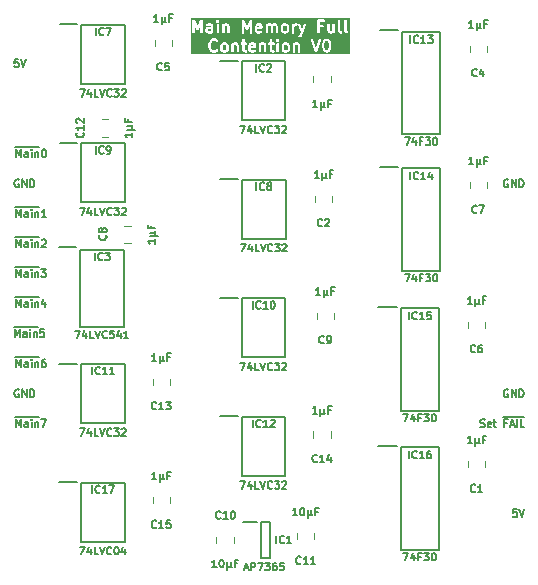
<source format=gto>
%TF.GenerationSoftware,KiCad,Pcbnew,9.0.7-9.0.7~ubuntu24.04.1*%
%TF.CreationDate,2026-01-21T08:49:43+02:00*%
%TF.ProjectId,Main Memory Full Abort,4d61696e-204d-4656-9d6f-72792046756c,V0*%
%TF.SameCoordinates,Original*%
%TF.FileFunction,Legend,Top*%
%TF.FilePolarity,Positive*%
%FSLAX46Y46*%
G04 Gerber Fmt 4.6, Leading zero omitted, Abs format (unit mm)*
G04 Created by KiCad (PCBNEW 9.0.7-9.0.7~ubuntu24.04.1) date 2026-01-21 08:49:43*
%MOMM*%
%LPD*%
G01*
G04 APERTURE LIST*
%ADD10C,0.150000*%
%ADD11C,0.200000*%
%ADD12C,0.120000*%
G04 APERTURE END LIST*
D10*
X1392874Y-12985963D02*
X1392874Y-12350963D01*
X1392874Y-12350963D02*
X1604541Y-12804534D01*
X1604541Y-12804534D02*
X1816207Y-12350963D01*
X1816207Y-12350963D02*
X1816207Y-12985963D01*
X2390731Y-12985963D02*
X2390731Y-12653344D01*
X2390731Y-12653344D02*
X2360493Y-12592867D01*
X2360493Y-12592867D02*
X2300017Y-12562629D01*
X2300017Y-12562629D02*
X2179064Y-12562629D01*
X2179064Y-12562629D02*
X2118588Y-12592867D01*
X2390731Y-12955725D02*
X2330255Y-12985963D01*
X2330255Y-12985963D02*
X2179064Y-12985963D01*
X2179064Y-12985963D02*
X2118588Y-12955725D01*
X2118588Y-12955725D02*
X2088350Y-12895248D01*
X2088350Y-12895248D02*
X2088350Y-12834772D01*
X2088350Y-12834772D02*
X2118588Y-12774296D01*
X2118588Y-12774296D02*
X2179064Y-12744058D01*
X2179064Y-12744058D02*
X2330255Y-12744058D01*
X2330255Y-12744058D02*
X2390731Y-12713820D01*
X2693112Y-12985963D02*
X2693112Y-12562629D01*
X2693112Y-12350963D02*
X2662874Y-12381201D01*
X2662874Y-12381201D02*
X2693112Y-12411439D01*
X2693112Y-12411439D02*
X2723350Y-12381201D01*
X2723350Y-12381201D02*
X2693112Y-12350963D01*
X2693112Y-12350963D02*
X2693112Y-12411439D01*
X2995493Y-12562629D02*
X2995493Y-12985963D01*
X2995493Y-12623105D02*
X3025731Y-12592867D01*
X3025731Y-12592867D02*
X3086207Y-12562629D01*
X3086207Y-12562629D02*
X3176922Y-12562629D01*
X3176922Y-12562629D02*
X3237398Y-12592867D01*
X3237398Y-12592867D02*
X3267636Y-12653344D01*
X3267636Y-12653344D02*
X3267636Y-12985963D01*
X1305184Y-12174675D02*
X3355327Y-12174675D01*
X3902636Y-12985963D02*
X3539779Y-12985963D01*
X3721207Y-12985963D02*
X3721207Y-12350963D01*
X3721207Y-12350963D02*
X3660731Y-12441677D01*
X3660731Y-12441677D02*
X3600255Y-12502153D01*
X3600255Y-12502153D02*
X3539779Y-12532391D01*
X1392874Y-7905963D02*
X1392874Y-7270963D01*
X1392874Y-7270963D02*
X1604541Y-7724534D01*
X1604541Y-7724534D02*
X1816207Y-7270963D01*
X1816207Y-7270963D02*
X1816207Y-7905963D01*
X2390731Y-7905963D02*
X2390731Y-7573344D01*
X2390731Y-7573344D02*
X2360493Y-7512867D01*
X2360493Y-7512867D02*
X2300017Y-7482629D01*
X2300017Y-7482629D02*
X2179064Y-7482629D01*
X2179064Y-7482629D02*
X2118588Y-7512867D01*
X2390731Y-7875725D02*
X2330255Y-7905963D01*
X2330255Y-7905963D02*
X2179064Y-7905963D01*
X2179064Y-7905963D02*
X2118588Y-7875725D01*
X2118588Y-7875725D02*
X2088350Y-7815248D01*
X2088350Y-7815248D02*
X2088350Y-7754772D01*
X2088350Y-7754772D02*
X2118588Y-7694296D01*
X2118588Y-7694296D02*
X2179064Y-7664058D01*
X2179064Y-7664058D02*
X2330255Y-7664058D01*
X2330255Y-7664058D02*
X2390731Y-7633820D01*
X2693112Y-7905963D02*
X2693112Y-7482629D01*
X2693112Y-7270963D02*
X2662874Y-7301201D01*
X2662874Y-7301201D02*
X2693112Y-7331439D01*
X2693112Y-7331439D02*
X2723350Y-7301201D01*
X2723350Y-7301201D02*
X2693112Y-7270963D01*
X2693112Y-7270963D02*
X2693112Y-7331439D01*
X2995493Y-7482629D02*
X2995493Y-7905963D01*
X2995493Y-7543105D02*
X3025731Y-7512867D01*
X3025731Y-7512867D02*
X3086207Y-7482629D01*
X3086207Y-7482629D02*
X3176922Y-7482629D01*
X3176922Y-7482629D02*
X3237398Y-7512867D01*
X3237398Y-7512867D02*
X3267636Y-7573344D01*
X3267636Y-7573344D02*
X3267636Y-7905963D01*
X1305184Y-7094675D02*
X3355327Y-7094675D01*
X3690969Y-7270963D02*
X3751446Y-7270963D01*
X3751446Y-7270963D02*
X3811922Y-7301201D01*
X3811922Y-7301201D02*
X3842160Y-7331439D01*
X3842160Y-7331439D02*
X3872398Y-7391915D01*
X3872398Y-7391915D02*
X3902636Y-7512867D01*
X3902636Y-7512867D02*
X3902636Y-7664058D01*
X3902636Y-7664058D02*
X3872398Y-7785010D01*
X3872398Y-7785010D02*
X3842160Y-7845486D01*
X3842160Y-7845486D02*
X3811922Y-7875725D01*
X3811922Y-7875725D02*
X3751446Y-7905963D01*
X3751446Y-7905963D02*
X3690969Y-7905963D01*
X3690969Y-7905963D02*
X3630493Y-7875725D01*
X3630493Y-7875725D02*
X3600255Y-7845486D01*
X3600255Y-7845486D02*
X3570017Y-7785010D01*
X3570017Y-7785010D02*
X3539779Y-7664058D01*
X3539779Y-7664058D02*
X3539779Y-7512867D01*
X3539779Y-7512867D02*
X3570017Y-7391915D01*
X3570017Y-7391915D02*
X3600255Y-7331439D01*
X3600255Y-7331439D02*
X3630493Y-7301201D01*
X3630493Y-7301201D02*
X3690969Y-7270963D01*
X1392874Y-30765963D02*
X1392874Y-30130963D01*
X1392874Y-30130963D02*
X1604541Y-30584534D01*
X1604541Y-30584534D02*
X1816207Y-30130963D01*
X1816207Y-30130963D02*
X1816207Y-30765963D01*
X2390731Y-30765963D02*
X2390731Y-30433344D01*
X2390731Y-30433344D02*
X2360493Y-30372867D01*
X2360493Y-30372867D02*
X2300017Y-30342629D01*
X2300017Y-30342629D02*
X2179064Y-30342629D01*
X2179064Y-30342629D02*
X2118588Y-30372867D01*
X2390731Y-30735725D02*
X2330255Y-30765963D01*
X2330255Y-30765963D02*
X2179064Y-30765963D01*
X2179064Y-30765963D02*
X2118588Y-30735725D01*
X2118588Y-30735725D02*
X2088350Y-30675248D01*
X2088350Y-30675248D02*
X2088350Y-30614772D01*
X2088350Y-30614772D02*
X2118588Y-30554296D01*
X2118588Y-30554296D02*
X2179064Y-30524058D01*
X2179064Y-30524058D02*
X2330255Y-30524058D01*
X2330255Y-30524058D02*
X2390731Y-30493820D01*
X2693112Y-30765963D02*
X2693112Y-30342629D01*
X2693112Y-30130963D02*
X2662874Y-30161201D01*
X2662874Y-30161201D02*
X2693112Y-30191439D01*
X2693112Y-30191439D02*
X2723350Y-30161201D01*
X2723350Y-30161201D02*
X2693112Y-30130963D01*
X2693112Y-30130963D02*
X2693112Y-30191439D01*
X2995493Y-30342629D02*
X2995493Y-30765963D01*
X2995493Y-30403105D02*
X3025731Y-30372867D01*
X3025731Y-30372867D02*
X3086207Y-30342629D01*
X3086207Y-30342629D02*
X3176922Y-30342629D01*
X3176922Y-30342629D02*
X3237398Y-30372867D01*
X3237398Y-30372867D02*
X3267636Y-30433344D01*
X3267636Y-30433344D02*
X3267636Y-30765963D01*
X1305184Y-29954675D02*
X3355327Y-29954675D01*
X3509541Y-30130963D02*
X3932874Y-30130963D01*
X3932874Y-30130963D02*
X3660731Y-30765963D01*
X1392874Y-18065963D02*
X1392874Y-17430963D01*
X1392874Y-17430963D02*
X1604541Y-17884534D01*
X1604541Y-17884534D02*
X1816207Y-17430963D01*
X1816207Y-17430963D02*
X1816207Y-18065963D01*
X2390731Y-18065963D02*
X2390731Y-17733344D01*
X2390731Y-17733344D02*
X2360493Y-17672867D01*
X2360493Y-17672867D02*
X2300017Y-17642629D01*
X2300017Y-17642629D02*
X2179064Y-17642629D01*
X2179064Y-17642629D02*
X2118588Y-17672867D01*
X2390731Y-18035725D02*
X2330255Y-18065963D01*
X2330255Y-18065963D02*
X2179064Y-18065963D01*
X2179064Y-18065963D02*
X2118588Y-18035725D01*
X2118588Y-18035725D02*
X2088350Y-17975248D01*
X2088350Y-17975248D02*
X2088350Y-17914772D01*
X2088350Y-17914772D02*
X2118588Y-17854296D01*
X2118588Y-17854296D02*
X2179064Y-17824058D01*
X2179064Y-17824058D02*
X2330255Y-17824058D01*
X2330255Y-17824058D02*
X2390731Y-17793820D01*
X2693112Y-18065963D02*
X2693112Y-17642629D01*
X2693112Y-17430963D02*
X2662874Y-17461201D01*
X2662874Y-17461201D02*
X2693112Y-17491439D01*
X2693112Y-17491439D02*
X2723350Y-17461201D01*
X2723350Y-17461201D02*
X2693112Y-17430963D01*
X2693112Y-17430963D02*
X2693112Y-17491439D01*
X2995493Y-17642629D02*
X2995493Y-18065963D01*
X2995493Y-17703105D02*
X3025731Y-17672867D01*
X3025731Y-17672867D02*
X3086207Y-17642629D01*
X3086207Y-17642629D02*
X3176922Y-17642629D01*
X3176922Y-17642629D02*
X3237398Y-17672867D01*
X3237398Y-17672867D02*
X3267636Y-17733344D01*
X3267636Y-17733344D02*
X3267636Y-18065963D01*
X1305184Y-17254675D02*
X3355327Y-17254675D01*
X3509541Y-17430963D02*
X3902636Y-17430963D01*
X3902636Y-17430963D02*
X3690969Y-17672867D01*
X3690969Y-17672867D02*
X3781684Y-17672867D01*
X3781684Y-17672867D02*
X3842160Y-17703105D01*
X3842160Y-17703105D02*
X3872398Y-17733344D01*
X3872398Y-17733344D02*
X3902636Y-17793820D01*
X3902636Y-17793820D02*
X3902636Y-17945010D01*
X3902636Y-17945010D02*
X3872398Y-18005486D01*
X3872398Y-18005486D02*
X3842160Y-18035725D01*
X3842160Y-18035725D02*
X3781684Y-18065963D01*
X3781684Y-18065963D02*
X3600255Y-18065963D01*
X3600255Y-18065963D02*
X3539779Y-18035725D01*
X3539779Y-18035725D02*
X3509541Y-18005486D01*
X1568255Y349036D02*
X1265874Y349036D01*
X1265874Y349036D02*
X1235636Y46655D01*
X1235636Y46655D02*
X1265874Y76894D01*
X1265874Y76894D02*
X1326350Y107132D01*
X1326350Y107132D02*
X1477541Y107132D01*
X1477541Y107132D02*
X1538017Y76894D01*
X1538017Y76894D02*
X1568255Y46655D01*
X1568255Y46655D02*
X1598493Y-13820D01*
X1598493Y-13820D02*
X1598493Y-165010D01*
X1598493Y-165010D02*
X1568255Y-225486D01*
X1568255Y-225486D02*
X1538017Y-255725D01*
X1538017Y-255725D02*
X1477541Y-285963D01*
X1477541Y-285963D02*
X1326350Y-285963D01*
X1326350Y-285963D02*
X1265874Y-255725D01*
X1265874Y-255725D02*
X1235636Y-225486D01*
X1779922Y349036D02*
X1991588Y-285963D01*
X1991588Y-285963D02*
X2203255Y349036D01*
X1392874Y-25685963D02*
X1392874Y-25050963D01*
X1392874Y-25050963D02*
X1604541Y-25504534D01*
X1604541Y-25504534D02*
X1816207Y-25050963D01*
X1816207Y-25050963D02*
X1816207Y-25685963D01*
X2390731Y-25685963D02*
X2390731Y-25353344D01*
X2390731Y-25353344D02*
X2360493Y-25292867D01*
X2360493Y-25292867D02*
X2300017Y-25262629D01*
X2300017Y-25262629D02*
X2179064Y-25262629D01*
X2179064Y-25262629D02*
X2118588Y-25292867D01*
X2390731Y-25655725D02*
X2330255Y-25685963D01*
X2330255Y-25685963D02*
X2179064Y-25685963D01*
X2179064Y-25685963D02*
X2118588Y-25655725D01*
X2118588Y-25655725D02*
X2088350Y-25595248D01*
X2088350Y-25595248D02*
X2088350Y-25534772D01*
X2088350Y-25534772D02*
X2118588Y-25474296D01*
X2118588Y-25474296D02*
X2179064Y-25444058D01*
X2179064Y-25444058D02*
X2330255Y-25444058D01*
X2330255Y-25444058D02*
X2390731Y-25413820D01*
X2693112Y-25685963D02*
X2693112Y-25262629D01*
X2693112Y-25050963D02*
X2662874Y-25081201D01*
X2662874Y-25081201D02*
X2693112Y-25111439D01*
X2693112Y-25111439D02*
X2723350Y-25081201D01*
X2723350Y-25081201D02*
X2693112Y-25050963D01*
X2693112Y-25050963D02*
X2693112Y-25111439D01*
X2995493Y-25262629D02*
X2995493Y-25685963D01*
X2995493Y-25323105D02*
X3025731Y-25292867D01*
X3025731Y-25292867D02*
X3086207Y-25262629D01*
X3086207Y-25262629D02*
X3176922Y-25262629D01*
X3176922Y-25262629D02*
X3237398Y-25292867D01*
X3237398Y-25292867D02*
X3267636Y-25353344D01*
X3267636Y-25353344D02*
X3267636Y-25685963D01*
X1305184Y-24874675D02*
X3355327Y-24874675D01*
X3842160Y-25050963D02*
X3721207Y-25050963D01*
X3721207Y-25050963D02*
X3660731Y-25081201D01*
X3660731Y-25081201D02*
X3630493Y-25111439D01*
X3630493Y-25111439D02*
X3570017Y-25202153D01*
X3570017Y-25202153D02*
X3539779Y-25323105D01*
X3539779Y-25323105D02*
X3539779Y-25565010D01*
X3539779Y-25565010D02*
X3570017Y-25625486D01*
X3570017Y-25625486D02*
X3600255Y-25655725D01*
X3600255Y-25655725D02*
X3660731Y-25685963D01*
X3660731Y-25685963D02*
X3781684Y-25685963D01*
X3781684Y-25685963D02*
X3842160Y-25655725D01*
X3842160Y-25655725D02*
X3872398Y-25625486D01*
X3872398Y-25625486D02*
X3902636Y-25565010D01*
X3902636Y-25565010D02*
X3902636Y-25413820D01*
X3902636Y-25413820D02*
X3872398Y-25353344D01*
X3872398Y-25353344D02*
X3842160Y-25323105D01*
X3842160Y-25323105D02*
X3781684Y-25292867D01*
X3781684Y-25292867D02*
X3660731Y-25292867D01*
X3660731Y-25292867D02*
X3600255Y-25323105D01*
X3600255Y-25323105D02*
X3570017Y-25353344D01*
X3570017Y-25353344D02*
X3539779Y-25413820D01*
X1598493Y-27621201D02*
X1538017Y-27590963D01*
X1538017Y-27590963D02*
X1447303Y-27590963D01*
X1447303Y-27590963D02*
X1356588Y-27621201D01*
X1356588Y-27621201D02*
X1296112Y-27681677D01*
X1296112Y-27681677D02*
X1265874Y-27742153D01*
X1265874Y-27742153D02*
X1235636Y-27863105D01*
X1235636Y-27863105D02*
X1235636Y-27953820D01*
X1235636Y-27953820D02*
X1265874Y-28074772D01*
X1265874Y-28074772D02*
X1296112Y-28135248D01*
X1296112Y-28135248D02*
X1356588Y-28195725D01*
X1356588Y-28195725D02*
X1447303Y-28225963D01*
X1447303Y-28225963D02*
X1507779Y-28225963D01*
X1507779Y-28225963D02*
X1598493Y-28195725D01*
X1598493Y-28195725D02*
X1628731Y-28165486D01*
X1628731Y-28165486D02*
X1628731Y-27953820D01*
X1628731Y-27953820D02*
X1507779Y-27953820D01*
X1900874Y-28225963D02*
X1900874Y-27590963D01*
X1900874Y-27590963D02*
X2263731Y-28225963D01*
X2263731Y-28225963D02*
X2263731Y-27590963D01*
X2566112Y-28225963D02*
X2566112Y-27590963D01*
X2566112Y-27590963D02*
X2717302Y-27590963D01*
X2717302Y-27590963D02*
X2808017Y-27621201D01*
X2808017Y-27621201D02*
X2868493Y-27681677D01*
X2868493Y-27681677D02*
X2898731Y-27742153D01*
X2898731Y-27742153D02*
X2928969Y-27863105D01*
X2928969Y-27863105D02*
X2928969Y-27953820D01*
X2928969Y-27953820D02*
X2898731Y-28074772D01*
X2898731Y-28074772D02*
X2868493Y-28135248D01*
X2868493Y-28135248D02*
X2808017Y-28195725D01*
X2808017Y-28195725D02*
X2717302Y-28225963D01*
X2717302Y-28225963D02*
X2566112Y-28225963D01*
X43026887Y-27621201D02*
X42966411Y-27590963D01*
X42966411Y-27590963D02*
X42875697Y-27590963D01*
X42875697Y-27590963D02*
X42784982Y-27621201D01*
X42784982Y-27621201D02*
X42724506Y-27681677D01*
X42724506Y-27681677D02*
X42694268Y-27742153D01*
X42694268Y-27742153D02*
X42664030Y-27863105D01*
X42664030Y-27863105D02*
X42664030Y-27953820D01*
X42664030Y-27953820D02*
X42694268Y-28074772D01*
X42694268Y-28074772D02*
X42724506Y-28135248D01*
X42724506Y-28135248D02*
X42784982Y-28195725D01*
X42784982Y-28195725D02*
X42875697Y-28225963D01*
X42875697Y-28225963D02*
X42936173Y-28225963D01*
X42936173Y-28225963D02*
X43026887Y-28195725D01*
X43026887Y-28195725D02*
X43057125Y-28165486D01*
X43057125Y-28165486D02*
X43057125Y-27953820D01*
X43057125Y-27953820D02*
X42936173Y-27953820D01*
X43329268Y-28225963D02*
X43329268Y-27590963D01*
X43329268Y-27590963D02*
X43692125Y-28225963D01*
X43692125Y-28225963D02*
X43692125Y-27590963D01*
X43994506Y-28225963D02*
X43994506Y-27590963D01*
X43994506Y-27590963D02*
X44145696Y-27590963D01*
X44145696Y-27590963D02*
X44236411Y-27621201D01*
X44236411Y-27621201D02*
X44296887Y-27681677D01*
X44296887Y-27681677D02*
X44327125Y-27742153D01*
X44327125Y-27742153D02*
X44357363Y-27863105D01*
X44357363Y-27863105D02*
X44357363Y-27953820D01*
X44357363Y-27953820D02*
X44327125Y-28074772D01*
X44327125Y-28074772D02*
X44296887Y-28135248D01*
X44296887Y-28135248D02*
X44236411Y-28195725D01*
X44236411Y-28195725D02*
X44145696Y-28225963D01*
X44145696Y-28225963D02*
X43994506Y-28225963D01*
D11*
G36*
X19134096Y1565669D02*
G01*
X19158765Y1541001D01*
X19188570Y1481392D01*
X19188570Y1242892D01*
X19158765Y1183282D01*
X19134094Y1158611D01*
X19074488Y1128808D01*
X18978843Y1128808D01*
X18919235Y1158612D01*
X18894566Y1183282D01*
X18864761Y1242892D01*
X18864761Y1481391D01*
X18894566Y1541001D01*
X18919234Y1565670D01*
X18978844Y1595475D01*
X19074487Y1595475D01*
X19134096Y1565669D01*
G37*
G36*
X21499749Y1573319D02*
G01*
X21517199Y1538419D01*
X21245714Y1484122D01*
X21245714Y1529010D01*
X21267869Y1573320D01*
X21312178Y1595475D01*
X21455440Y1595475D01*
X21499749Y1573319D01*
G37*
G36*
X24324573Y1565669D02*
G01*
X24349242Y1541001D01*
X24379047Y1481392D01*
X24379047Y1242892D01*
X24349242Y1183282D01*
X24324571Y1158611D01*
X24264965Y1128808D01*
X24169320Y1128808D01*
X24109712Y1158612D01*
X24085043Y1183282D01*
X24055238Y1242892D01*
X24055238Y1481391D01*
X24085043Y1541001D01*
X24109711Y1565670D01*
X24169321Y1595475D01*
X24264964Y1595475D01*
X24324573Y1565669D01*
G37*
G36*
X27753145Y1899002D02*
G01*
X27777814Y1874334D01*
X27813267Y1803427D01*
X27855238Y1635546D01*
X27855238Y1422070D01*
X27813267Y1254189D01*
X27777814Y1183282D01*
X27753143Y1158611D01*
X27693537Y1128808D01*
X27645511Y1128808D01*
X27585903Y1158612D01*
X27561234Y1183282D01*
X27525780Y1254189D01*
X27483810Y1422071D01*
X27483810Y1635546D01*
X27525780Y1803427D01*
X27561234Y1874334D01*
X27585902Y1899003D01*
X27645512Y1928808D01*
X27693536Y1928808D01*
X27753145Y1899002D01*
G37*
G36*
X17879046Y2748174D02*
G01*
X17860202Y2738752D01*
X17669319Y2738752D01*
X17625011Y2760906D01*
X17602856Y2805217D01*
X17602856Y2853240D01*
X17625011Y2897550D01*
X17669320Y2919705D01*
X17879046Y2919705D01*
X17879046Y2748174D01*
G37*
G36*
X22047367Y3183263D02*
G01*
X22064817Y3148363D01*
X21793332Y3094066D01*
X21793332Y3138954D01*
X21815487Y3183264D01*
X21859796Y3205419D01*
X22003058Y3205419D01*
X22047367Y3183263D01*
G37*
G36*
X24253143Y3175613D02*
G01*
X24277812Y3150945D01*
X24307617Y3091336D01*
X24307617Y2852836D01*
X24277812Y2793226D01*
X24253141Y2768555D01*
X24193535Y2738752D01*
X24097890Y2738752D01*
X24038282Y2768556D01*
X24013613Y2793226D01*
X23983808Y2852836D01*
X23983808Y3091335D01*
X24013613Y3150945D01*
X24038281Y3175614D01*
X24097891Y3205419D01*
X24193534Y3205419D01*
X24253143Y3175613D01*
G37*
G36*
X29617945Y817697D02*
G01*
X16196507Y817697D01*
X16196507Y1600237D01*
X17664761Y1600237D01*
X17664761Y1457380D01*
X17665096Y1453977D01*
X17664879Y1452519D01*
X17665958Y1445221D01*
X17666682Y1437871D01*
X17667246Y1436507D01*
X17667747Y1433126D01*
X17715366Y1242651D01*
X17715879Y1241213D01*
X17715931Y1240491D01*
X17719039Y1232366D01*
X17721961Y1224190D01*
X17722391Y1223609D01*
X17722937Y1222183D01*
X17770556Y1126945D01*
X17775841Y1118548D01*
X17776852Y1116109D01*
X17779105Y1113362D01*
X17780999Y1110355D01*
X17782993Y1108625D01*
X17789288Y1100955D01*
X17884526Y1005717D01*
X17899680Y993281D01*
X17902998Y991906D01*
X17905713Y989552D01*
X17923614Y981560D01*
X18066471Y933940D01*
X18076143Y931740D01*
X18078585Y930729D01*
X18082122Y930380D01*
X18085586Y929593D01*
X18088220Y929780D01*
X18098094Y928808D01*
X18193332Y928808D01*
X18203205Y929780D01*
X18205840Y929593D01*
X18209303Y930380D01*
X18212841Y930729D01*
X18215282Y931740D01*
X18224955Y933940D01*
X18367813Y981560D01*
X18385713Y989552D01*
X18388427Y991906D01*
X18391746Y993281D01*
X18406900Y1005717D01*
X18454518Y1053336D01*
X18466955Y1068489D01*
X18481886Y1104538D01*
X18481886Y1143556D01*
X18466955Y1179604D01*
X18439365Y1207194D01*
X18403317Y1222125D01*
X18364299Y1222125D01*
X18328250Y1207194D01*
X18313097Y1194757D01*
X18282169Y1163830D01*
X18177105Y1128808D01*
X18114322Y1128808D01*
X18009256Y1163830D01*
X17942184Y1230902D01*
X17906731Y1301808D01*
X17864761Y1469690D01*
X17864761Y1504999D01*
X18664761Y1504999D01*
X18664761Y1219285D01*
X18666682Y1199776D01*
X18668057Y1196455D01*
X18668312Y1192872D01*
X18675318Y1174564D01*
X18722937Y1079326D01*
X18728222Y1070929D01*
X18729233Y1068490D01*
X18731486Y1065743D01*
X18733380Y1062736D01*
X18735374Y1061006D01*
X18741669Y1053336D01*
X18789288Y1005718D01*
X18796957Y999423D01*
X18798687Y997429D01*
X18801691Y995537D01*
X18804441Y993281D01*
X18806884Y992269D01*
X18815277Y986986D01*
X18910515Y939366D01*
X18928824Y932359D01*
X18932407Y932104D01*
X18935728Y930729D01*
X18955237Y928808D01*
X19098094Y928808D01*
X19117603Y930729D01*
X19120922Y932104D01*
X19124508Y932359D01*
X19142816Y939366D01*
X19238054Y986986D01*
X19246449Y992270D01*
X19248889Y993281D01*
X19251634Y995534D01*
X19254645Y997429D01*
X19256376Y999425D01*
X19264043Y1005717D01*
X19311661Y1053336D01*
X19317953Y1061002D01*
X19319951Y1062735D01*
X19321844Y1065743D01*
X19324098Y1068489D01*
X19325108Y1070929D01*
X19330394Y1079326D01*
X19378013Y1174563D01*
X19385019Y1192872D01*
X19385273Y1196455D01*
X19386649Y1199776D01*
X19388570Y1219285D01*
X19388570Y1504999D01*
X19386649Y1524508D01*
X19385273Y1527828D01*
X19385019Y1531412D01*
X19378013Y1549721D01*
X19330394Y1644958D01*
X19325108Y1653354D01*
X19324098Y1655795D01*
X19321844Y1658540D01*
X19319951Y1661549D01*
X19317953Y1663281D01*
X19311661Y1670948D01*
X19287135Y1695475D01*
X19617142Y1695475D01*
X19617142Y1028808D01*
X19619063Y1009299D01*
X19633995Y973251D01*
X19661585Y945661D01*
X19697633Y930729D01*
X19736651Y930729D01*
X19772699Y945661D01*
X19800289Y973251D01*
X19815221Y1009299D01*
X19817142Y1028808D01*
X19817142Y1558815D01*
X19823996Y1565670D01*
X19883606Y1595475D01*
X19979249Y1595475D01*
X20023558Y1573319D01*
X20045713Y1529011D01*
X20045713Y1028808D01*
X20047634Y1009299D01*
X20062566Y973251D01*
X20090156Y945661D01*
X20126204Y930729D01*
X20165222Y930729D01*
X20201270Y945661D01*
X20228860Y973251D01*
X20243792Y1009299D01*
X20245713Y1028808D01*
X20245713Y1552618D01*
X20243792Y1572127D01*
X20242416Y1575447D01*
X20242162Y1579031D01*
X20235156Y1597340D01*
X20187537Y1692577D01*
X20185482Y1695840D01*
X20184970Y1697379D01*
X20183308Y1699294D01*
X20177094Y1709168D01*
X20170387Y1714984D01*
X20380968Y1714984D01*
X20380968Y1675966D01*
X20395900Y1639918D01*
X20423490Y1612328D01*
X20459538Y1597396D01*
X20479047Y1595475D01*
X20521904Y1595475D01*
X20521904Y1171666D01*
X20523825Y1152157D01*
X20525200Y1148836D01*
X20525455Y1145253D01*
X20532461Y1126945D01*
X20580080Y1031707D01*
X20582132Y1028446D01*
X20582646Y1026906D01*
X20584309Y1024988D01*
X20590523Y1015117D01*
X20599995Y1006901D01*
X20608211Y997429D01*
X20618082Y991215D01*
X20620000Y989552D01*
X20621540Y989038D01*
X20624801Y986986D01*
X20720039Y939366D01*
X20738348Y932359D01*
X20741931Y932104D01*
X20745252Y930729D01*
X20764761Y928808D01*
X20859999Y928808D01*
X20879508Y930729D01*
X20915556Y945661D01*
X20943146Y973251D01*
X20958078Y1009299D01*
X20958078Y1048317D01*
X20943146Y1084365D01*
X20915556Y1111955D01*
X20879508Y1126887D01*
X20859999Y1128808D01*
X20788367Y1128808D01*
X20744059Y1150962D01*
X20721904Y1195273D01*
X20721904Y1552618D01*
X21045714Y1552618D01*
X21045714Y1171666D01*
X21047635Y1152157D01*
X21049010Y1148836D01*
X21049265Y1145253D01*
X21056271Y1126945D01*
X21103890Y1031707D01*
X21105942Y1028446D01*
X21106456Y1026906D01*
X21108119Y1024988D01*
X21114333Y1015117D01*
X21123805Y1006901D01*
X21132021Y997429D01*
X21141892Y991215D01*
X21143810Y989552D01*
X21145350Y989038D01*
X21148611Y986986D01*
X21243849Y939366D01*
X21262158Y932359D01*
X21265741Y932104D01*
X21269062Y930729D01*
X21288571Y928808D01*
X21479047Y928808D01*
X21498556Y930729D01*
X21501875Y932104D01*
X21505461Y932359D01*
X21523769Y939366D01*
X21619007Y986986D01*
X21635598Y997429D01*
X21661162Y1026906D01*
X21673500Y1063922D01*
X21670734Y1102842D01*
X21653285Y1137740D01*
X21623808Y1163305D01*
X21586792Y1175643D01*
X21547872Y1172877D01*
X21529563Y1165870D01*
X21455441Y1128808D01*
X21312177Y1128808D01*
X21267869Y1150962D01*
X21245714Y1195273D01*
X21245714Y1280161D01*
X21641410Y1359301D01*
X21641413Y1359301D01*
X21641415Y1359302D01*
X21641515Y1359322D01*
X21660269Y1365032D01*
X21668409Y1370483D01*
X21677461Y1374233D01*
X21684462Y1381234D01*
X21692688Y1386743D01*
X21698122Y1394894D01*
X21705051Y1401823D01*
X21708840Y1410970D01*
X21714332Y1419208D01*
X21716233Y1428818D01*
X21719983Y1437871D01*
X21721904Y1457380D01*
X21721904Y1552618D01*
X21719983Y1572127D01*
X21718607Y1575447D01*
X21718353Y1579031D01*
X21711347Y1597340D01*
X21663728Y1692577D01*
X21661903Y1695475D01*
X21950476Y1695475D01*
X21950476Y1028808D01*
X21952397Y1009299D01*
X21967329Y973251D01*
X21994919Y945661D01*
X22030967Y930729D01*
X22069985Y930729D01*
X22106033Y945661D01*
X22133623Y973251D01*
X22148555Y1009299D01*
X22150476Y1028808D01*
X22150476Y1558815D01*
X22157330Y1565670D01*
X22216940Y1595475D01*
X22312583Y1595475D01*
X22356892Y1573319D01*
X22379047Y1529011D01*
X22379047Y1028808D01*
X22380968Y1009299D01*
X22395900Y973251D01*
X22423490Y945661D01*
X22459538Y930729D01*
X22498556Y930729D01*
X22534604Y945661D01*
X22562194Y973251D01*
X22577126Y1009299D01*
X22579047Y1028808D01*
X22579047Y1552618D01*
X22577126Y1572127D01*
X22575750Y1575447D01*
X22575496Y1579031D01*
X22568490Y1597340D01*
X22520871Y1692577D01*
X22518816Y1695840D01*
X22518304Y1697379D01*
X22516642Y1699294D01*
X22510428Y1709168D01*
X22503721Y1714984D01*
X22714302Y1714984D01*
X22714302Y1675966D01*
X22729234Y1639918D01*
X22756824Y1612328D01*
X22792872Y1597396D01*
X22812381Y1595475D01*
X22855238Y1595475D01*
X22855238Y1171666D01*
X22857159Y1152157D01*
X22858534Y1148836D01*
X22858789Y1145253D01*
X22865795Y1126945D01*
X22913414Y1031707D01*
X22915466Y1028446D01*
X22915980Y1026906D01*
X22917643Y1024988D01*
X22923857Y1015117D01*
X22933329Y1006901D01*
X22941545Y997429D01*
X22951416Y991215D01*
X22953334Y989552D01*
X22954874Y989038D01*
X22958135Y986986D01*
X23053373Y939366D01*
X23071682Y932359D01*
X23075265Y932104D01*
X23078586Y930729D01*
X23098095Y928808D01*
X23193333Y928808D01*
X23212842Y930729D01*
X23248890Y945661D01*
X23276480Y973251D01*
X23291412Y1009299D01*
X23291412Y1048317D01*
X23276480Y1084365D01*
X23248890Y1111955D01*
X23212842Y1126887D01*
X23193333Y1128808D01*
X23121701Y1128808D01*
X23077393Y1150962D01*
X23055238Y1195273D01*
X23055238Y1595475D01*
X23193333Y1595475D01*
X23212842Y1597396D01*
X23248890Y1612328D01*
X23276480Y1639918D01*
X23291412Y1675966D01*
X23291412Y1695475D01*
X23426667Y1695475D01*
X23426667Y1028808D01*
X23428588Y1009299D01*
X23443520Y973251D01*
X23471110Y945661D01*
X23507158Y930729D01*
X23546176Y930729D01*
X23582224Y945661D01*
X23609814Y973251D01*
X23624746Y1009299D01*
X23626667Y1028808D01*
X23626667Y1504999D01*
X23855238Y1504999D01*
X23855238Y1219285D01*
X23857159Y1199776D01*
X23858534Y1196455D01*
X23858789Y1192872D01*
X23865795Y1174564D01*
X23913414Y1079326D01*
X23918699Y1070929D01*
X23919710Y1068490D01*
X23921963Y1065743D01*
X23923857Y1062736D01*
X23925851Y1061006D01*
X23932146Y1053336D01*
X23979765Y1005718D01*
X23987434Y999423D01*
X23989164Y997429D01*
X23992168Y995537D01*
X23994918Y993281D01*
X23997361Y992269D01*
X24005754Y986986D01*
X24100992Y939366D01*
X24119301Y932359D01*
X24122884Y932104D01*
X24126205Y930729D01*
X24145714Y928808D01*
X24288571Y928808D01*
X24308080Y930729D01*
X24311399Y932104D01*
X24314985Y932359D01*
X24333293Y939366D01*
X24428531Y986986D01*
X24436926Y992270D01*
X24439366Y993281D01*
X24442111Y995534D01*
X24445122Y997429D01*
X24446853Y999425D01*
X24454520Y1005717D01*
X24502138Y1053336D01*
X24508430Y1061002D01*
X24510428Y1062735D01*
X24512321Y1065743D01*
X24514575Y1068489D01*
X24515585Y1070929D01*
X24520871Y1079326D01*
X24568490Y1174563D01*
X24575496Y1192872D01*
X24575750Y1196455D01*
X24577126Y1199776D01*
X24579047Y1219285D01*
X24579047Y1504999D01*
X24577126Y1524508D01*
X24575750Y1527828D01*
X24575496Y1531412D01*
X24568490Y1549721D01*
X24520871Y1644958D01*
X24515585Y1653354D01*
X24514575Y1655795D01*
X24512321Y1658540D01*
X24510428Y1661549D01*
X24508430Y1663281D01*
X24502138Y1670948D01*
X24477612Y1695475D01*
X24807619Y1695475D01*
X24807619Y1028808D01*
X24809540Y1009299D01*
X24824472Y973251D01*
X24852062Y945661D01*
X24888110Y930729D01*
X24927128Y930729D01*
X24963176Y945661D01*
X24990766Y973251D01*
X25005698Y1009299D01*
X25007619Y1028808D01*
X25007619Y1558815D01*
X25014473Y1565670D01*
X25074083Y1595475D01*
X25169726Y1595475D01*
X25214035Y1573319D01*
X25236190Y1529011D01*
X25236190Y1028808D01*
X25238111Y1009299D01*
X25253043Y973251D01*
X25280633Y945661D01*
X25316681Y930729D01*
X25355699Y930729D01*
X25391747Y945661D01*
X25419337Y973251D01*
X25434269Y1009299D01*
X25436190Y1028808D01*
X25436190Y1552618D01*
X25434269Y1572127D01*
X25432893Y1575447D01*
X25432639Y1579031D01*
X25425633Y1597340D01*
X25378014Y1692577D01*
X25375959Y1695840D01*
X25375447Y1697379D01*
X25373785Y1699294D01*
X25367571Y1709168D01*
X25358095Y1717385D01*
X25349882Y1726856D01*
X25340010Y1733069D01*
X25338094Y1734732D01*
X25336555Y1735245D01*
X25333292Y1737299D01*
X25238054Y1784918D01*
X25219746Y1791924D01*
X25216162Y1792178D01*
X25212842Y1793554D01*
X25193333Y1795475D01*
X25050476Y1795475D01*
X25030967Y1793554D01*
X25027646Y1792178D01*
X25024063Y1791924D01*
X25005754Y1784918D01*
X24973171Y1768626D01*
X24963176Y1778622D01*
X24927128Y1793554D01*
X24888110Y1793554D01*
X24852062Y1778622D01*
X24824472Y1751032D01*
X24809540Y1714984D01*
X24807619Y1695475D01*
X24477612Y1695475D01*
X24454520Y1718567D01*
X24446849Y1724861D01*
X24445120Y1726856D01*
X24442112Y1728749D01*
X24439366Y1731003D01*
X24436926Y1732013D01*
X24428530Y1737299D01*
X24333292Y1784918D01*
X24314984Y1791924D01*
X24311400Y1792178D01*
X24308080Y1793554D01*
X24288571Y1795475D01*
X24145714Y1795475D01*
X24126205Y1793554D01*
X24122884Y1792178D01*
X24119301Y1791924D01*
X24100992Y1784918D01*
X24005755Y1737299D01*
X23997358Y1732013D01*
X23994918Y1731003D01*
X23992172Y1728749D01*
X23989164Y1726856D01*
X23987431Y1724858D01*
X23979765Y1718566D01*
X23932146Y1670948D01*
X23925851Y1663277D01*
X23923857Y1661548D01*
X23921963Y1658540D01*
X23919710Y1655794D01*
X23918699Y1653354D01*
X23913414Y1644958D01*
X23865795Y1549720D01*
X23858789Y1531412D01*
X23858534Y1527828D01*
X23857159Y1524508D01*
X23855238Y1504999D01*
X23626667Y1504999D01*
X23626667Y1695475D01*
X23624746Y1714984D01*
X23609814Y1751032D01*
X23582224Y1778622D01*
X23546176Y1793554D01*
X23507158Y1793554D01*
X23471110Y1778622D01*
X23443520Y1751032D01*
X23428588Y1714984D01*
X23426667Y1695475D01*
X23291412Y1695475D01*
X23291412Y1714984D01*
X23276480Y1751032D01*
X23248890Y1778622D01*
X23212842Y1793554D01*
X23193333Y1795475D01*
X23055238Y1795475D01*
X23055238Y2000698D01*
X23380969Y2000698D01*
X23380969Y1961680D01*
X23395901Y1925632D01*
X23408337Y1910478D01*
X23455956Y1862860D01*
X23471109Y1850423D01*
X23481667Y1846049D01*
X23507158Y1835491D01*
X23546176Y1835491D01*
X23582224Y1850423D01*
X23597378Y1862859D01*
X23644996Y1910478D01*
X23657433Y1925631D01*
X23672364Y1961680D01*
X23672364Y2000698D01*
X23669504Y2007602D01*
X23665901Y2016301D01*
X26332214Y2016301D01*
X26336561Y1997185D01*
X26669894Y997186D01*
X26677885Y979285D01*
X26682568Y973885D01*
X26685763Y967496D01*
X26695234Y959280D01*
X26703450Y949809D01*
X26709838Y946614D01*
X26715239Y941931D01*
X26727140Y937963D01*
X26738349Y932360D01*
X26745473Y931853D01*
X26752255Y929593D01*
X26764764Y930482D01*
X26777269Y929593D01*
X26784047Y931852D01*
X26791175Y932359D01*
X26802391Y937967D01*
X26814285Y941932D01*
X26819682Y946612D01*
X26826074Y949809D01*
X26834292Y959284D01*
X26843761Y967497D01*
X26846954Y973883D01*
X26851639Y979285D01*
X26859630Y997185D01*
X27076520Y1647856D01*
X27283810Y1647856D01*
X27283810Y1409761D01*
X27284145Y1406358D01*
X27283928Y1404900D01*
X27285007Y1397602D01*
X27285731Y1390252D01*
X27286295Y1388888D01*
X27286796Y1385507D01*
X27334415Y1195032D01*
X27334928Y1193594D01*
X27334980Y1192872D01*
X27338088Y1184747D01*
X27341010Y1176571D01*
X27341440Y1175990D01*
X27341986Y1174564D01*
X27389605Y1079326D01*
X27394890Y1070929D01*
X27395901Y1068490D01*
X27398154Y1065743D01*
X27400048Y1062736D01*
X27402042Y1061006D01*
X27408337Y1053336D01*
X27455956Y1005718D01*
X27463625Y999423D01*
X27465355Y997429D01*
X27468359Y995537D01*
X27471109Y993281D01*
X27473552Y992269D01*
X27481945Y986986D01*
X27577183Y939366D01*
X27595492Y932359D01*
X27599075Y932104D01*
X27602396Y930729D01*
X27621905Y928808D01*
X27717143Y928808D01*
X27736652Y930729D01*
X27739971Y932104D01*
X27743557Y932359D01*
X27761865Y939366D01*
X27857103Y986986D01*
X27865498Y992270D01*
X27867938Y993281D01*
X27870683Y995534D01*
X27873694Y997429D01*
X27875425Y999425D01*
X27883092Y1005717D01*
X27930710Y1053336D01*
X27937002Y1061002D01*
X27939000Y1062735D01*
X27940893Y1065743D01*
X27943147Y1068489D01*
X27944157Y1070929D01*
X27949443Y1079326D01*
X27997062Y1174563D01*
X27997608Y1175991D01*
X27998038Y1176571D01*
X28000959Y1184747D01*
X28004068Y1192872D01*
X28004119Y1193592D01*
X28004633Y1195031D01*
X28052252Y1385507D01*
X28052752Y1388888D01*
X28053317Y1390252D01*
X28054040Y1397602D01*
X28055120Y1404900D01*
X28054902Y1406358D01*
X28055238Y1409761D01*
X28055238Y1647856D01*
X28054902Y1651258D01*
X28055120Y1652717D01*
X28054040Y1660014D01*
X28053317Y1667365D01*
X28052752Y1668728D01*
X28052252Y1672110D01*
X28004633Y1862586D01*
X28004119Y1864024D01*
X28004068Y1864745D01*
X28000959Y1872869D01*
X27998038Y1881046D01*
X27997608Y1881625D01*
X27997062Y1883054D01*
X27949443Y1978291D01*
X27944157Y1986687D01*
X27943147Y1989128D01*
X27940893Y1991873D01*
X27939000Y1994882D01*
X27937002Y1996614D01*
X27930710Y2004281D01*
X27883092Y2051900D01*
X27875421Y2058194D01*
X27873692Y2060189D01*
X27870684Y2062082D01*
X27867938Y2064336D01*
X27865498Y2065346D01*
X27857102Y2070632D01*
X27761864Y2118251D01*
X27743556Y2125257D01*
X27739972Y2125511D01*
X27736652Y2126887D01*
X27717143Y2128808D01*
X27621905Y2128808D01*
X27602396Y2126887D01*
X27599075Y2125511D01*
X27595492Y2125257D01*
X27577183Y2118251D01*
X27481946Y2070632D01*
X27473549Y2065346D01*
X27471109Y2064336D01*
X27468363Y2062082D01*
X27465355Y2060189D01*
X27463622Y2058191D01*
X27455956Y2051899D01*
X27408337Y2004281D01*
X27402042Y1996610D01*
X27400048Y1994881D01*
X27398154Y1991873D01*
X27395901Y1989127D01*
X27394890Y1986687D01*
X27389605Y1978291D01*
X27341986Y1883053D01*
X27341440Y1881626D01*
X27341010Y1881046D01*
X27338088Y1872869D01*
X27334980Y1864745D01*
X27334928Y1864022D01*
X27334415Y1862585D01*
X27286796Y1672110D01*
X27286295Y1668728D01*
X27285731Y1667365D01*
X27285007Y1660014D01*
X27283928Y1652717D01*
X27284145Y1651258D01*
X27283810Y1647856D01*
X27076520Y1647856D01*
X27192963Y1997185D01*
X27197310Y2016300D01*
X27194544Y2055220D01*
X27177094Y2090119D01*
X27147618Y2115684D01*
X27110602Y2128023D01*
X27071682Y2125256D01*
X27036783Y2107807D01*
X27011218Y2078331D01*
X27003227Y2060430D01*
X26764762Y1345035D01*
X26526297Y2060431D01*
X26518306Y2078331D01*
X26492741Y2107807D01*
X26457842Y2125257D01*
X26418922Y2128023D01*
X26381906Y2115685D01*
X26352430Y2090120D01*
X26334980Y2055221D01*
X26332214Y2016301D01*
X23665901Y2016301D01*
X23657433Y2036747D01*
X23644996Y2051900D01*
X23597378Y2099519D01*
X23582224Y2111955D01*
X23546176Y2126887D01*
X23507158Y2126887D01*
X23481667Y2116328D01*
X23471109Y2111955D01*
X23455956Y2099518D01*
X23408337Y2051900D01*
X23395902Y2036747D01*
X23395901Y2036746D01*
X23380969Y2000698D01*
X23055238Y2000698D01*
X23055238Y2028808D01*
X23053317Y2048317D01*
X23038385Y2084365D01*
X23010795Y2111955D01*
X22974747Y2126887D01*
X22935729Y2126887D01*
X22899681Y2111955D01*
X22872091Y2084365D01*
X22857159Y2048317D01*
X22855238Y2028808D01*
X22855238Y1795475D01*
X22812381Y1795475D01*
X22792872Y1793554D01*
X22756824Y1778622D01*
X22729234Y1751032D01*
X22714302Y1714984D01*
X22503721Y1714984D01*
X22500952Y1717385D01*
X22492739Y1726856D01*
X22482867Y1733069D01*
X22480951Y1734732D01*
X22479412Y1735245D01*
X22476149Y1737299D01*
X22380911Y1784918D01*
X22362603Y1791924D01*
X22359019Y1792178D01*
X22355699Y1793554D01*
X22336190Y1795475D01*
X22193333Y1795475D01*
X22173824Y1793554D01*
X22170503Y1792178D01*
X22166920Y1791924D01*
X22148611Y1784918D01*
X22116028Y1768626D01*
X22106033Y1778622D01*
X22069985Y1793554D01*
X22030967Y1793554D01*
X21994919Y1778622D01*
X21967329Y1751032D01*
X21952397Y1714984D01*
X21950476Y1695475D01*
X21661903Y1695475D01*
X21661673Y1695840D01*
X21661161Y1697379D01*
X21659499Y1699294D01*
X21653285Y1709168D01*
X21643809Y1717385D01*
X21635596Y1726856D01*
X21625724Y1733069D01*
X21623808Y1734732D01*
X21622269Y1735245D01*
X21619006Y1737299D01*
X21523768Y1784918D01*
X21505460Y1791924D01*
X21501876Y1792178D01*
X21498556Y1793554D01*
X21479047Y1795475D01*
X21288571Y1795475D01*
X21269062Y1793554D01*
X21265741Y1792178D01*
X21262158Y1791924D01*
X21243849Y1784918D01*
X21148612Y1737299D01*
X21145348Y1735244D01*
X21143810Y1734732D01*
X21141894Y1733070D01*
X21132021Y1726856D01*
X21123803Y1717380D01*
X21114333Y1709167D01*
X21108119Y1699295D01*
X21106457Y1697379D01*
X21105943Y1695840D01*
X21103890Y1692577D01*
X21056271Y1597339D01*
X21049265Y1579031D01*
X21049010Y1575447D01*
X21047635Y1572127D01*
X21045714Y1552618D01*
X20721904Y1552618D01*
X20721904Y1595475D01*
X20859999Y1595475D01*
X20879508Y1597396D01*
X20915556Y1612328D01*
X20943146Y1639918D01*
X20958078Y1675966D01*
X20958078Y1714984D01*
X20943146Y1751032D01*
X20915556Y1778622D01*
X20879508Y1793554D01*
X20859999Y1795475D01*
X20721904Y1795475D01*
X20721904Y2028808D01*
X20719983Y2048317D01*
X20705051Y2084365D01*
X20677461Y2111955D01*
X20641413Y2126887D01*
X20602395Y2126887D01*
X20566347Y2111955D01*
X20538757Y2084365D01*
X20523825Y2048317D01*
X20521904Y2028808D01*
X20521904Y1795475D01*
X20479047Y1795475D01*
X20459538Y1793554D01*
X20423490Y1778622D01*
X20395900Y1751032D01*
X20380968Y1714984D01*
X20170387Y1714984D01*
X20167618Y1717385D01*
X20159405Y1726856D01*
X20149533Y1733069D01*
X20147617Y1734732D01*
X20146078Y1735245D01*
X20142815Y1737299D01*
X20047577Y1784918D01*
X20029269Y1791924D01*
X20025685Y1792178D01*
X20022365Y1793554D01*
X20002856Y1795475D01*
X19859999Y1795475D01*
X19840490Y1793554D01*
X19837169Y1792178D01*
X19833586Y1791924D01*
X19815277Y1784918D01*
X19782694Y1768626D01*
X19772699Y1778622D01*
X19736651Y1793554D01*
X19697633Y1793554D01*
X19661585Y1778622D01*
X19633995Y1751032D01*
X19619063Y1714984D01*
X19617142Y1695475D01*
X19287135Y1695475D01*
X19264043Y1718567D01*
X19256372Y1724861D01*
X19254643Y1726856D01*
X19251635Y1728749D01*
X19248889Y1731003D01*
X19246449Y1732013D01*
X19238053Y1737299D01*
X19142815Y1784918D01*
X19124507Y1791924D01*
X19120923Y1792178D01*
X19117603Y1793554D01*
X19098094Y1795475D01*
X18955237Y1795475D01*
X18935728Y1793554D01*
X18932407Y1792178D01*
X18928824Y1791924D01*
X18910515Y1784918D01*
X18815278Y1737299D01*
X18806881Y1732013D01*
X18804441Y1731003D01*
X18801695Y1728749D01*
X18798687Y1726856D01*
X18796954Y1724858D01*
X18789288Y1718566D01*
X18741669Y1670948D01*
X18735374Y1663277D01*
X18733380Y1661548D01*
X18731486Y1658540D01*
X18729233Y1655794D01*
X18728222Y1653354D01*
X18722937Y1644958D01*
X18675318Y1549720D01*
X18668312Y1531412D01*
X18668057Y1527828D01*
X18666682Y1524508D01*
X18664761Y1504999D01*
X17864761Y1504999D01*
X17864761Y1587927D01*
X17906731Y1755808D01*
X17942184Y1826714D01*
X18009256Y1893786D01*
X18114320Y1928808D01*
X18177105Y1928808D01*
X18282170Y1893786D01*
X18313097Y1862860D01*
X18328250Y1850423D01*
X18364299Y1835492D01*
X18403317Y1835492D01*
X18439365Y1850423D01*
X18466955Y1878013D01*
X18481886Y1914061D01*
X18481886Y1953079D01*
X18466955Y1989128D01*
X18454518Y2004281D01*
X18406900Y2051900D01*
X18391746Y2064336D01*
X18388427Y2065710D01*
X18385712Y2068066D01*
X18367811Y2076057D01*
X18224955Y2123676D01*
X18215283Y2125875D01*
X18212841Y2126887D01*
X18209302Y2127235D01*
X18205839Y2128023D01*
X18203205Y2127835D01*
X18193332Y2128808D01*
X18098094Y2128808D01*
X18088220Y2127835D01*
X18085586Y2128023D01*
X18082122Y2127235D01*
X18078585Y2126887D01*
X18076143Y2125875D01*
X18066471Y2123676D01*
X17923614Y2076057D01*
X17905714Y2068066D01*
X17902998Y2065710D01*
X17899680Y2064336D01*
X17884526Y2051900D01*
X17789288Y1956662D01*
X17782993Y1948991D01*
X17780999Y1947262D01*
X17779105Y1944254D01*
X17776852Y1941508D01*
X17775841Y1939068D01*
X17770556Y1930672D01*
X17722937Y1835434D01*
X17722391Y1834007D01*
X17721961Y1833427D01*
X17719039Y1825250D01*
X17715931Y1817126D01*
X17715879Y1816403D01*
X17715366Y1814966D01*
X17667747Y1624491D01*
X17667246Y1621109D01*
X17666682Y1619746D01*
X17665958Y1612395D01*
X17664879Y1605098D01*
X17665096Y1603639D01*
X17664761Y1600237D01*
X16196507Y1600237D01*
X16196507Y2317926D01*
X25260784Y2317926D01*
X25263550Y2279006D01*
X25280999Y2244107D01*
X25310476Y2218543D01*
X25347492Y2206204D01*
X25386412Y2208970D01*
X25404720Y2215976D01*
X25499958Y2263595D01*
X25508354Y2268880D01*
X25510794Y2269891D01*
X25513540Y2272144D01*
X25516548Y2274038D01*
X25518277Y2276032D01*
X25525948Y2282327D01*
X25573566Y2329946D01*
X25586003Y2345099D01*
X25586240Y2345673D01*
X25586675Y2346118D01*
X25595704Y2363518D01*
X25690942Y2601613D01*
X25691466Y2603419D01*
X25692268Y2605118D01*
X25930363Y3271785D01*
X25935116Y3290804D01*
X25933178Y3329774D01*
X25916475Y3365036D01*
X25887549Y3391222D01*
X25850804Y3404345D01*
X25811834Y3402408D01*
X25776572Y3385704D01*
X25750385Y3356779D01*
X25742015Y3339052D01*
X25598094Y2936073D01*
X25454173Y3339053D01*
X25445803Y3356779D01*
X25419616Y3385705D01*
X25384354Y3402408D01*
X25345384Y3404346D01*
X25308639Y3391223D01*
X25279713Y3365036D01*
X25263010Y3329774D01*
X25261072Y3290804D01*
X25265825Y3271785D01*
X25491192Y2640756D01*
X25417630Y2456853D01*
X25396001Y2435224D01*
X25315278Y2394862D01*
X25298687Y2384419D01*
X25273123Y2354942D01*
X25260784Y2317926D01*
X16196507Y2317926D01*
X16196507Y3638752D01*
X16307618Y3638752D01*
X16307618Y2638752D01*
X16309539Y2619243D01*
X16324471Y2583195D01*
X16352061Y2555605D01*
X16388109Y2540673D01*
X16427127Y2540673D01*
X16463175Y2555605D01*
X16490765Y2583195D01*
X16505697Y2619243D01*
X16507618Y2638752D01*
X16507618Y3187995D01*
X16650333Y2882178D01*
X16654565Y2875032D01*
X16655445Y2872615D01*
X16657010Y2870905D01*
X16660324Y2865312D01*
X16671534Y2855045D01*
X16681796Y2843840D01*
X16685821Y2841961D01*
X16689099Y2838960D01*
X16703381Y2833766D01*
X16717154Y2827339D01*
X16721593Y2827143D01*
X16725768Y2825626D01*
X16740951Y2826293D01*
X16756134Y2825626D01*
X16760307Y2827143D01*
X16764749Y2827339D01*
X16778533Y2833771D01*
X16792803Y2838961D01*
X16796076Y2841958D01*
X16800106Y2843839D01*
X16810375Y2855053D01*
X16821578Y2865312D01*
X16824889Y2870902D01*
X16826458Y2872615D01*
X16827338Y2875036D01*
X16831569Y2882178D01*
X16974284Y3187996D01*
X16974284Y2638752D01*
X16976205Y2619243D01*
X16991137Y2583195D01*
X17018727Y2555605D01*
X17054775Y2540673D01*
X17093793Y2540673D01*
X17129841Y2555605D01*
X17157431Y2583195D01*
X17172363Y2619243D01*
X17174284Y2638752D01*
X17174284Y2876848D01*
X17402856Y2876848D01*
X17402856Y2781610D01*
X17404777Y2762101D01*
X17406152Y2758780D01*
X17406407Y2755197D01*
X17413413Y2736889D01*
X17461032Y2641651D01*
X17463084Y2638390D01*
X17463598Y2636850D01*
X17465261Y2634932D01*
X17471475Y2625061D01*
X17480947Y2616845D01*
X17489163Y2607373D01*
X17499034Y2601159D01*
X17500952Y2599496D01*
X17502492Y2598982D01*
X17505753Y2596930D01*
X17600991Y2549310D01*
X17619300Y2542303D01*
X17622883Y2542048D01*
X17626204Y2540673D01*
X17645713Y2538752D01*
X17883808Y2538752D01*
X17903317Y2540673D01*
X17906636Y2542048D01*
X17910222Y2542303D01*
X17928530Y2549310D01*
X17933131Y2551610D01*
X17959537Y2540673D01*
X17998555Y2540673D01*
X18034603Y2555605D01*
X18062193Y2583195D01*
X18077125Y2619243D01*
X18079046Y2638752D01*
X18079046Y3162562D01*
X18077125Y3182071D01*
X18075749Y3185391D01*
X18075495Y3188975D01*
X18068489Y3207284D01*
X18020870Y3302521D01*
X18019045Y3305419D01*
X18355237Y3305419D01*
X18355237Y2638752D01*
X18357158Y2619243D01*
X18372090Y2583195D01*
X18399680Y2555605D01*
X18435728Y2540673D01*
X18474746Y2540673D01*
X18510794Y2555605D01*
X18538384Y2583195D01*
X18553316Y2619243D01*
X18555237Y2638752D01*
X18555237Y3305419D01*
X18831427Y3305419D01*
X18831427Y2638752D01*
X18833348Y2619243D01*
X18848280Y2583195D01*
X18875870Y2555605D01*
X18911918Y2540673D01*
X18950936Y2540673D01*
X18986984Y2555605D01*
X19014574Y2583195D01*
X19029506Y2619243D01*
X19031427Y2638752D01*
X19031427Y3168759D01*
X19038281Y3175614D01*
X19097891Y3205419D01*
X19193534Y3205419D01*
X19237843Y3183263D01*
X19259998Y3138955D01*
X19259998Y2638752D01*
X19261919Y2619243D01*
X19276851Y2583195D01*
X19304441Y2555605D01*
X19340489Y2540673D01*
X19379507Y2540673D01*
X19415555Y2555605D01*
X19443145Y2583195D01*
X19458077Y2619243D01*
X19459998Y2638752D01*
X19459998Y3162562D01*
X19458077Y3182071D01*
X19456701Y3185391D01*
X19456447Y3188975D01*
X19449441Y3207284D01*
X19401822Y3302521D01*
X19399767Y3305784D01*
X19399255Y3307323D01*
X19397593Y3309238D01*
X19391379Y3319112D01*
X19381903Y3327329D01*
X19373690Y3336800D01*
X19363818Y3343013D01*
X19361902Y3344676D01*
X19360363Y3345189D01*
X19357100Y3347243D01*
X19261862Y3394862D01*
X19243554Y3401868D01*
X19239970Y3402122D01*
X19236650Y3403498D01*
X19217141Y3405419D01*
X19074284Y3405419D01*
X19054775Y3403498D01*
X19051454Y3402122D01*
X19047871Y3401868D01*
X19029562Y3394862D01*
X18996979Y3378570D01*
X18986984Y3388566D01*
X18950936Y3403498D01*
X18911918Y3403498D01*
X18875870Y3388566D01*
X18848280Y3360976D01*
X18833348Y3324928D01*
X18831427Y3305419D01*
X18555237Y3305419D01*
X18553316Y3324928D01*
X18538384Y3360976D01*
X18510794Y3388566D01*
X18474746Y3403498D01*
X18435728Y3403498D01*
X18399680Y3388566D01*
X18372090Y3360976D01*
X18357158Y3324928D01*
X18355237Y3305419D01*
X18019045Y3305419D01*
X18018815Y3305784D01*
X18018303Y3307323D01*
X18016641Y3309238D01*
X18010427Y3319112D01*
X18000951Y3327329D01*
X17992738Y3336800D01*
X17982866Y3343013D01*
X17980950Y3344676D01*
X17979411Y3345189D01*
X17976148Y3347243D01*
X17880910Y3394862D01*
X17862602Y3401868D01*
X17859018Y3402122D01*
X17855698Y3403498D01*
X17836189Y3405419D01*
X17645713Y3405419D01*
X17626204Y3403498D01*
X17622883Y3402122D01*
X17619300Y3401868D01*
X17600991Y3394862D01*
X17505754Y3347243D01*
X17489163Y3336800D01*
X17463599Y3307323D01*
X17451260Y3270307D01*
X17454026Y3231387D01*
X17471475Y3196488D01*
X17500952Y3170924D01*
X17537968Y3158585D01*
X17576888Y3161351D01*
X17595196Y3168357D01*
X17669320Y3205419D01*
X17812582Y3205419D01*
X17856891Y3183263D01*
X17879046Y3138955D01*
X17879046Y3129127D01*
X17860201Y3119705D01*
X17645713Y3119705D01*
X17626204Y3117784D01*
X17622883Y3116408D01*
X17619300Y3116154D01*
X17600991Y3109148D01*
X17505754Y3061529D01*
X17502490Y3059474D01*
X17500952Y3058962D01*
X17499036Y3057300D01*
X17489163Y3051086D01*
X17480945Y3041610D01*
X17471475Y3033397D01*
X17465261Y3023525D01*
X17463599Y3021609D01*
X17463085Y3020070D01*
X17461032Y3016807D01*
X17413413Y2921569D01*
X17406407Y2903261D01*
X17406152Y2899677D01*
X17404777Y2896357D01*
X17402856Y2876848D01*
X17174284Y2876848D01*
X17174284Y3610642D01*
X18309539Y3610642D01*
X18309539Y3571624D01*
X18324471Y3535576D01*
X18336907Y3520422D01*
X18384526Y3472804D01*
X18399679Y3460367D01*
X18410237Y3455993D01*
X18435728Y3445435D01*
X18474746Y3445435D01*
X18510794Y3460367D01*
X18525948Y3472803D01*
X18573566Y3520422D01*
X18586003Y3535575D01*
X18600934Y3571624D01*
X18600934Y3610642D01*
X18599148Y3614955D01*
X18589291Y3638752D01*
X20498094Y3638752D01*
X20498094Y2638752D01*
X20500015Y2619243D01*
X20514947Y2583195D01*
X20542537Y2555605D01*
X20578585Y2540673D01*
X20617603Y2540673D01*
X20653651Y2555605D01*
X20681241Y2583195D01*
X20696173Y2619243D01*
X20698094Y2638752D01*
X20698094Y3187995D01*
X20840809Y2882178D01*
X20845041Y2875032D01*
X20845921Y2872615D01*
X20847486Y2870905D01*
X20850800Y2865312D01*
X20862010Y2855045D01*
X20872272Y2843840D01*
X20876297Y2841961D01*
X20879575Y2838960D01*
X20893857Y2833766D01*
X20907630Y2827339D01*
X20912069Y2827143D01*
X20916244Y2825626D01*
X20931427Y2826293D01*
X20946610Y2825626D01*
X20950783Y2827143D01*
X20955225Y2827339D01*
X20969009Y2833771D01*
X20983279Y2838961D01*
X20986552Y2841958D01*
X20990582Y2843839D01*
X21000851Y2855053D01*
X21012054Y2865312D01*
X21015365Y2870902D01*
X21016934Y2872615D01*
X21017814Y2875036D01*
X21022045Y2882178D01*
X21164760Y3187996D01*
X21164760Y2638752D01*
X21166681Y2619243D01*
X21181613Y2583195D01*
X21209203Y2555605D01*
X21245251Y2540673D01*
X21284269Y2540673D01*
X21320317Y2555605D01*
X21347907Y2583195D01*
X21362839Y2619243D01*
X21364760Y2638752D01*
X21364760Y3162562D01*
X21593332Y3162562D01*
X21593332Y2781610D01*
X21595253Y2762101D01*
X21596628Y2758780D01*
X21596883Y2755197D01*
X21603889Y2736889D01*
X21651508Y2641651D01*
X21653560Y2638390D01*
X21654074Y2636850D01*
X21655737Y2634932D01*
X21661951Y2625061D01*
X21671423Y2616845D01*
X21679639Y2607373D01*
X21689510Y2601159D01*
X21691428Y2599496D01*
X21692968Y2598982D01*
X21696229Y2596930D01*
X21791467Y2549310D01*
X21809776Y2542303D01*
X21813359Y2542048D01*
X21816680Y2540673D01*
X21836189Y2538752D01*
X22026665Y2538752D01*
X22046174Y2540673D01*
X22049493Y2542048D01*
X22053079Y2542303D01*
X22071387Y2549310D01*
X22166625Y2596930D01*
X22183216Y2607373D01*
X22208780Y2636850D01*
X22221118Y2673866D01*
X22218352Y2712786D01*
X22200903Y2747684D01*
X22171426Y2773249D01*
X22134410Y2785587D01*
X22095490Y2782821D01*
X22077181Y2775814D01*
X22003059Y2738752D01*
X21859795Y2738752D01*
X21815487Y2760906D01*
X21793332Y2805217D01*
X21793332Y2890105D01*
X22189028Y2969245D01*
X22189031Y2969245D01*
X22189033Y2969246D01*
X22189133Y2969266D01*
X22207887Y2974976D01*
X22216027Y2980427D01*
X22225079Y2984177D01*
X22232080Y2991178D01*
X22240306Y2996687D01*
X22245740Y3004838D01*
X22252669Y3011767D01*
X22256458Y3020914D01*
X22261950Y3029152D01*
X22263851Y3038762D01*
X22267601Y3047815D01*
X22269522Y3067324D01*
X22269522Y3162562D01*
X22267601Y3182071D01*
X22266225Y3185391D01*
X22265971Y3188975D01*
X22258965Y3207284D01*
X22211346Y3302521D01*
X22209521Y3305419D01*
X22498094Y3305419D01*
X22498094Y2638752D01*
X22500015Y2619243D01*
X22514947Y2583195D01*
X22542537Y2555605D01*
X22578585Y2540673D01*
X22617603Y2540673D01*
X22653651Y2555605D01*
X22681241Y2583195D01*
X22696173Y2619243D01*
X22698094Y2638752D01*
X22698094Y3168759D01*
X22704948Y3175614D01*
X22764558Y3205419D01*
X22860201Y3205419D01*
X22904510Y3183263D01*
X22926665Y3138955D01*
X22926665Y2638752D01*
X22928586Y2619243D01*
X22943518Y2583195D01*
X22971108Y2555605D01*
X23007156Y2540673D01*
X23046174Y2540673D01*
X23082222Y2555605D01*
X23109812Y2583195D01*
X23124744Y2619243D01*
X23126665Y2638752D01*
X23126665Y3138954D01*
X23148820Y3183264D01*
X23193129Y3205419D01*
X23288772Y3205419D01*
X23333082Y3183264D01*
X23355237Y3138955D01*
X23355237Y2638752D01*
X23357158Y2619243D01*
X23372090Y2583195D01*
X23399680Y2555605D01*
X23435728Y2540673D01*
X23474746Y2540673D01*
X23510794Y2555605D01*
X23538384Y2583195D01*
X23553316Y2619243D01*
X23555237Y2638752D01*
X23555237Y3114943D01*
X23783808Y3114943D01*
X23783808Y2829229D01*
X23785729Y2809720D01*
X23787104Y2806399D01*
X23787359Y2802816D01*
X23794365Y2784508D01*
X23841984Y2689270D01*
X23847269Y2680873D01*
X23848280Y2678434D01*
X23850533Y2675687D01*
X23852427Y2672680D01*
X23854421Y2670950D01*
X23860716Y2663280D01*
X23908335Y2615662D01*
X23916004Y2609367D01*
X23917734Y2607373D01*
X23920738Y2605481D01*
X23923488Y2603225D01*
X23925931Y2602213D01*
X23934324Y2596930D01*
X24029562Y2549310D01*
X24047871Y2542303D01*
X24051454Y2542048D01*
X24054775Y2540673D01*
X24074284Y2538752D01*
X24217141Y2538752D01*
X24236650Y2540673D01*
X24239969Y2542048D01*
X24243555Y2542303D01*
X24261863Y2549310D01*
X24357101Y2596930D01*
X24365496Y2602214D01*
X24367936Y2603225D01*
X24370681Y2605478D01*
X24373692Y2607373D01*
X24375423Y2609369D01*
X24383090Y2615661D01*
X24430708Y2663280D01*
X24437000Y2670946D01*
X24438998Y2672679D01*
X24440891Y2675687D01*
X24443145Y2678433D01*
X24444155Y2680873D01*
X24449441Y2689270D01*
X24497060Y2784507D01*
X24504066Y2802816D01*
X24504320Y2806399D01*
X24505696Y2809720D01*
X24507617Y2829229D01*
X24507617Y3114943D01*
X24505696Y3134452D01*
X24504320Y3137772D01*
X24504066Y3141356D01*
X24497060Y3159665D01*
X24449441Y3254902D01*
X24444155Y3263298D01*
X24443145Y3265739D01*
X24440891Y3268484D01*
X24438998Y3271493D01*
X24437000Y3273225D01*
X24430708Y3280892D01*
X24406182Y3305419D01*
X24736189Y3305419D01*
X24736189Y2638752D01*
X24738110Y2619243D01*
X24753042Y2583195D01*
X24780632Y2555605D01*
X24816680Y2540673D01*
X24855698Y2540673D01*
X24891746Y2555605D01*
X24919336Y2583195D01*
X24934268Y2619243D01*
X24936189Y2638752D01*
X24936189Y3091335D01*
X24965994Y3150945D01*
X24990662Y3175614D01*
X25050272Y3205419D01*
X25121903Y3205419D01*
X25141412Y3207340D01*
X25177460Y3222272D01*
X25205050Y3249862D01*
X25219982Y3285910D01*
X25219982Y3324928D01*
X25205050Y3360976D01*
X25177460Y3388566D01*
X25141412Y3403498D01*
X25121903Y3405419D01*
X25026665Y3405419D01*
X25007156Y3403498D01*
X25003835Y3402122D01*
X25000252Y3401868D01*
X24981943Y3394862D01*
X24917614Y3362697D01*
X24891746Y3388566D01*
X24855698Y3403498D01*
X24816680Y3403498D01*
X24780632Y3388566D01*
X24753042Y3360976D01*
X24738110Y3324928D01*
X24736189Y3305419D01*
X24406182Y3305419D01*
X24383090Y3328511D01*
X24375419Y3334805D01*
X24373690Y3336800D01*
X24370682Y3338693D01*
X24367936Y3340947D01*
X24365496Y3341957D01*
X24357100Y3347243D01*
X24261862Y3394862D01*
X24243554Y3401868D01*
X24239970Y3402122D01*
X24236650Y3403498D01*
X24217141Y3405419D01*
X24074284Y3405419D01*
X24054775Y3403498D01*
X24051454Y3402122D01*
X24047871Y3401868D01*
X24029562Y3394862D01*
X23934325Y3347243D01*
X23925928Y3341957D01*
X23923488Y3340947D01*
X23920742Y3338693D01*
X23917734Y3336800D01*
X23916001Y3334802D01*
X23908335Y3328510D01*
X23860716Y3280892D01*
X23854421Y3273221D01*
X23852427Y3271492D01*
X23850533Y3268484D01*
X23848280Y3265738D01*
X23847269Y3263298D01*
X23841984Y3254902D01*
X23794365Y3159664D01*
X23787359Y3141356D01*
X23787104Y3137772D01*
X23785729Y3134452D01*
X23783808Y3114943D01*
X23555237Y3114943D01*
X23555237Y3162562D01*
X23553316Y3182071D01*
X23551940Y3185391D01*
X23551686Y3188975D01*
X23544680Y3207284D01*
X23497061Y3302521D01*
X23495007Y3305783D01*
X23494494Y3307324D01*
X23492830Y3309241D01*
X23486618Y3319112D01*
X23477143Y3327328D01*
X23468929Y3336800D01*
X23459057Y3343013D01*
X23457141Y3344676D01*
X23455602Y3345189D01*
X23452339Y3347243D01*
X23357100Y3394862D01*
X23338791Y3401868D01*
X23335208Y3402122D01*
X23331888Y3403498D01*
X23312379Y3405419D01*
X23169522Y3405419D01*
X23150013Y3403498D01*
X23146692Y3402122D01*
X23143109Y3401868D01*
X23124800Y3394862D01*
X23029563Y3347243D01*
X23026664Y3345418D01*
X23023767Y3347243D01*
X22928529Y3394862D01*
X22910221Y3401868D01*
X22906637Y3402122D01*
X22903317Y3403498D01*
X22883808Y3405419D01*
X22740951Y3405419D01*
X22721442Y3403498D01*
X22718121Y3402122D01*
X22714538Y3401868D01*
X22696229Y3394862D01*
X22663646Y3378570D01*
X22653651Y3388566D01*
X22617603Y3403498D01*
X22578585Y3403498D01*
X22542537Y3388566D01*
X22514947Y3360976D01*
X22500015Y3324928D01*
X22498094Y3305419D01*
X22209521Y3305419D01*
X22209291Y3305784D01*
X22208779Y3307323D01*
X22207117Y3309238D01*
X22200903Y3319112D01*
X22191427Y3327329D01*
X22183214Y3336800D01*
X22173342Y3343013D01*
X22171426Y3344676D01*
X22169887Y3345189D01*
X22166624Y3347243D01*
X22071386Y3394862D01*
X22053078Y3401868D01*
X22049494Y3402122D01*
X22046174Y3403498D01*
X22026665Y3405419D01*
X21836189Y3405419D01*
X21816680Y3403498D01*
X21813359Y3402122D01*
X21809776Y3401868D01*
X21791467Y3394862D01*
X21696230Y3347243D01*
X21692966Y3345188D01*
X21691428Y3344676D01*
X21689512Y3343014D01*
X21679639Y3336800D01*
X21671421Y3327324D01*
X21661951Y3319111D01*
X21655737Y3309239D01*
X21654075Y3307323D01*
X21653561Y3305784D01*
X21651508Y3302521D01*
X21603889Y3207283D01*
X21596883Y3188975D01*
X21596628Y3185391D01*
X21595253Y3182071D01*
X21593332Y3162562D01*
X21364760Y3162562D01*
X21364760Y3638752D01*
X26879047Y3638752D01*
X26879047Y2638752D01*
X26880968Y2619243D01*
X26895900Y2583195D01*
X26923490Y2555605D01*
X26959538Y2540673D01*
X26998556Y2540673D01*
X27034604Y2555605D01*
X27062194Y2583195D01*
X27077126Y2619243D01*
X27079047Y2638752D01*
X27079047Y3062562D01*
X27312380Y3062562D01*
X27331889Y3064483D01*
X27367937Y3079415D01*
X27395527Y3107005D01*
X27410459Y3143053D01*
X27410459Y3182071D01*
X27395527Y3218119D01*
X27367937Y3245709D01*
X27331889Y3260641D01*
X27312380Y3262562D01*
X27079047Y3262562D01*
X27079047Y3305419D01*
X27736190Y3305419D01*
X27736190Y2781610D01*
X27738111Y2762101D01*
X27739486Y2758780D01*
X27739741Y2755197D01*
X27746747Y2736889D01*
X27794366Y2641651D01*
X27796418Y2638390D01*
X27796932Y2636850D01*
X27798595Y2634932D01*
X27804809Y2625061D01*
X27814281Y2616845D01*
X27822497Y2607373D01*
X27832368Y2601159D01*
X27834286Y2599496D01*
X27835826Y2598982D01*
X27839087Y2596930D01*
X27934325Y2549310D01*
X27952634Y2542303D01*
X27956217Y2542048D01*
X27959538Y2540673D01*
X27979047Y2538752D01*
X28121904Y2538752D01*
X28141413Y2540673D01*
X28144732Y2542048D01*
X28148318Y2542303D01*
X28166626Y2549310D01*
X28199207Y2565601D01*
X28209204Y2555605D01*
X28245252Y2540673D01*
X28284270Y2540673D01*
X28320318Y2555605D01*
X28347908Y2583195D01*
X28362840Y2619243D01*
X28364761Y2638752D01*
X28364761Y3305419D01*
X28362840Y3324928D01*
X28347908Y3360976D01*
X28320318Y3388566D01*
X28284270Y3403498D01*
X28245252Y3403498D01*
X28209204Y3388566D01*
X28181614Y3360976D01*
X28166682Y3324928D01*
X28164761Y3305419D01*
X28164761Y2775412D01*
X28157904Y2768555D01*
X28098298Y2738752D01*
X28002653Y2738752D01*
X27958345Y2760906D01*
X27936190Y2805217D01*
X27936190Y3305419D01*
X27934269Y3324928D01*
X27919337Y3360976D01*
X27891747Y3388566D01*
X27855699Y3403498D01*
X27816681Y3403498D01*
X27780633Y3388566D01*
X27753043Y3360976D01*
X27738111Y3324928D01*
X27736190Y3305419D01*
X27079047Y3305419D01*
X27079047Y3538752D01*
X27455237Y3538752D01*
X27474746Y3540673D01*
X27510794Y3555605D01*
X27538384Y3583195D01*
X27553316Y3619243D01*
X27553316Y3638752D01*
X28640952Y3638752D01*
X28640952Y2781610D01*
X28642873Y2762101D01*
X28644248Y2758780D01*
X28644503Y2755197D01*
X28651509Y2736889D01*
X28699128Y2641651D01*
X28701180Y2638390D01*
X28701694Y2636850D01*
X28703357Y2634932D01*
X28709571Y2625061D01*
X28719043Y2616845D01*
X28727259Y2607373D01*
X28737130Y2601159D01*
X28739048Y2599496D01*
X28740588Y2598982D01*
X28743849Y2596930D01*
X28839087Y2549310D01*
X28857396Y2542303D01*
X28896316Y2539537D01*
X28933332Y2551875D01*
X28962809Y2577440D01*
X28980258Y2612338D01*
X28983024Y2651258D01*
X28970686Y2688274D01*
X28945122Y2717751D01*
X28928531Y2728194D01*
X28863107Y2760906D01*
X28840952Y2805217D01*
X28840952Y3638752D01*
X29164762Y3638752D01*
X29164762Y2781610D01*
X29166683Y2762101D01*
X29168058Y2758780D01*
X29168313Y2755197D01*
X29175319Y2736889D01*
X29222938Y2641651D01*
X29224990Y2638390D01*
X29225504Y2636850D01*
X29227167Y2634932D01*
X29233381Y2625061D01*
X29242853Y2616845D01*
X29251069Y2607373D01*
X29260940Y2601159D01*
X29262858Y2599496D01*
X29264398Y2598982D01*
X29267659Y2596930D01*
X29362897Y2549310D01*
X29381206Y2542303D01*
X29420126Y2539537D01*
X29457142Y2551875D01*
X29486619Y2577440D01*
X29504068Y2612338D01*
X29506834Y2651258D01*
X29494496Y2688274D01*
X29468932Y2717751D01*
X29452341Y2728194D01*
X29386917Y2760906D01*
X29364762Y2805217D01*
X29364762Y3638752D01*
X29362841Y3658261D01*
X29347909Y3694309D01*
X29320319Y3721899D01*
X29284271Y3736831D01*
X29245253Y3736831D01*
X29209205Y3721899D01*
X29181615Y3694309D01*
X29166683Y3658261D01*
X29164762Y3638752D01*
X28840952Y3638752D01*
X28839031Y3658261D01*
X28824099Y3694309D01*
X28796509Y3721899D01*
X28760461Y3736831D01*
X28721443Y3736831D01*
X28685395Y3721899D01*
X28657805Y3694309D01*
X28642873Y3658261D01*
X28640952Y3638752D01*
X27553316Y3638752D01*
X27553316Y3658261D01*
X27538384Y3694309D01*
X27510794Y3721899D01*
X27474746Y3736831D01*
X27455237Y3738752D01*
X26979047Y3738752D01*
X26959538Y3736831D01*
X26923490Y3721899D01*
X26895900Y3694309D01*
X26880968Y3658261D01*
X26879047Y3638752D01*
X21364760Y3638752D01*
X21363497Y3651575D01*
X21363601Y3653935D01*
X21363140Y3655202D01*
X21362839Y3658261D01*
X21356198Y3674291D01*
X21350267Y3690604D01*
X21348760Y3692249D01*
X21347907Y3694309D01*
X21335645Y3706570D01*
X21323915Y3719380D01*
X21321891Y3720324D01*
X21320317Y3721899D01*
X21304301Y3728533D01*
X21288558Y3735880D01*
X21286328Y3735977D01*
X21284269Y3736831D01*
X21266917Y3736831D01*
X21249577Y3737593D01*
X21247481Y3736831D01*
X21245251Y3736831D01*
X21229220Y3730190D01*
X21212908Y3724259D01*
X21211262Y3722752D01*
X21209203Y3721899D01*
X21196935Y3709631D01*
X21184133Y3697907D01*
X21182566Y3695262D01*
X21181613Y3694309D01*
X21180709Y3692127D01*
X21174142Y3681041D01*
X20931426Y3160937D01*
X20688712Y3681041D01*
X20682144Y3692127D01*
X20681241Y3694309D01*
X20680287Y3695262D01*
X20678721Y3697907D01*
X20665924Y3709625D01*
X20653651Y3721899D01*
X20651589Y3722752D01*
X20649946Y3724258D01*
X20633644Y3730186D01*
X20617603Y3736831D01*
X20615372Y3736831D01*
X20613277Y3737593D01*
X20595937Y3736831D01*
X20578585Y3736831D01*
X20576525Y3735977D01*
X20574297Y3735880D01*
X20558566Y3728538D01*
X20542537Y3721899D01*
X20540960Y3720322D01*
X20538939Y3719379D01*
X20527220Y3706582D01*
X20514947Y3694309D01*
X20514093Y3692247D01*
X20512588Y3690604D01*
X20506659Y3674302D01*
X20500015Y3658261D01*
X20499713Y3655202D01*
X20499253Y3653935D01*
X20499356Y3651575D01*
X20498094Y3638752D01*
X18589291Y3638752D01*
X18586003Y3646691D01*
X18573566Y3661844D01*
X18525948Y3709463D01*
X18510794Y3721899D01*
X18474746Y3736831D01*
X18435728Y3736831D01*
X18410237Y3726272D01*
X18399679Y3721899D01*
X18384526Y3709462D01*
X18336907Y3661844D01*
X18324472Y3646691D01*
X18324471Y3646690D01*
X18309539Y3610642D01*
X17174284Y3610642D01*
X17174284Y3638752D01*
X17173021Y3651575D01*
X17173125Y3653935D01*
X17172664Y3655202D01*
X17172363Y3658261D01*
X17165722Y3674291D01*
X17159791Y3690604D01*
X17158284Y3692249D01*
X17157431Y3694309D01*
X17145169Y3706570D01*
X17133439Y3719380D01*
X17131415Y3720324D01*
X17129841Y3721899D01*
X17113825Y3728533D01*
X17098082Y3735880D01*
X17095852Y3735977D01*
X17093793Y3736831D01*
X17076441Y3736831D01*
X17059101Y3737593D01*
X17057005Y3736831D01*
X17054775Y3736831D01*
X17038744Y3730190D01*
X17022432Y3724259D01*
X17020786Y3722752D01*
X17018727Y3721899D01*
X17006459Y3709631D01*
X16993657Y3697907D01*
X16992090Y3695262D01*
X16991137Y3694309D01*
X16990233Y3692127D01*
X16983666Y3681041D01*
X16740950Y3160937D01*
X16498236Y3681041D01*
X16491668Y3692127D01*
X16490765Y3694309D01*
X16489811Y3695262D01*
X16488245Y3697907D01*
X16475448Y3709625D01*
X16463175Y3721899D01*
X16461113Y3722752D01*
X16459470Y3724258D01*
X16443168Y3730186D01*
X16427127Y3736831D01*
X16424896Y3736831D01*
X16422801Y3737593D01*
X16405461Y3736831D01*
X16388109Y3736831D01*
X16386049Y3735977D01*
X16383821Y3735880D01*
X16368090Y3728538D01*
X16352061Y3721899D01*
X16350484Y3720322D01*
X16348463Y3719379D01*
X16336744Y3706582D01*
X16324471Y3694309D01*
X16323617Y3692247D01*
X16322112Y3690604D01*
X16316183Y3674302D01*
X16309539Y3658261D01*
X16309237Y3655202D01*
X16308777Y3653935D01*
X16308880Y3651575D01*
X16307618Y3638752D01*
X16196507Y3638752D01*
X16196507Y3849863D01*
X29617945Y3849863D01*
X29617945Y817697D01*
G37*
D10*
X43026887Y-9841201D02*
X42966411Y-9810963D01*
X42966411Y-9810963D02*
X42875697Y-9810963D01*
X42875697Y-9810963D02*
X42784982Y-9841201D01*
X42784982Y-9841201D02*
X42724506Y-9901677D01*
X42724506Y-9901677D02*
X42694268Y-9962153D01*
X42694268Y-9962153D02*
X42664030Y-10083105D01*
X42664030Y-10083105D02*
X42664030Y-10173820D01*
X42664030Y-10173820D02*
X42694268Y-10294772D01*
X42694268Y-10294772D02*
X42724506Y-10355248D01*
X42724506Y-10355248D02*
X42784982Y-10415725D01*
X42784982Y-10415725D02*
X42875697Y-10445963D01*
X42875697Y-10445963D02*
X42936173Y-10445963D01*
X42936173Y-10445963D02*
X43026887Y-10415725D01*
X43026887Y-10415725D02*
X43057125Y-10385486D01*
X43057125Y-10385486D02*
X43057125Y-10173820D01*
X43057125Y-10173820D02*
X42936173Y-10173820D01*
X43329268Y-10445963D02*
X43329268Y-9810963D01*
X43329268Y-9810963D02*
X43692125Y-10445963D01*
X43692125Y-10445963D02*
X43692125Y-9810963D01*
X43994506Y-10445963D02*
X43994506Y-9810963D01*
X43994506Y-9810963D02*
X44145696Y-9810963D01*
X44145696Y-9810963D02*
X44236411Y-9841201D01*
X44236411Y-9841201D02*
X44296887Y-9901677D01*
X44296887Y-9901677D02*
X44327125Y-9962153D01*
X44327125Y-9962153D02*
X44357363Y-10083105D01*
X44357363Y-10083105D02*
X44357363Y-10173820D01*
X44357363Y-10173820D02*
X44327125Y-10294772D01*
X44327125Y-10294772D02*
X44296887Y-10355248D01*
X44296887Y-10355248D02*
X44236411Y-10415725D01*
X44236411Y-10415725D02*
X44145696Y-10445963D01*
X44145696Y-10445963D02*
X43994506Y-10445963D01*
X1392874Y-20605963D02*
X1392874Y-19970963D01*
X1392874Y-19970963D02*
X1604541Y-20424534D01*
X1604541Y-20424534D02*
X1816207Y-19970963D01*
X1816207Y-19970963D02*
X1816207Y-20605963D01*
X2390731Y-20605963D02*
X2390731Y-20273344D01*
X2390731Y-20273344D02*
X2360493Y-20212867D01*
X2360493Y-20212867D02*
X2300017Y-20182629D01*
X2300017Y-20182629D02*
X2179064Y-20182629D01*
X2179064Y-20182629D02*
X2118588Y-20212867D01*
X2390731Y-20575725D02*
X2330255Y-20605963D01*
X2330255Y-20605963D02*
X2179064Y-20605963D01*
X2179064Y-20605963D02*
X2118588Y-20575725D01*
X2118588Y-20575725D02*
X2088350Y-20515248D01*
X2088350Y-20515248D02*
X2088350Y-20454772D01*
X2088350Y-20454772D02*
X2118588Y-20394296D01*
X2118588Y-20394296D02*
X2179064Y-20364058D01*
X2179064Y-20364058D02*
X2330255Y-20364058D01*
X2330255Y-20364058D02*
X2390731Y-20333820D01*
X2693112Y-20605963D02*
X2693112Y-20182629D01*
X2693112Y-19970963D02*
X2662874Y-20001201D01*
X2662874Y-20001201D02*
X2693112Y-20031439D01*
X2693112Y-20031439D02*
X2723350Y-20001201D01*
X2723350Y-20001201D02*
X2693112Y-19970963D01*
X2693112Y-19970963D02*
X2693112Y-20031439D01*
X2995493Y-20182629D02*
X2995493Y-20605963D01*
X2995493Y-20243105D02*
X3025731Y-20212867D01*
X3025731Y-20212867D02*
X3086207Y-20182629D01*
X3086207Y-20182629D02*
X3176922Y-20182629D01*
X3176922Y-20182629D02*
X3237398Y-20212867D01*
X3237398Y-20212867D02*
X3267636Y-20273344D01*
X3267636Y-20273344D02*
X3267636Y-20605963D01*
X1305184Y-19794675D02*
X3355327Y-19794675D01*
X3842160Y-20182629D02*
X3842160Y-20605963D01*
X3690969Y-19940725D02*
X3539779Y-20394296D01*
X3539779Y-20394296D02*
X3932874Y-20394296D01*
X1265874Y-23145963D02*
X1265874Y-22510963D01*
X1265874Y-22510963D02*
X1477541Y-22964534D01*
X1477541Y-22964534D02*
X1689207Y-22510963D01*
X1689207Y-22510963D02*
X1689207Y-23145963D01*
X2263731Y-23145963D02*
X2263731Y-22813344D01*
X2263731Y-22813344D02*
X2233493Y-22752867D01*
X2233493Y-22752867D02*
X2173017Y-22722629D01*
X2173017Y-22722629D02*
X2052064Y-22722629D01*
X2052064Y-22722629D02*
X1991588Y-22752867D01*
X2263731Y-23115725D02*
X2203255Y-23145963D01*
X2203255Y-23145963D02*
X2052064Y-23145963D01*
X2052064Y-23145963D02*
X1991588Y-23115725D01*
X1991588Y-23115725D02*
X1961350Y-23055248D01*
X1961350Y-23055248D02*
X1961350Y-22994772D01*
X1961350Y-22994772D02*
X1991588Y-22934296D01*
X1991588Y-22934296D02*
X2052064Y-22904058D01*
X2052064Y-22904058D02*
X2203255Y-22904058D01*
X2203255Y-22904058D02*
X2263731Y-22873820D01*
X2566112Y-23145963D02*
X2566112Y-22722629D01*
X2566112Y-22510963D02*
X2535874Y-22541201D01*
X2535874Y-22541201D02*
X2566112Y-22571439D01*
X2566112Y-22571439D02*
X2596350Y-22541201D01*
X2596350Y-22541201D02*
X2566112Y-22510963D01*
X2566112Y-22510963D02*
X2566112Y-22571439D01*
X2868493Y-22722629D02*
X2868493Y-23145963D01*
X2868493Y-22783105D02*
X2898731Y-22752867D01*
X2898731Y-22752867D02*
X2959207Y-22722629D01*
X2959207Y-22722629D02*
X3049922Y-22722629D01*
X3049922Y-22722629D02*
X3110398Y-22752867D01*
X3110398Y-22752867D02*
X3140636Y-22813344D01*
X3140636Y-22813344D02*
X3140636Y-23145963D01*
X1178184Y-22334675D02*
X3228327Y-22334675D01*
X3745398Y-22510963D02*
X3443017Y-22510963D01*
X3443017Y-22510963D02*
X3412779Y-22813344D01*
X3412779Y-22813344D02*
X3443017Y-22783105D01*
X3443017Y-22783105D02*
X3503493Y-22752867D01*
X3503493Y-22752867D02*
X3654684Y-22752867D01*
X3654684Y-22752867D02*
X3715160Y-22783105D01*
X3715160Y-22783105D02*
X3745398Y-22813344D01*
X3745398Y-22813344D02*
X3775636Y-22873820D01*
X3775636Y-22873820D02*
X3775636Y-23025010D01*
X3775636Y-23025010D02*
X3745398Y-23085486D01*
X3745398Y-23085486D02*
X3715160Y-23115725D01*
X3715160Y-23115725D02*
X3654684Y-23145963D01*
X3654684Y-23145963D02*
X3503493Y-23145963D01*
X3503493Y-23145963D02*
X3443017Y-23115725D01*
X3443017Y-23115725D02*
X3412779Y-23085486D01*
X1392874Y-15525963D02*
X1392874Y-14890963D01*
X1392874Y-14890963D02*
X1604541Y-15344534D01*
X1604541Y-15344534D02*
X1816207Y-14890963D01*
X1816207Y-14890963D02*
X1816207Y-15525963D01*
X2390731Y-15525963D02*
X2390731Y-15193344D01*
X2390731Y-15193344D02*
X2360493Y-15132867D01*
X2360493Y-15132867D02*
X2300017Y-15102629D01*
X2300017Y-15102629D02*
X2179064Y-15102629D01*
X2179064Y-15102629D02*
X2118588Y-15132867D01*
X2390731Y-15495725D02*
X2330255Y-15525963D01*
X2330255Y-15525963D02*
X2179064Y-15525963D01*
X2179064Y-15525963D02*
X2118588Y-15495725D01*
X2118588Y-15495725D02*
X2088350Y-15435248D01*
X2088350Y-15435248D02*
X2088350Y-15374772D01*
X2088350Y-15374772D02*
X2118588Y-15314296D01*
X2118588Y-15314296D02*
X2179064Y-15284058D01*
X2179064Y-15284058D02*
X2330255Y-15284058D01*
X2330255Y-15284058D02*
X2390731Y-15253820D01*
X2693112Y-15525963D02*
X2693112Y-15102629D01*
X2693112Y-14890963D02*
X2662874Y-14921201D01*
X2662874Y-14921201D02*
X2693112Y-14951439D01*
X2693112Y-14951439D02*
X2723350Y-14921201D01*
X2723350Y-14921201D02*
X2693112Y-14890963D01*
X2693112Y-14890963D02*
X2693112Y-14951439D01*
X2995493Y-15102629D02*
X2995493Y-15525963D01*
X2995493Y-15163105D02*
X3025731Y-15132867D01*
X3025731Y-15132867D02*
X3086207Y-15102629D01*
X3086207Y-15102629D02*
X3176922Y-15102629D01*
X3176922Y-15102629D02*
X3237398Y-15132867D01*
X3237398Y-15132867D02*
X3267636Y-15193344D01*
X3267636Y-15193344D02*
X3267636Y-15525963D01*
X1305184Y-14714675D02*
X3355327Y-14714675D01*
X3539779Y-14951439D02*
X3570017Y-14921201D01*
X3570017Y-14921201D02*
X3630493Y-14890963D01*
X3630493Y-14890963D02*
X3781684Y-14890963D01*
X3781684Y-14890963D02*
X3842160Y-14921201D01*
X3842160Y-14921201D02*
X3872398Y-14951439D01*
X3872398Y-14951439D02*
X3902636Y-15011915D01*
X3902636Y-15011915D02*
X3902636Y-15072391D01*
X3902636Y-15072391D02*
X3872398Y-15163105D01*
X3872398Y-15163105D02*
X3509541Y-15525963D01*
X3509541Y-15525963D02*
X3902636Y-15525963D01*
X1598493Y-9841201D02*
X1538017Y-9810963D01*
X1538017Y-9810963D02*
X1447303Y-9810963D01*
X1447303Y-9810963D02*
X1356588Y-9841201D01*
X1356588Y-9841201D02*
X1296112Y-9901677D01*
X1296112Y-9901677D02*
X1265874Y-9962153D01*
X1265874Y-9962153D02*
X1235636Y-10083105D01*
X1235636Y-10083105D02*
X1235636Y-10173820D01*
X1235636Y-10173820D02*
X1265874Y-10294772D01*
X1265874Y-10294772D02*
X1296112Y-10355248D01*
X1296112Y-10355248D02*
X1356588Y-10415725D01*
X1356588Y-10415725D02*
X1447303Y-10445963D01*
X1447303Y-10445963D02*
X1507779Y-10445963D01*
X1507779Y-10445963D02*
X1598493Y-10415725D01*
X1598493Y-10415725D02*
X1628731Y-10385486D01*
X1628731Y-10385486D02*
X1628731Y-10173820D01*
X1628731Y-10173820D02*
X1507779Y-10173820D01*
X1900874Y-10445963D02*
X1900874Y-9810963D01*
X1900874Y-9810963D02*
X2263731Y-10445963D01*
X2263731Y-10445963D02*
X2263731Y-9810963D01*
X2566112Y-10445963D02*
X2566112Y-9810963D01*
X2566112Y-9810963D02*
X2717302Y-9810963D01*
X2717302Y-9810963D02*
X2808017Y-9841201D01*
X2808017Y-9841201D02*
X2868493Y-9901677D01*
X2868493Y-9901677D02*
X2898731Y-9962153D01*
X2898731Y-9962153D02*
X2928969Y-10083105D01*
X2928969Y-10083105D02*
X2928969Y-10173820D01*
X2928969Y-10173820D02*
X2898731Y-10294772D01*
X2898731Y-10294772D02*
X2868493Y-10355248D01*
X2868493Y-10355248D02*
X2808017Y-10415725D01*
X2808017Y-10415725D02*
X2717302Y-10445963D01*
X2717302Y-10445963D02*
X2566112Y-10445963D01*
X40698552Y-30735725D02*
X40789266Y-30765963D01*
X40789266Y-30765963D02*
X40940457Y-30765963D01*
X40940457Y-30765963D02*
X41000933Y-30735725D01*
X41000933Y-30735725D02*
X41031171Y-30705486D01*
X41031171Y-30705486D02*
X41061409Y-30645010D01*
X41061409Y-30645010D02*
X41061409Y-30584534D01*
X41061409Y-30584534D02*
X41031171Y-30524058D01*
X41031171Y-30524058D02*
X41000933Y-30493820D01*
X41000933Y-30493820D02*
X40940457Y-30463582D01*
X40940457Y-30463582D02*
X40819504Y-30433344D01*
X40819504Y-30433344D02*
X40759028Y-30403105D01*
X40759028Y-30403105D02*
X40728790Y-30372867D01*
X40728790Y-30372867D02*
X40698552Y-30312391D01*
X40698552Y-30312391D02*
X40698552Y-30251915D01*
X40698552Y-30251915D02*
X40728790Y-30191439D01*
X40728790Y-30191439D02*
X40759028Y-30161201D01*
X40759028Y-30161201D02*
X40819504Y-30130963D01*
X40819504Y-30130963D02*
X40970695Y-30130963D01*
X40970695Y-30130963D02*
X41061409Y-30161201D01*
X41575457Y-30735725D02*
X41514981Y-30765963D01*
X41514981Y-30765963D02*
X41394028Y-30765963D01*
X41394028Y-30765963D02*
X41333552Y-30735725D01*
X41333552Y-30735725D02*
X41303314Y-30675248D01*
X41303314Y-30675248D02*
X41303314Y-30433344D01*
X41303314Y-30433344D02*
X41333552Y-30372867D01*
X41333552Y-30372867D02*
X41394028Y-30342629D01*
X41394028Y-30342629D02*
X41514981Y-30342629D01*
X41514981Y-30342629D02*
X41575457Y-30372867D01*
X41575457Y-30372867D02*
X41605695Y-30433344D01*
X41605695Y-30433344D02*
X41605695Y-30493820D01*
X41605695Y-30493820D02*
X41303314Y-30554296D01*
X41787124Y-30342629D02*
X42029028Y-30342629D01*
X41877838Y-30130963D02*
X41877838Y-30675248D01*
X41877838Y-30675248D02*
X41908076Y-30735725D01*
X41908076Y-30735725D02*
X41968552Y-30765963D01*
X41968552Y-30765963D02*
X42029028Y-30765963D01*
X42936172Y-30433344D02*
X42724505Y-30433344D01*
X42724505Y-30765963D02*
X42724505Y-30130963D01*
X42724505Y-30130963D02*
X43026886Y-30130963D01*
X43238553Y-30584534D02*
X43540934Y-30584534D01*
X43178077Y-30765963D02*
X43389743Y-30130963D01*
X43389743Y-30130963D02*
X43601410Y-30765963D01*
X43813077Y-30765963D02*
X43813077Y-30130963D01*
X44417839Y-30765963D02*
X44115458Y-30765963D01*
X44115458Y-30765963D02*
X44115458Y-30130963D01*
X42636815Y-29954675D02*
X44414816Y-29954675D01*
X43782839Y-37750963D02*
X43480458Y-37750963D01*
X43480458Y-37750963D02*
X43450220Y-38053344D01*
X43450220Y-38053344D02*
X43480458Y-38023105D01*
X43480458Y-38023105D02*
X43540934Y-37992867D01*
X43540934Y-37992867D02*
X43692125Y-37992867D01*
X43692125Y-37992867D02*
X43752601Y-38023105D01*
X43752601Y-38023105D02*
X43782839Y-38053344D01*
X43782839Y-38053344D02*
X43813077Y-38113820D01*
X43813077Y-38113820D02*
X43813077Y-38265010D01*
X43813077Y-38265010D02*
X43782839Y-38325486D01*
X43782839Y-38325486D02*
X43752601Y-38355725D01*
X43752601Y-38355725D02*
X43692125Y-38385963D01*
X43692125Y-38385963D02*
X43540934Y-38385963D01*
X43540934Y-38385963D02*
X43480458Y-38355725D01*
X43480458Y-38355725D02*
X43450220Y-38325486D01*
X43994506Y-37750963D02*
X44206172Y-38385963D01*
X44206172Y-38385963D02*
X44417839Y-37750963D01*
X34764738Y1746036D02*
X34764738Y2381036D01*
X35429976Y1806513D02*
X35399738Y1776275D01*
X35399738Y1776275D02*
X35309024Y1746036D01*
X35309024Y1746036D02*
X35248548Y1746036D01*
X35248548Y1746036D02*
X35157833Y1776275D01*
X35157833Y1776275D02*
X35097357Y1836751D01*
X35097357Y1836751D02*
X35067119Y1897227D01*
X35067119Y1897227D02*
X35036881Y2018179D01*
X35036881Y2018179D02*
X35036881Y2108894D01*
X35036881Y2108894D02*
X35067119Y2229846D01*
X35067119Y2229846D02*
X35097357Y2290322D01*
X35097357Y2290322D02*
X35157833Y2350798D01*
X35157833Y2350798D02*
X35248548Y2381036D01*
X35248548Y2381036D02*
X35309024Y2381036D01*
X35309024Y2381036D02*
X35399738Y2350798D01*
X35399738Y2350798D02*
X35429976Y2320560D01*
X36034738Y1746036D02*
X35671881Y1746036D01*
X35853309Y1746036D02*
X35853309Y2381036D01*
X35853309Y2381036D02*
X35792833Y2290322D01*
X35792833Y2290322D02*
X35732357Y2229846D01*
X35732357Y2229846D02*
X35671881Y2199608D01*
X36246405Y2381036D02*
X36639500Y2381036D01*
X36639500Y2381036D02*
X36427833Y2139132D01*
X36427833Y2139132D02*
X36518548Y2139132D01*
X36518548Y2139132D02*
X36579024Y2108894D01*
X36579024Y2108894D02*
X36609262Y2078655D01*
X36609262Y2078655D02*
X36639500Y2018179D01*
X36639500Y2018179D02*
X36639500Y1866989D01*
X36639500Y1866989D02*
X36609262Y1806513D01*
X36609262Y1806513D02*
X36579024Y1776275D01*
X36579024Y1776275D02*
X36518548Y1746036D01*
X36518548Y1746036D02*
X36337119Y1746036D01*
X36337119Y1746036D02*
X36276643Y1776275D01*
X36276643Y1776275D02*
X36246405Y1806513D01*
X34296047Y-6254963D02*
X34719380Y-6254963D01*
X34719380Y-6254963D02*
X34447237Y-6889963D01*
X35233428Y-6466629D02*
X35233428Y-6889963D01*
X35082237Y-6224725D02*
X34931047Y-6678296D01*
X34931047Y-6678296D02*
X35324142Y-6678296D01*
X35777714Y-6557344D02*
X35566047Y-6557344D01*
X35566047Y-6889963D02*
X35566047Y-6254963D01*
X35566047Y-6254963D02*
X35868428Y-6254963D01*
X36049857Y-6254963D02*
X36442952Y-6254963D01*
X36442952Y-6254963D02*
X36231285Y-6496867D01*
X36231285Y-6496867D02*
X36322000Y-6496867D01*
X36322000Y-6496867D02*
X36382476Y-6527105D01*
X36382476Y-6527105D02*
X36412714Y-6557344D01*
X36412714Y-6557344D02*
X36442952Y-6617820D01*
X36442952Y-6617820D02*
X36442952Y-6769010D01*
X36442952Y-6769010D02*
X36412714Y-6829486D01*
X36412714Y-6829486D02*
X36382476Y-6859725D01*
X36382476Y-6859725D02*
X36322000Y-6889963D01*
X36322000Y-6889963D02*
X36140571Y-6889963D01*
X36140571Y-6889963D02*
X36080095Y-6859725D01*
X36080095Y-6859725D02*
X36049857Y-6829486D01*
X36836047Y-6254963D02*
X36896524Y-6254963D01*
X36896524Y-6254963D02*
X36957000Y-6285201D01*
X36957000Y-6285201D02*
X36987238Y-6315439D01*
X36987238Y-6315439D02*
X37017476Y-6375915D01*
X37017476Y-6375915D02*
X37047714Y-6496867D01*
X37047714Y-6496867D02*
X37047714Y-6648058D01*
X37047714Y-6648058D02*
X37017476Y-6769010D01*
X37017476Y-6769010D02*
X36987238Y-6829486D01*
X36987238Y-6829486D02*
X36957000Y-6859725D01*
X36957000Y-6859725D02*
X36896524Y-6889963D01*
X36896524Y-6889963D02*
X36836047Y-6889963D01*
X36836047Y-6889963D02*
X36775571Y-6859725D01*
X36775571Y-6859725D02*
X36745333Y-6829486D01*
X36745333Y-6829486D02*
X36715095Y-6769010D01*
X36715095Y-6769010D02*
X36684857Y-6648058D01*
X36684857Y-6648058D02*
X36684857Y-6496867D01*
X36684857Y-6496867D02*
X36715095Y-6375915D01*
X36715095Y-6375915D02*
X36745333Y-6315439D01*
X36745333Y-6315439D02*
X36775571Y-6285201D01*
X36775571Y-6285201D02*
X36836047Y-6254963D01*
X40253167Y-36209486D02*
X40222929Y-36239725D01*
X40222929Y-36239725D02*
X40132215Y-36269963D01*
X40132215Y-36269963D02*
X40071739Y-36269963D01*
X40071739Y-36269963D02*
X39981024Y-36239725D01*
X39981024Y-36239725D02*
X39920548Y-36179248D01*
X39920548Y-36179248D02*
X39890310Y-36118772D01*
X39890310Y-36118772D02*
X39860072Y-35997820D01*
X39860072Y-35997820D02*
X39860072Y-35907105D01*
X39860072Y-35907105D02*
X39890310Y-35786153D01*
X39890310Y-35786153D02*
X39920548Y-35725677D01*
X39920548Y-35725677D02*
X39981024Y-35665201D01*
X39981024Y-35665201D02*
X40071739Y-35634963D01*
X40071739Y-35634963D02*
X40132215Y-35634963D01*
X40132215Y-35634963D02*
X40222929Y-35665201D01*
X40222929Y-35665201D02*
X40253167Y-35695439D01*
X40857929Y-36269963D02*
X40495072Y-36269963D01*
X40676500Y-36269963D02*
X40676500Y-35634963D01*
X40676500Y-35634963D02*
X40616024Y-35725677D01*
X40616024Y-35725677D02*
X40555548Y-35786153D01*
X40555548Y-35786153D02*
X40495072Y-35816391D01*
X39962666Y-32162963D02*
X39599809Y-32162963D01*
X39781237Y-32162963D02*
X39781237Y-31527963D01*
X39781237Y-31527963D02*
X39720761Y-31618677D01*
X39720761Y-31618677D02*
X39660285Y-31679153D01*
X39660285Y-31679153D02*
X39599809Y-31709391D01*
X40234809Y-31739629D02*
X40234809Y-32374629D01*
X40537190Y-32072248D02*
X40567428Y-32132725D01*
X40567428Y-32132725D02*
X40627904Y-32162963D01*
X40234809Y-32072248D02*
X40265047Y-32132725D01*
X40265047Y-32132725D02*
X40325523Y-32162963D01*
X40325523Y-32162963D02*
X40446476Y-32162963D01*
X40446476Y-32162963D02*
X40506952Y-32132725D01*
X40506952Y-32132725D02*
X40537190Y-32072248D01*
X40537190Y-32072248D02*
X40537190Y-31739629D01*
X41111714Y-31830344D02*
X40900047Y-31830344D01*
X40900047Y-32162963D02*
X40900047Y-31527963D01*
X40900047Y-31527963D02*
X41202428Y-31527963D01*
X13246786Y-39257486D02*
X13216548Y-39287725D01*
X13216548Y-39287725D02*
X13125834Y-39317963D01*
X13125834Y-39317963D02*
X13065358Y-39317963D01*
X13065358Y-39317963D02*
X12974643Y-39287725D01*
X12974643Y-39287725D02*
X12914167Y-39227248D01*
X12914167Y-39227248D02*
X12883929Y-39166772D01*
X12883929Y-39166772D02*
X12853691Y-39045820D01*
X12853691Y-39045820D02*
X12853691Y-38955105D01*
X12853691Y-38955105D02*
X12883929Y-38834153D01*
X12883929Y-38834153D02*
X12914167Y-38773677D01*
X12914167Y-38773677D02*
X12974643Y-38713201D01*
X12974643Y-38713201D02*
X13065358Y-38682963D01*
X13065358Y-38682963D02*
X13125834Y-38682963D01*
X13125834Y-38682963D02*
X13216548Y-38713201D01*
X13216548Y-38713201D02*
X13246786Y-38743439D01*
X13851548Y-39317963D02*
X13488691Y-39317963D01*
X13670119Y-39317963D02*
X13670119Y-38682963D01*
X13670119Y-38682963D02*
X13609643Y-38773677D01*
X13609643Y-38773677D02*
X13549167Y-38834153D01*
X13549167Y-38834153D02*
X13488691Y-38864391D01*
X14426072Y-38682963D02*
X14123691Y-38682963D01*
X14123691Y-38682963D02*
X14093453Y-38985344D01*
X14093453Y-38985344D02*
X14123691Y-38955105D01*
X14123691Y-38955105D02*
X14184167Y-38924867D01*
X14184167Y-38924867D02*
X14335358Y-38924867D01*
X14335358Y-38924867D02*
X14395834Y-38955105D01*
X14395834Y-38955105D02*
X14426072Y-38985344D01*
X14426072Y-38985344D02*
X14456310Y-39045820D01*
X14456310Y-39045820D02*
X14456310Y-39197010D01*
X14456310Y-39197010D02*
X14426072Y-39257486D01*
X14426072Y-39257486D02*
X14395834Y-39287725D01*
X14395834Y-39287725D02*
X14335358Y-39317963D01*
X14335358Y-39317963D02*
X14184167Y-39317963D01*
X14184167Y-39317963D02*
X14123691Y-39287725D01*
X14123691Y-39287725D02*
X14093453Y-39257486D01*
X13258666Y-35210963D02*
X12895809Y-35210963D01*
X13077237Y-35210963D02*
X13077237Y-34575963D01*
X13077237Y-34575963D02*
X13016761Y-34666677D01*
X13016761Y-34666677D02*
X12956285Y-34727153D01*
X12956285Y-34727153D02*
X12895809Y-34757391D01*
X13530809Y-34787629D02*
X13530809Y-35422629D01*
X13833190Y-35120248D02*
X13863428Y-35180725D01*
X13863428Y-35180725D02*
X13923904Y-35210963D01*
X13530809Y-35120248D02*
X13561047Y-35180725D01*
X13561047Y-35180725D02*
X13621523Y-35210963D01*
X13621523Y-35210963D02*
X13742476Y-35210963D01*
X13742476Y-35210963D02*
X13802952Y-35180725D01*
X13802952Y-35180725D02*
X13833190Y-35120248D01*
X13833190Y-35120248D02*
X13833190Y-34787629D01*
X14407714Y-34878344D02*
X14196047Y-34878344D01*
X14196047Y-35210963D02*
X14196047Y-34575963D01*
X14196047Y-34575963D02*
X14498428Y-34575963D01*
X21715119Y-681963D02*
X21715119Y-46963D01*
X22380357Y-621486D02*
X22350119Y-651725D01*
X22350119Y-651725D02*
X22259405Y-681963D01*
X22259405Y-681963D02*
X22198929Y-681963D01*
X22198929Y-681963D02*
X22108214Y-651725D01*
X22108214Y-651725D02*
X22047738Y-591248D01*
X22047738Y-591248D02*
X22017500Y-530772D01*
X22017500Y-530772D02*
X21987262Y-409820D01*
X21987262Y-409820D02*
X21987262Y-319105D01*
X21987262Y-319105D02*
X22017500Y-198153D01*
X22017500Y-198153D02*
X22047738Y-137677D01*
X22047738Y-137677D02*
X22108214Y-77201D01*
X22108214Y-77201D02*
X22198929Y-46963D01*
X22198929Y-46963D02*
X22259405Y-46963D01*
X22259405Y-46963D02*
X22350119Y-77201D01*
X22350119Y-77201D02*
X22380357Y-107439D01*
X22622262Y-107439D02*
X22652500Y-77201D01*
X22652500Y-77201D02*
X22712976Y-46963D01*
X22712976Y-46963D02*
X22864167Y-46963D01*
X22864167Y-46963D02*
X22924643Y-77201D01*
X22924643Y-77201D02*
X22954881Y-107439D01*
X22954881Y-107439D02*
X22985119Y-167915D01*
X22985119Y-167915D02*
X22985119Y-228391D01*
X22985119Y-228391D02*
X22954881Y-319105D01*
X22954881Y-319105D02*
X22592024Y-681963D01*
X22592024Y-681963D02*
X22985119Y-681963D01*
X20369523Y-5253963D02*
X20792856Y-5253963D01*
X20792856Y-5253963D02*
X20520713Y-5888963D01*
X21306904Y-5465629D02*
X21306904Y-5888963D01*
X21155713Y-5223725D02*
X21004523Y-5677296D01*
X21004523Y-5677296D02*
X21397618Y-5677296D01*
X21941904Y-5888963D02*
X21639523Y-5888963D01*
X21639523Y-5888963D02*
X21639523Y-5253963D01*
X22062857Y-5253963D02*
X22274523Y-5888963D01*
X22274523Y-5888963D02*
X22486190Y-5253963D01*
X23060714Y-5828486D02*
X23030476Y-5858725D01*
X23030476Y-5858725D02*
X22939762Y-5888963D01*
X22939762Y-5888963D02*
X22879286Y-5888963D01*
X22879286Y-5888963D02*
X22788571Y-5858725D01*
X22788571Y-5858725D02*
X22728095Y-5798248D01*
X22728095Y-5798248D02*
X22697857Y-5737772D01*
X22697857Y-5737772D02*
X22667619Y-5616820D01*
X22667619Y-5616820D02*
X22667619Y-5526105D01*
X22667619Y-5526105D02*
X22697857Y-5405153D01*
X22697857Y-5405153D02*
X22728095Y-5344677D01*
X22728095Y-5344677D02*
X22788571Y-5284201D01*
X22788571Y-5284201D02*
X22879286Y-5253963D01*
X22879286Y-5253963D02*
X22939762Y-5253963D01*
X22939762Y-5253963D02*
X23030476Y-5284201D01*
X23030476Y-5284201D02*
X23060714Y-5314439D01*
X23272381Y-5253963D02*
X23665476Y-5253963D01*
X23665476Y-5253963D02*
X23453809Y-5495867D01*
X23453809Y-5495867D02*
X23544524Y-5495867D01*
X23544524Y-5495867D02*
X23605000Y-5526105D01*
X23605000Y-5526105D02*
X23635238Y-5556344D01*
X23635238Y-5556344D02*
X23665476Y-5616820D01*
X23665476Y-5616820D02*
X23665476Y-5768010D01*
X23665476Y-5768010D02*
X23635238Y-5828486D01*
X23635238Y-5828486D02*
X23605000Y-5858725D01*
X23605000Y-5858725D02*
X23544524Y-5888963D01*
X23544524Y-5888963D02*
X23363095Y-5888963D01*
X23363095Y-5888963D02*
X23302619Y-5858725D01*
X23302619Y-5858725D02*
X23272381Y-5828486D01*
X23907381Y-5314439D02*
X23937619Y-5284201D01*
X23937619Y-5284201D02*
X23998095Y-5253963D01*
X23998095Y-5253963D02*
X24149286Y-5253963D01*
X24149286Y-5253963D02*
X24209762Y-5284201D01*
X24209762Y-5284201D02*
X24240000Y-5314439D01*
X24240000Y-5314439D02*
X24270238Y-5374915D01*
X24270238Y-5374915D02*
X24270238Y-5435391D01*
X24270238Y-5435391D02*
X24240000Y-5526105D01*
X24240000Y-5526105D02*
X23877143Y-5888963D01*
X23877143Y-5888963D02*
X24270238Y-5888963D01*
X8033119Y-16642963D02*
X8033119Y-16007963D01*
X8698357Y-16582486D02*
X8668119Y-16612725D01*
X8668119Y-16612725D02*
X8577405Y-16642963D01*
X8577405Y-16642963D02*
X8516929Y-16642963D01*
X8516929Y-16642963D02*
X8426214Y-16612725D01*
X8426214Y-16612725D02*
X8365738Y-16552248D01*
X8365738Y-16552248D02*
X8335500Y-16491772D01*
X8335500Y-16491772D02*
X8305262Y-16370820D01*
X8305262Y-16370820D02*
X8305262Y-16280105D01*
X8305262Y-16280105D02*
X8335500Y-16159153D01*
X8335500Y-16159153D02*
X8365738Y-16098677D01*
X8365738Y-16098677D02*
X8426214Y-16038201D01*
X8426214Y-16038201D02*
X8516929Y-16007963D01*
X8516929Y-16007963D02*
X8577405Y-16007963D01*
X8577405Y-16007963D02*
X8668119Y-16038201D01*
X8668119Y-16038201D02*
X8698357Y-16068439D01*
X8910024Y-16007963D02*
X9303119Y-16007963D01*
X9303119Y-16007963D02*
X9091452Y-16249867D01*
X9091452Y-16249867D02*
X9182167Y-16249867D01*
X9182167Y-16249867D02*
X9242643Y-16280105D01*
X9242643Y-16280105D02*
X9272881Y-16310344D01*
X9272881Y-16310344D02*
X9303119Y-16370820D01*
X9303119Y-16370820D02*
X9303119Y-16522010D01*
X9303119Y-16522010D02*
X9272881Y-16582486D01*
X9272881Y-16582486D02*
X9242643Y-16612725D01*
X9242643Y-16612725D02*
X9182167Y-16642963D01*
X9182167Y-16642963D02*
X9000738Y-16642963D01*
X9000738Y-16642963D02*
X8940262Y-16612725D01*
X8940262Y-16612725D02*
X8910024Y-16582486D01*
X6385142Y-22611963D02*
X6808475Y-22611963D01*
X6808475Y-22611963D02*
X6536332Y-23246963D01*
X7322523Y-22823629D02*
X7322523Y-23246963D01*
X7171332Y-22581725D02*
X7020142Y-23035296D01*
X7020142Y-23035296D02*
X7413237Y-23035296D01*
X7957523Y-23246963D02*
X7655142Y-23246963D01*
X7655142Y-23246963D02*
X7655142Y-22611963D01*
X8078476Y-22611963D02*
X8290142Y-23246963D01*
X8290142Y-23246963D02*
X8501809Y-22611963D01*
X9076333Y-23186486D02*
X9046095Y-23216725D01*
X9046095Y-23216725D02*
X8955381Y-23246963D01*
X8955381Y-23246963D02*
X8894905Y-23246963D01*
X8894905Y-23246963D02*
X8804190Y-23216725D01*
X8804190Y-23216725D02*
X8743714Y-23156248D01*
X8743714Y-23156248D02*
X8713476Y-23095772D01*
X8713476Y-23095772D02*
X8683238Y-22974820D01*
X8683238Y-22974820D02*
X8683238Y-22884105D01*
X8683238Y-22884105D02*
X8713476Y-22763153D01*
X8713476Y-22763153D02*
X8743714Y-22702677D01*
X8743714Y-22702677D02*
X8804190Y-22642201D01*
X8804190Y-22642201D02*
X8894905Y-22611963D01*
X8894905Y-22611963D02*
X8955381Y-22611963D01*
X8955381Y-22611963D02*
X9046095Y-22642201D01*
X9046095Y-22642201D02*
X9076333Y-22672439D01*
X9650857Y-22611963D02*
X9348476Y-22611963D01*
X9348476Y-22611963D02*
X9318238Y-22914344D01*
X9318238Y-22914344D02*
X9348476Y-22884105D01*
X9348476Y-22884105D02*
X9408952Y-22853867D01*
X9408952Y-22853867D02*
X9560143Y-22853867D01*
X9560143Y-22853867D02*
X9620619Y-22884105D01*
X9620619Y-22884105D02*
X9650857Y-22914344D01*
X9650857Y-22914344D02*
X9681095Y-22974820D01*
X9681095Y-22974820D02*
X9681095Y-23126010D01*
X9681095Y-23126010D02*
X9650857Y-23186486D01*
X9650857Y-23186486D02*
X9620619Y-23216725D01*
X9620619Y-23216725D02*
X9560143Y-23246963D01*
X9560143Y-23246963D02*
X9408952Y-23246963D01*
X9408952Y-23246963D02*
X9348476Y-23216725D01*
X9348476Y-23216725D02*
X9318238Y-23186486D01*
X10225381Y-22823629D02*
X10225381Y-23246963D01*
X10074190Y-22581725D02*
X9923000Y-23035296D01*
X9923000Y-23035296D02*
X10316095Y-23035296D01*
X10890619Y-23246963D02*
X10527762Y-23246963D01*
X10709190Y-23246963D02*
X10709190Y-22611963D01*
X10709190Y-22611963D02*
X10648714Y-22702677D01*
X10648714Y-22702677D02*
X10588238Y-22763153D01*
X10588238Y-22763153D02*
X10527762Y-22793391D01*
X21732119Y-10699963D02*
X21732119Y-10064963D01*
X22397357Y-10639486D02*
X22367119Y-10669725D01*
X22367119Y-10669725D02*
X22276405Y-10699963D01*
X22276405Y-10699963D02*
X22215929Y-10699963D01*
X22215929Y-10699963D02*
X22125214Y-10669725D01*
X22125214Y-10669725D02*
X22064738Y-10609248D01*
X22064738Y-10609248D02*
X22034500Y-10548772D01*
X22034500Y-10548772D02*
X22004262Y-10427820D01*
X22004262Y-10427820D02*
X22004262Y-10337105D01*
X22004262Y-10337105D02*
X22034500Y-10216153D01*
X22034500Y-10216153D02*
X22064738Y-10155677D01*
X22064738Y-10155677D02*
X22125214Y-10095201D01*
X22125214Y-10095201D02*
X22215929Y-10064963D01*
X22215929Y-10064963D02*
X22276405Y-10064963D01*
X22276405Y-10064963D02*
X22367119Y-10095201D01*
X22367119Y-10095201D02*
X22397357Y-10125439D01*
X22760214Y-10337105D02*
X22699738Y-10306867D01*
X22699738Y-10306867D02*
X22669500Y-10276629D01*
X22669500Y-10276629D02*
X22639262Y-10216153D01*
X22639262Y-10216153D02*
X22639262Y-10185915D01*
X22639262Y-10185915D02*
X22669500Y-10125439D01*
X22669500Y-10125439D02*
X22699738Y-10095201D01*
X22699738Y-10095201D02*
X22760214Y-10064963D01*
X22760214Y-10064963D02*
X22881167Y-10064963D01*
X22881167Y-10064963D02*
X22941643Y-10095201D01*
X22941643Y-10095201D02*
X22971881Y-10125439D01*
X22971881Y-10125439D02*
X23002119Y-10185915D01*
X23002119Y-10185915D02*
X23002119Y-10216153D01*
X23002119Y-10216153D02*
X22971881Y-10276629D01*
X22971881Y-10276629D02*
X22941643Y-10306867D01*
X22941643Y-10306867D02*
X22881167Y-10337105D01*
X22881167Y-10337105D02*
X22760214Y-10337105D01*
X22760214Y-10337105D02*
X22699738Y-10367344D01*
X22699738Y-10367344D02*
X22669500Y-10397582D01*
X22669500Y-10397582D02*
X22639262Y-10458058D01*
X22639262Y-10458058D02*
X22639262Y-10579010D01*
X22639262Y-10579010D02*
X22669500Y-10639486D01*
X22669500Y-10639486D02*
X22699738Y-10669725D01*
X22699738Y-10669725D02*
X22760214Y-10699963D01*
X22760214Y-10699963D02*
X22881167Y-10699963D01*
X22881167Y-10699963D02*
X22941643Y-10669725D01*
X22941643Y-10669725D02*
X22971881Y-10639486D01*
X22971881Y-10639486D02*
X23002119Y-10579010D01*
X23002119Y-10579010D02*
X23002119Y-10458058D01*
X23002119Y-10458058D02*
X22971881Y-10397582D01*
X22971881Y-10397582D02*
X22941643Y-10367344D01*
X22941643Y-10367344D02*
X22881167Y-10337105D01*
X20386523Y-15271963D02*
X20809856Y-15271963D01*
X20809856Y-15271963D02*
X20537713Y-15906963D01*
X21323904Y-15483629D02*
X21323904Y-15906963D01*
X21172713Y-15241725D02*
X21021523Y-15695296D01*
X21021523Y-15695296D02*
X21414618Y-15695296D01*
X21958904Y-15906963D02*
X21656523Y-15906963D01*
X21656523Y-15906963D02*
X21656523Y-15271963D01*
X22079857Y-15271963D02*
X22291523Y-15906963D01*
X22291523Y-15906963D02*
X22503190Y-15271963D01*
X23077714Y-15846486D02*
X23047476Y-15876725D01*
X23047476Y-15876725D02*
X22956762Y-15906963D01*
X22956762Y-15906963D02*
X22896286Y-15906963D01*
X22896286Y-15906963D02*
X22805571Y-15876725D01*
X22805571Y-15876725D02*
X22745095Y-15816248D01*
X22745095Y-15816248D02*
X22714857Y-15755772D01*
X22714857Y-15755772D02*
X22684619Y-15634820D01*
X22684619Y-15634820D02*
X22684619Y-15544105D01*
X22684619Y-15544105D02*
X22714857Y-15423153D01*
X22714857Y-15423153D02*
X22745095Y-15362677D01*
X22745095Y-15362677D02*
X22805571Y-15302201D01*
X22805571Y-15302201D02*
X22896286Y-15271963D01*
X22896286Y-15271963D02*
X22956762Y-15271963D01*
X22956762Y-15271963D02*
X23047476Y-15302201D01*
X23047476Y-15302201D02*
X23077714Y-15332439D01*
X23289381Y-15271963D02*
X23682476Y-15271963D01*
X23682476Y-15271963D02*
X23470809Y-15513867D01*
X23470809Y-15513867D02*
X23561524Y-15513867D01*
X23561524Y-15513867D02*
X23622000Y-15544105D01*
X23622000Y-15544105D02*
X23652238Y-15574344D01*
X23652238Y-15574344D02*
X23682476Y-15634820D01*
X23682476Y-15634820D02*
X23682476Y-15786010D01*
X23682476Y-15786010D02*
X23652238Y-15846486D01*
X23652238Y-15846486D02*
X23622000Y-15876725D01*
X23622000Y-15876725D02*
X23561524Y-15906963D01*
X23561524Y-15906963D02*
X23380095Y-15906963D01*
X23380095Y-15906963D02*
X23319619Y-15876725D01*
X23319619Y-15876725D02*
X23289381Y-15846486D01*
X23924381Y-15332439D02*
X23954619Y-15302201D01*
X23954619Y-15302201D02*
X24015095Y-15271963D01*
X24015095Y-15271963D02*
X24166286Y-15271963D01*
X24166286Y-15271963D02*
X24226762Y-15302201D01*
X24226762Y-15302201D02*
X24257000Y-15332439D01*
X24257000Y-15332439D02*
X24287238Y-15392915D01*
X24287238Y-15392915D02*
X24287238Y-15453391D01*
X24287238Y-15453391D02*
X24257000Y-15544105D01*
X24257000Y-15544105D02*
X23894143Y-15906963D01*
X23894143Y-15906963D02*
X24287238Y-15906963D01*
X26852786Y-33684486D02*
X26822548Y-33714725D01*
X26822548Y-33714725D02*
X26731834Y-33744963D01*
X26731834Y-33744963D02*
X26671358Y-33744963D01*
X26671358Y-33744963D02*
X26580643Y-33714725D01*
X26580643Y-33714725D02*
X26520167Y-33654248D01*
X26520167Y-33654248D02*
X26489929Y-33593772D01*
X26489929Y-33593772D02*
X26459691Y-33472820D01*
X26459691Y-33472820D02*
X26459691Y-33382105D01*
X26459691Y-33382105D02*
X26489929Y-33261153D01*
X26489929Y-33261153D02*
X26520167Y-33200677D01*
X26520167Y-33200677D02*
X26580643Y-33140201D01*
X26580643Y-33140201D02*
X26671358Y-33109963D01*
X26671358Y-33109963D02*
X26731834Y-33109963D01*
X26731834Y-33109963D02*
X26822548Y-33140201D01*
X26822548Y-33140201D02*
X26852786Y-33170439D01*
X27457548Y-33744963D02*
X27094691Y-33744963D01*
X27276119Y-33744963D02*
X27276119Y-33109963D01*
X27276119Y-33109963D02*
X27215643Y-33200677D01*
X27215643Y-33200677D02*
X27155167Y-33261153D01*
X27155167Y-33261153D02*
X27094691Y-33291391D01*
X28001834Y-33321629D02*
X28001834Y-33744963D01*
X27850643Y-33079725D02*
X27699453Y-33533296D01*
X27699453Y-33533296D02*
X28092548Y-33533296D01*
X26864666Y-29637963D02*
X26501809Y-29637963D01*
X26683237Y-29637963D02*
X26683237Y-29002963D01*
X26683237Y-29002963D02*
X26622761Y-29093677D01*
X26622761Y-29093677D02*
X26562285Y-29154153D01*
X26562285Y-29154153D02*
X26501809Y-29184391D01*
X27136809Y-29214629D02*
X27136809Y-29849629D01*
X27439190Y-29547248D02*
X27469428Y-29607725D01*
X27469428Y-29607725D02*
X27529904Y-29637963D01*
X27136809Y-29547248D02*
X27167047Y-29607725D01*
X27167047Y-29607725D02*
X27227523Y-29637963D01*
X27227523Y-29637963D02*
X27348476Y-29637963D01*
X27348476Y-29637963D02*
X27408952Y-29607725D01*
X27408952Y-29607725D02*
X27439190Y-29547248D01*
X27439190Y-29547248D02*
X27439190Y-29214629D01*
X28013714Y-29305344D02*
X27802047Y-29305344D01*
X27802047Y-29637963D02*
X27802047Y-29002963D01*
X27802047Y-29002963D02*
X28104428Y-29002963D01*
X21412738Y-20747963D02*
X21412738Y-20112963D01*
X22077976Y-20687486D02*
X22047738Y-20717725D01*
X22047738Y-20717725D02*
X21957024Y-20747963D01*
X21957024Y-20747963D02*
X21896548Y-20747963D01*
X21896548Y-20747963D02*
X21805833Y-20717725D01*
X21805833Y-20717725D02*
X21745357Y-20657248D01*
X21745357Y-20657248D02*
X21715119Y-20596772D01*
X21715119Y-20596772D02*
X21684881Y-20475820D01*
X21684881Y-20475820D02*
X21684881Y-20385105D01*
X21684881Y-20385105D02*
X21715119Y-20264153D01*
X21715119Y-20264153D02*
X21745357Y-20203677D01*
X21745357Y-20203677D02*
X21805833Y-20143201D01*
X21805833Y-20143201D02*
X21896548Y-20112963D01*
X21896548Y-20112963D02*
X21957024Y-20112963D01*
X21957024Y-20112963D02*
X22047738Y-20143201D01*
X22047738Y-20143201D02*
X22077976Y-20173439D01*
X22682738Y-20747963D02*
X22319881Y-20747963D01*
X22501309Y-20747963D02*
X22501309Y-20112963D01*
X22501309Y-20112963D02*
X22440833Y-20203677D01*
X22440833Y-20203677D02*
X22380357Y-20264153D01*
X22380357Y-20264153D02*
X22319881Y-20294391D01*
X23075833Y-20112963D02*
X23136310Y-20112963D01*
X23136310Y-20112963D02*
X23196786Y-20143201D01*
X23196786Y-20143201D02*
X23227024Y-20173439D01*
X23227024Y-20173439D02*
X23257262Y-20233915D01*
X23257262Y-20233915D02*
X23287500Y-20354867D01*
X23287500Y-20354867D02*
X23287500Y-20506058D01*
X23287500Y-20506058D02*
X23257262Y-20627010D01*
X23257262Y-20627010D02*
X23227024Y-20687486D01*
X23227024Y-20687486D02*
X23196786Y-20717725D01*
X23196786Y-20717725D02*
X23136310Y-20747963D01*
X23136310Y-20747963D02*
X23075833Y-20747963D01*
X23075833Y-20747963D02*
X23015357Y-20717725D01*
X23015357Y-20717725D02*
X22985119Y-20687486D01*
X22985119Y-20687486D02*
X22954881Y-20627010D01*
X22954881Y-20627010D02*
X22924643Y-20506058D01*
X22924643Y-20506058D02*
X22924643Y-20354867D01*
X22924643Y-20354867D02*
X22954881Y-20233915D01*
X22954881Y-20233915D02*
X22985119Y-20173439D01*
X22985119Y-20173439D02*
X23015357Y-20143201D01*
X23015357Y-20143201D02*
X23075833Y-20112963D01*
X20369523Y-25319963D02*
X20792856Y-25319963D01*
X20792856Y-25319963D02*
X20520713Y-25954963D01*
X21306904Y-25531629D02*
X21306904Y-25954963D01*
X21155713Y-25289725D02*
X21004523Y-25743296D01*
X21004523Y-25743296D02*
X21397618Y-25743296D01*
X21941904Y-25954963D02*
X21639523Y-25954963D01*
X21639523Y-25954963D02*
X21639523Y-25319963D01*
X22062857Y-25319963D02*
X22274523Y-25954963D01*
X22274523Y-25954963D02*
X22486190Y-25319963D01*
X23060714Y-25894486D02*
X23030476Y-25924725D01*
X23030476Y-25924725D02*
X22939762Y-25954963D01*
X22939762Y-25954963D02*
X22879286Y-25954963D01*
X22879286Y-25954963D02*
X22788571Y-25924725D01*
X22788571Y-25924725D02*
X22728095Y-25864248D01*
X22728095Y-25864248D02*
X22697857Y-25803772D01*
X22697857Y-25803772D02*
X22667619Y-25682820D01*
X22667619Y-25682820D02*
X22667619Y-25592105D01*
X22667619Y-25592105D02*
X22697857Y-25471153D01*
X22697857Y-25471153D02*
X22728095Y-25410677D01*
X22728095Y-25410677D02*
X22788571Y-25350201D01*
X22788571Y-25350201D02*
X22879286Y-25319963D01*
X22879286Y-25319963D02*
X22939762Y-25319963D01*
X22939762Y-25319963D02*
X23030476Y-25350201D01*
X23030476Y-25350201D02*
X23060714Y-25380439D01*
X23272381Y-25319963D02*
X23665476Y-25319963D01*
X23665476Y-25319963D02*
X23453809Y-25561867D01*
X23453809Y-25561867D02*
X23544524Y-25561867D01*
X23544524Y-25561867D02*
X23605000Y-25592105D01*
X23605000Y-25592105D02*
X23635238Y-25622344D01*
X23635238Y-25622344D02*
X23665476Y-25682820D01*
X23665476Y-25682820D02*
X23665476Y-25834010D01*
X23665476Y-25834010D02*
X23635238Y-25894486D01*
X23635238Y-25894486D02*
X23605000Y-25924725D01*
X23605000Y-25924725D02*
X23544524Y-25954963D01*
X23544524Y-25954963D02*
X23363095Y-25954963D01*
X23363095Y-25954963D02*
X23302619Y-25924725D01*
X23302619Y-25924725D02*
X23272381Y-25894486D01*
X23907381Y-25380439D02*
X23937619Y-25350201D01*
X23937619Y-25350201D02*
X23998095Y-25319963D01*
X23998095Y-25319963D02*
X24149286Y-25319963D01*
X24149286Y-25319963D02*
X24209762Y-25350201D01*
X24209762Y-25350201D02*
X24240000Y-25380439D01*
X24240000Y-25380439D02*
X24270238Y-25440915D01*
X24270238Y-25440915D02*
X24270238Y-25501391D01*
X24270238Y-25501391D02*
X24240000Y-25592105D01*
X24240000Y-25592105D02*
X23877143Y-25954963D01*
X23877143Y-25954963D02*
X24270238Y-25954963D01*
X7040486Y-5842215D02*
X7070725Y-5872453D01*
X7070725Y-5872453D02*
X7100963Y-5963167D01*
X7100963Y-5963167D02*
X7100963Y-6023643D01*
X7100963Y-6023643D02*
X7070725Y-6114358D01*
X7070725Y-6114358D02*
X7010248Y-6174834D01*
X7010248Y-6174834D02*
X6949772Y-6205072D01*
X6949772Y-6205072D02*
X6828820Y-6235310D01*
X6828820Y-6235310D02*
X6738105Y-6235310D01*
X6738105Y-6235310D02*
X6617153Y-6205072D01*
X6617153Y-6205072D02*
X6556677Y-6174834D01*
X6556677Y-6174834D02*
X6496201Y-6114358D01*
X6496201Y-6114358D02*
X6465963Y-6023643D01*
X6465963Y-6023643D02*
X6465963Y-5963167D01*
X6465963Y-5963167D02*
X6496201Y-5872453D01*
X6496201Y-5872453D02*
X6526439Y-5842215D01*
X7100963Y-5237453D02*
X7100963Y-5600310D01*
X7100963Y-5418882D02*
X6465963Y-5418882D01*
X6465963Y-5418882D02*
X6556677Y-5479358D01*
X6556677Y-5479358D02*
X6617153Y-5539834D01*
X6617153Y-5539834D02*
X6647391Y-5600310D01*
X6526439Y-4995548D02*
X6496201Y-4965310D01*
X6496201Y-4965310D02*
X6465963Y-4904834D01*
X6465963Y-4904834D02*
X6465963Y-4753643D01*
X6465963Y-4753643D02*
X6496201Y-4693167D01*
X6496201Y-4693167D02*
X6526439Y-4662929D01*
X6526439Y-4662929D02*
X6586915Y-4632691D01*
X6586915Y-4632691D02*
X6647391Y-4632691D01*
X6647391Y-4632691D02*
X6738105Y-4662929D01*
X6738105Y-4662929D02*
X7100963Y-5025786D01*
X7100963Y-5025786D02*
X7100963Y-4632691D01*
X11207963Y-5884333D02*
X11207963Y-6247190D01*
X11207963Y-6065762D02*
X10572963Y-6065762D01*
X10572963Y-6065762D02*
X10663677Y-6126238D01*
X10663677Y-6126238D02*
X10724153Y-6186714D01*
X10724153Y-6186714D02*
X10754391Y-6247190D01*
X10784629Y-5612190D02*
X11419629Y-5612190D01*
X11117248Y-5309809D02*
X11177725Y-5279571D01*
X11177725Y-5279571D02*
X11207963Y-5219095D01*
X11117248Y-5612190D02*
X11177725Y-5581952D01*
X11177725Y-5581952D02*
X11207963Y-5521476D01*
X11207963Y-5521476D02*
X11207963Y-5400523D01*
X11207963Y-5400523D02*
X11177725Y-5340047D01*
X11177725Y-5340047D02*
X11117248Y-5309809D01*
X11117248Y-5309809D02*
X10784629Y-5309809D01*
X10875344Y-4735285D02*
X10875344Y-4946952D01*
X11207963Y-4946952D02*
X10572963Y-4946952D01*
X10572963Y-4946952D02*
X10572963Y-4644571D01*
X34637738Y-21664263D02*
X34637738Y-21029263D01*
X35302976Y-21603786D02*
X35272738Y-21634025D01*
X35272738Y-21634025D02*
X35182024Y-21664263D01*
X35182024Y-21664263D02*
X35121548Y-21664263D01*
X35121548Y-21664263D02*
X35030833Y-21634025D01*
X35030833Y-21634025D02*
X34970357Y-21573548D01*
X34970357Y-21573548D02*
X34940119Y-21513072D01*
X34940119Y-21513072D02*
X34909881Y-21392120D01*
X34909881Y-21392120D02*
X34909881Y-21301405D01*
X34909881Y-21301405D02*
X34940119Y-21180453D01*
X34940119Y-21180453D02*
X34970357Y-21119977D01*
X34970357Y-21119977D02*
X35030833Y-21059501D01*
X35030833Y-21059501D02*
X35121548Y-21029263D01*
X35121548Y-21029263D02*
X35182024Y-21029263D01*
X35182024Y-21029263D02*
X35272738Y-21059501D01*
X35272738Y-21059501D02*
X35302976Y-21089739D01*
X35907738Y-21664263D02*
X35544881Y-21664263D01*
X35726309Y-21664263D02*
X35726309Y-21029263D01*
X35726309Y-21029263D02*
X35665833Y-21119977D01*
X35665833Y-21119977D02*
X35605357Y-21180453D01*
X35605357Y-21180453D02*
X35544881Y-21210691D01*
X36482262Y-21029263D02*
X36179881Y-21029263D01*
X36179881Y-21029263D02*
X36149643Y-21331644D01*
X36149643Y-21331644D02*
X36179881Y-21301405D01*
X36179881Y-21301405D02*
X36240357Y-21271167D01*
X36240357Y-21271167D02*
X36391548Y-21271167D01*
X36391548Y-21271167D02*
X36452024Y-21301405D01*
X36452024Y-21301405D02*
X36482262Y-21331644D01*
X36482262Y-21331644D02*
X36512500Y-21392120D01*
X36512500Y-21392120D02*
X36512500Y-21543310D01*
X36512500Y-21543310D02*
X36482262Y-21603786D01*
X36482262Y-21603786D02*
X36452024Y-21634025D01*
X36452024Y-21634025D02*
X36391548Y-21664263D01*
X36391548Y-21664263D02*
X36240357Y-21664263D01*
X36240357Y-21664263D02*
X36179881Y-21634025D01*
X36179881Y-21634025D02*
X36149643Y-21603786D01*
X34169047Y-29665263D02*
X34592380Y-29665263D01*
X34592380Y-29665263D02*
X34320237Y-30300263D01*
X35106428Y-29876929D02*
X35106428Y-30300263D01*
X34955237Y-29635025D02*
X34804047Y-30088596D01*
X34804047Y-30088596D02*
X35197142Y-30088596D01*
X35650714Y-29967644D02*
X35439047Y-29967644D01*
X35439047Y-30300263D02*
X35439047Y-29665263D01*
X35439047Y-29665263D02*
X35741428Y-29665263D01*
X35922857Y-29665263D02*
X36315952Y-29665263D01*
X36315952Y-29665263D02*
X36104285Y-29907167D01*
X36104285Y-29907167D02*
X36195000Y-29907167D01*
X36195000Y-29907167D02*
X36255476Y-29937405D01*
X36255476Y-29937405D02*
X36285714Y-29967644D01*
X36285714Y-29967644D02*
X36315952Y-30028120D01*
X36315952Y-30028120D02*
X36315952Y-30179310D01*
X36315952Y-30179310D02*
X36285714Y-30239786D01*
X36285714Y-30239786D02*
X36255476Y-30270025D01*
X36255476Y-30270025D02*
X36195000Y-30300263D01*
X36195000Y-30300263D02*
X36013571Y-30300263D01*
X36013571Y-30300263D02*
X35953095Y-30270025D01*
X35953095Y-30270025D02*
X35922857Y-30239786D01*
X36709047Y-29665263D02*
X36769524Y-29665263D01*
X36769524Y-29665263D02*
X36830000Y-29695501D01*
X36830000Y-29695501D02*
X36860238Y-29725739D01*
X36860238Y-29725739D02*
X36890476Y-29786215D01*
X36890476Y-29786215D02*
X36920714Y-29907167D01*
X36920714Y-29907167D02*
X36920714Y-30058358D01*
X36920714Y-30058358D02*
X36890476Y-30179310D01*
X36890476Y-30179310D02*
X36860238Y-30239786D01*
X36860238Y-30239786D02*
X36830000Y-30270025D01*
X36830000Y-30270025D02*
X36769524Y-30300263D01*
X36769524Y-30300263D02*
X36709047Y-30300263D01*
X36709047Y-30300263D02*
X36648571Y-30270025D01*
X36648571Y-30270025D02*
X36618333Y-30239786D01*
X36618333Y-30239786D02*
X36588095Y-30179310D01*
X36588095Y-30179310D02*
X36557857Y-30058358D01*
X36557857Y-30058358D02*
X36557857Y-29907167D01*
X36557857Y-29907167D02*
X36588095Y-29786215D01*
X36588095Y-29786215D02*
X36618333Y-29725739D01*
X36618333Y-29725739D02*
X36648571Y-29695501D01*
X36648571Y-29695501D02*
X36709047Y-29665263D01*
X8979486Y-14534834D02*
X9009725Y-14565072D01*
X9009725Y-14565072D02*
X9039963Y-14655786D01*
X9039963Y-14655786D02*
X9039963Y-14716262D01*
X9039963Y-14716262D02*
X9009725Y-14806977D01*
X9009725Y-14806977D02*
X8949248Y-14867453D01*
X8949248Y-14867453D02*
X8888772Y-14897691D01*
X8888772Y-14897691D02*
X8767820Y-14927929D01*
X8767820Y-14927929D02*
X8677105Y-14927929D01*
X8677105Y-14927929D02*
X8556153Y-14897691D01*
X8556153Y-14897691D02*
X8495677Y-14867453D01*
X8495677Y-14867453D02*
X8435201Y-14806977D01*
X8435201Y-14806977D02*
X8404963Y-14716262D01*
X8404963Y-14716262D02*
X8404963Y-14655786D01*
X8404963Y-14655786D02*
X8435201Y-14565072D01*
X8435201Y-14565072D02*
X8465439Y-14534834D01*
X8677105Y-14171977D02*
X8646867Y-14232453D01*
X8646867Y-14232453D02*
X8616629Y-14262691D01*
X8616629Y-14262691D02*
X8556153Y-14292929D01*
X8556153Y-14292929D02*
X8525915Y-14292929D01*
X8525915Y-14292929D02*
X8465439Y-14262691D01*
X8465439Y-14262691D02*
X8435201Y-14232453D01*
X8435201Y-14232453D02*
X8404963Y-14171977D01*
X8404963Y-14171977D02*
X8404963Y-14051024D01*
X8404963Y-14051024D02*
X8435201Y-13990548D01*
X8435201Y-13990548D02*
X8465439Y-13960310D01*
X8465439Y-13960310D02*
X8525915Y-13930072D01*
X8525915Y-13930072D02*
X8556153Y-13930072D01*
X8556153Y-13930072D02*
X8616629Y-13960310D01*
X8616629Y-13960310D02*
X8646867Y-13990548D01*
X8646867Y-13990548D02*
X8677105Y-14051024D01*
X8677105Y-14051024D02*
X8677105Y-14171977D01*
X8677105Y-14171977D02*
X8707344Y-14232453D01*
X8707344Y-14232453D02*
X8737582Y-14262691D01*
X8737582Y-14262691D02*
X8798058Y-14292929D01*
X8798058Y-14292929D02*
X8919010Y-14292929D01*
X8919010Y-14292929D02*
X8979486Y-14262691D01*
X8979486Y-14262691D02*
X9009725Y-14232453D01*
X9009725Y-14232453D02*
X9039963Y-14171977D01*
X9039963Y-14171977D02*
X9039963Y-14051024D01*
X9039963Y-14051024D02*
X9009725Y-13990548D01*
X9009725Y-13990548D02*
X8979486Y-13960310D01*
X8979486Y-13960310D02*
X8919010Y-13930072D01*
X8919010Y-13930072D02*
X8798058Y-13930072D01*
X8798058Y-13930072D02*
X8737582Y-13960310D01*
X8737582Y-13960310D02*
X8707344Y-13990548D01*
X8707344Y-13990548D02*
X8677105Y-14051024D01*
X13146963Y-14879333D02*
X13146963Y-15242190D01*
X13146963Y-15060762D02*
X12511963Y-15060762D01*
X12511963Y-15060762D02*
X12602677Y-15121238D01*
X12602677Y-15121238D02*
X12663153Y-15181714D01*
X12663153Y-15181714D02*
X12693391Y-15242190D01*
X12723629Y-14607190D02*
X13358629Y-14607190D01*
X13056248Y-14304809D02*
X13116725Y-14274571D01*
X13116725Y-14274571D02*
X13146963Y-14214095D01*
X13056248Y-14607190D02*
X13116725Y-14576952D01*
X13116725Y-14576952D02*
X13146963Y-14516476D01*
X13146963Y-14516476D02*
X13146963Y-14395523D01*
X13146963Y-14395523D02*
X13116725Y-14335047D01*
X13116725Y-14335047D02*
X13056248Y-14304809D01*
X13056248Y-14304809D02*
X12723629Y-14304809D01*
X12814344Y-13730285D02*
X12814344Y-13941952D01*
X13146963Y-13941952D02*
X12511963Y-13941952D01*
X12511963Y-13941952D02*
X12511963Y-13639571D01*
X26881666Y-3714963D02*
X26518809Y-3714963D01*
X26700237Y-3714963D02*
X26700237Y-3079963D01*
X26700237Y-3079963D02*
X26639761Y-3170677D01*
X26639761Y-3170677D02*
X26579285Y-3231153D01*
X26579285Y-3231153D02*
X26518809Y-3261391D01*
X27153809Y-3291629D02*
X27153809Y-3926629D01*
X27456190Y-3624248D02*
X27486428Y-3684725D01*
X27486428Y-3684725D02*
X27546904Y-3714963D01*
X27153809Y-3624248D02*
X27184047Y-3684725D01*
X27184047Y-3684725D02*
X27244523Y-3714963D01*
X27244523Y-3714963D02*
X27365476Y-3714963D01*
X27365476Y-3714963D02*
X27425952Y-3684725D01*
X27425952Y-3684725D02*
X27456190Y-3624248D01*
X27456190Y-3624248D02*
X27456190Y-3291629D01*
X28030714Y-3382344D02*
X27819047Y-3382344D01*
X27819047Y-3714963D02*
X27819047Y-3079963D01*
X27819047Y-3079963D02*
X28121428Y-3079963D01*
X8126119Y-7621963D02*
X8126119Y-6986963D01*
X8791357Y-7561486D02*
X8761119Y-7591725D01*
X8761119Y-7591725D02*
X8670405Y-7621963D01*
X8670405Y-7621963D02*
X8609929Y-7621963D01*
X8609929Y-7621963D02*
X8519214Y-7591725D01*
X8519214Y-7591725D02*
X8458738Y-7531248D01*
X8458738Y-7531248D02*
X8428500Y-7470772D01*
X8428500Y-7470772D02*
X8398262Y-7349820D01*
X8398262Y-7349820D02*
X8398262Y-7259105D01*
X8398262Y-7259105D02*
X8428500Y-7138153D01*
X8428500Y-7138153D02*
X8458738Y-7077677D01*
X8458738Y-7077677D02*
X8519214Y-7017201D01*
X8519214Y-7017201D02*
X8609929Y-6986963D01*
X8609929Y-6986963D02*
X8670405Y-6986963D01*
X8670405Y-6986963D02*
X8761119Y-7017201D01*
X8761119Y-7017201D02*
X8791357Y-7047439D01*
X9093738Y-7621963D02*
X9214690Y-7621963D01*
X9214690Y-7621963D02*
X9275167Y-7591725D01*
X9275167Y-7591725D02*
X9305405Y-7561486D01*
X9305405Y-7561486D02*
X9365881Y-7470772D01*
X9365881Y-7470772D02*
X9396119Y-7349820D01*
X9396119Y-7349820D02*
X9396119Y-7107915D01*
X9396119Y-7107915D02*
X9365881Y-7047439D01*
X9365881Y-7047439D02*
X9335643Y-7017201D01*
X9335643Y-7017201D02*
X9275167Y-6986963D01*
X9275167Y-6986963D02*
X9154214Y-6986963D01*
X9154214Y-6986963D02*
X9093738Y-7017201D01*
X9093738Y-7017201D02*
X9063500Y-7047439D01*
X9063500Y-7047439D02*
X9033262Y-7107915D01*
X9033262Y-7107915D02*
X9033262Y-7259105D01*
X9033262Y-7259105D02*
X9063500Y-7319582D01*
X9063500Y-7319582D02*
X9093738Y-7349820D01*
X9093738Y-7349820D02*
X9154214Y-7380058D01*
X9154214Y-7380058D02*
X9275167Y-7380058D01*
X9275167Y-7380058D02*
X9335643Y-7349820D01*
X9335643Y-7349820D02*
X9365881Y-7319582D01*
X9365881Y-7319582D02*
X9396119Y-7259105D01*
X6780523Y-12193963D02*
X7203856Y-12193963D01*
X7203856Y-12193963D02*
X6931713Y-12828963D01*
X7717904Y-12405629D02*
X7717904Y-12828963D01*
X7566713Y-12163725D02*
X7415523Y-12617296D01*
X7415523Y-12617296D02*
X7808618Y-12617296D01*
X8352904Y-12828963D02*
X8050523Y-12828963D01*
X8050523Y-12828963D02*
X8050523Y-12193963D01*
X8473857Y-12193963D02*
X8685523Y-12828963D01*
X8685523Y-12828963D02*
X8897190Y-12193963D01*
X9471714Y-12768486D02*
X9441476Y-12798725D01*
X9441476Y-12798725D02*
X9350762Y-12828963D01*
X9350762Y-12828963D02*
X9290286Y-12828963D01*
X9290286Y-12828963D02*
X9199571Y-12798725D01*
X9199571Y-12798725D02*
X9139095Y-12738248D01*
X9139095Y-12738248D02*
X9108857Y-12677772D01*
X9108857Y-12677772D02*
X9078619Y-12556820D01*
X9078619Y-12556820D02*
X9078619Y-12466105D01*
X9078619Y-12466105D02*
X9108857Y-12345153D01*
X9108857Y-12345153D02*
X9139095Y-12284677D01*
X9139095Y-12284677D02*
X9199571Y-12224201D01*
X9199571Y-12224201D02*
X9290286Y-12193963D01*
X9290286Y-12193963D02*
X9350762Y-12193963D01*
X9350762Y-12193963D02*
X9441476Y-12224201D01*
X9441476Y-12224201D02*
X9471714Y-12254439D01*
X9683381Y-12193963D02*
X10076476Y-12193963D01*
X10076476Y-12193963D02*
X9864809Y-12435867D01*
X9864809Y-12435867D02*
X9955524Y-12435867D01*
X9955524Y-12435867D02*
X10016000Y-12466105D01*
X10016000Y-12466105D02*
X10046238Y-12496344D01*
X10046238Y-12496344D02*
X10076476Y-12556820D01*
X10076476Y-12556820D02*
X10076476Y-12708010D01*
X10076476Y-12708010D02*
X10046238Y-12768486D01*
X10046238Y-12768486D02*
X10016000Y-12798725D01*
X10016000Y-12798725D02*
X9955524Y-12828963D01*
X9955524Y-12828963D02*
X9774095Y-12828963D01*
X9774095Y-12828963D02*
X9713619Y-12798725D01*
X9713619Y-12798725D02*
X9683381Y-12768486D01*
X10318381Y-12254439D02*
X10348619Y-12224201D01*
X10348619Y-12224201D02*
X10409095Y-12193963D01*
X10409095Y-12193963D02*
X10560286Y-12193963D01*
X10560286Y-12193963D02*
X10620762Y-12224201D01*
X10620762Y-12224201D02*
X10651000Y-12254439D01*
X10651000Y-12254439D02*
X10681238Y-12314915D01*
X10681238Y-12314915D02*
X10681238Y-12375391D01*
X10681238Y-12375391D02*
X10651000Y-12466105D01*
X10651000Y-12466105D02*
X10288143Y-12828963D01*
X10288143Y-12828963D02*
X10681238Y-12828963D01*
X34764738Y-9810963D02*
X34764738Y-9175963D01*
X35429976Y-9750486D02*
X35399738Y-9780725D01*
X35399738Y-9780725D02*
X35309024Y-9810963D01*
X35309024Y-9810963D02*
X35248548Y-9810963D01*
X35248548Y-9810963D02*
X35157833Y-9780725D01*
X35157833Y-9780725D02*
X35097357Y-9720248D01*
X35097357Y-9720248D02*
X35067119Y-9659772D01*
X35067119Y-9659772D02*
X35036881Y-9538820D01*
X35036881Y-9538820D02*
X35036881Y-9448105D01*
X35036881Y-9448105D02*
X35067119Y-9327153D01*
X35067119Y-9327153D02*
X35097357Y-9266677D01*
X35097357Y-9266677D02*
X35157833Y-9206201D01*
X35157833Y-9206201D02*
X35248548Y-9175963D01*
X35248548Y-9175963D02*
X35309024Y-9175963D01*
X35309024Y-9175963D02*
X35399738Y-9206201D01*
X35399738Y-9206201D02*
X35429976Y-9236439D01*
X36034738Y-9810963D02*
X35671881Y-9810963D01*
X35853309Y-9810963D02*
X35853309Y-9175963D01*
X35853309Y-9175963D02*
X35792833Y-9266677D01*
X35792833Y-9266677D02*
X35732357Y-9327153D01*
X35732357Y-9327153D02*
X35671881Y-9357391D01*
X36579024Y-9387629D02*
X36579024Y-9810963D01*
X36427833Y-9145725D02*
X36276643Y-9599296D01*
X36276643Y-9599296D02*
X36669738Y-9599296D01*
X34296047Y-17811963D02*
X34719380Y-17811963D01*
X34719380Y-17811963D02*
X34447237Y-18446963D01*
X35233428Y-18023629D02*
X35233428Y-18446963D01*
X35082237Y-17781725D02*
X34931047Y-18235296D01*
X34931047Y-18235296D02*
X35324142Y-18235296D01*
X35777714Y-18114344D02*
X35566047Y-18114344D01*
X35566047Y-18446963D02*
X35566047Y-17811963D01*
X35566047Y-17811963D02*
X35868428Y-17811963D01*
X36049857Y-17811963D02*
X36442952Y-17811963D01*
X36442952Y-17811963D02*
X36231285Y-18053867D01*
X36231285Y-18053867D02*
X36322000Y-18053867D01*
X36322000Y-18053867D02*
X36382476Y-18084105D01*
X36382476Y-18084105D02*
X36412714Y-18114344D01*
X36412714Y-18114344D02*
X36442952Y-18174820D01*
X36442952Y-18174820D02*
X36442952Y-18326010D01*
X36442952Y-18326010D02*
X36412714Y-18386486D01*
X36412714Y-18386486D02*
X36382476Y-18416725D01*
X36382476Y-18416725D02*
X36322000Y-18446963D01*
X36322000Y-18446963D02*
X36140571Y-18446963D01*
X36140571Y-18446963D02*
X36080095Y-18416725D01*
X36080095Y-18416725D02*
X36049857Y-18386486D01*
X36836047Y-17811963D02*
X36896524Y-17811963D01*
X36896524Y-17811963D02*
X36957000Y-17842201D01*
X36957000Y-17842201D02*
X36987238Y-17872439D01*
X36987238Y-17872439D02*
X37017476Y-17932915D01*
X37017476Y-17932915D02*
X37047714Y-18053867D01*
X37047714Y-18053867D02*
X37047714Y-18205058D01*
X37047714Y-18205058D02*
X37017476Y-18326010D01*
X37017476Y-18326010D02*
X36987238Y-18386486D01*
X36987238Y-18386486D02*
X36957000Y-18416725D01*
X36957000Y-18416725D02*
X36896524Y-18446963D01*
X36896524Y-18446963D02*
X36836047Y-18446963D01*
X36836047Y-18446963D02*
X36775571Y-18416725D01*
X36775571Y-18416725D02*
X36745333Y-18386486D01*
X36745333Y-18386486D02*
X36715095Y-18326010D01*
X36715095Y-18326010D02*
X36684857Y-18205058D01*
X36684857Y-18205058D02*
X36684857Y-18053867D01*
X36684857Y-18053867D02*
X36715095Y-17932915D01*
X36715095Y-17932915D02*
X36745333Y-17872439D01*
X36745333Y-17872439D02*
X36775571Y-17842201D01*
X36775571Y-17842201D02*
X36836047Y-17811963D01*
X18698785Y-38470486D02*
X18668547Y-38500725D01*
X18668547Y-38500725D02*
X18577833Y-38530963D01*
X18577833Y-38530963D02*
X18517357Y-38530963D01*
X18517357Y-38530963D02*
X18426642Y-38500725D01*
X18426642Y-38500725D02*
X18366166Y-38440248D01*
X18366166Y-38440248D02*
X18335928Y-38379772D01*
X18335928Y-38379772D02*
X18305690Y-38258820D01*
X18305690Y-38258820D02*
X18305690Y-38168105D01*
X18305690Y-38168105D02*
X18335928Y-38047153D01*
X18335928Y-38047153D02*
X18366166Y-37986677D01*
X18366166Y-37986677D02*
X18426642Y-37926201D01*
X18426642Y-37926201D02*
X18517357Y-37895963D01*
X18517357Y-37895963D02*
X18577833Y-37895963D01*
X18577833Y-37895963D02*
X18668547Y-37926201D01*
X18668547Y-37926201D02*
X18698785Y-37956439D01*
X19303547Y-38530963D02*
X18940690Y-38530963D01*
X19122118Y-38530963D02*
X19122118Y-37895963D01*
X19122118Y-37895963D02*
X19061642Y-37986677D01*
X19061642Y-37986677D02*
X19001166Y-38047153D01*
X19001166Y-38047153D02*
X18940690Y-38077391D01*
X19696642Y-37895963D02*
X19757119Y-37895963D01*
X19757119Y-37895963D02*
X19817595Y-37926201D01*
X19817595Y-37926201D02*
X19847833Y-37956439D01*
X19847833Y-37956439D02*
X19878071Y-38016915D01*
X19878071Y-38016915D02*
X19908309Y-38137867D01*
X19908309Y-38137867D02*
X19908309Y-38289058D01*
X19908309Y-38289058D02*
X19878071Y-38410010D01*
X19878071Y-38410010D02*
X19847833Y-38470486D01*
X19847833Y-38470486D02*
X19817595Y-38500725D01*
X19817595Y-38500725D02*
X19757119Y-38530963D01*
X19757119Y-38530963D02*
X19696642Y-38530963D01*
X19696642Y-38530963D02*
X19636166Y-38500725D01*
X19636166Y-38500725D02*
X19605928Y-38470486D01*
X19605928Y-38470486D02*
X19575690Y-38410010D01*
X19575690Y-38410010D02*
X19545452Y-38289058D01*
X19545452Y-38289058D02*
X19545452Y-38137867D01*
X19545452Y-38137867D02*
X19575690Y-38016915D01*
X19575690Y-38016915D02*
X19605928Y-37956439D01*
X19605928Y-37956439D02*
X19636166Y-37926201D01*
X19636166Y-37926201D02*
X19696642Y-37895963D01*
X18354285Y-42637963D02*
X17991428Y-42637963D01*
X18172856Y-42637963D02*
X18172856Y-42002963D01*
X18172856Y-42002963D02*
X18112380Y-42093677D01*
X18112380Y-42093677D02*
X18051904Y-42154153D01*
X18051904Y-42154153D02*
X17991428Y-42184391D01*
X18747380Y-42002963D02*
X18807857Y-42002963D01*
X18807857Y-42002963D02*
X18868333Y-42033201D01*
X18868333Y-42033201D02*
X18898571Y-42063439D01*
X18898571Y-42063439D02*
X18928809Y-42123915D01*
X18928809Y-42123915D02*
X18959047Y-42244867D01*
X18959047Y-42244867D02*
X18959047Y-42396058D01*
X18959047Y-42396058D02*
X18928809Y-42517010D01*
X18928809Y-42517010D02*
X18898571Y-42577486D01*
X18898571Y-42577486D02*
X18868333Y-42607725D01*
X18868333Y-42607725D02*
X18807857Y-42637963D01*
X18807857Y-42637963D02*
X18747380Y-42637963D01*
X18747380Y-42637963D02*
X18686904Y-42607725D01*
X18686904Y-42607725D02*
X18656666Y-42577486D01*
X18656666Y-42577486D02*
X18626428Y-42517010D01*
X18626428Y-42517010D02*
X18596190Y-42396058D01*
X18596190Y-42396058D02*
X18596190Y-42244867D01*
X18596190Y-42244867D02*
X18626428Y-42123915D01*
X18626428Y-42123915D02*
X18656666Y-42063439D01*
X18656666Y-42063439D02*
X18686904Y-42033201D01*
X18686904Y-42033201D02*
X18747380Y-42002963D01*
X19231190Y-42214629D02*
X19231190Y-42849629D01*
X19533571Y-42547248D02*
X19563809Y-42607725D01*
X19563809Y-42607725D02*
X19624285Y-42637963D01*
X19231190Y-42547248D02*
X19261428Y-42607725D01*
X19261428Y-42607725D02*
X19321904Y-42637963D01*
X19321904Y-42637963D02*
X19442857Y-42637963D01*
X19442857Y-42637963D02*
X19503333Y-42607725D01*
X19503333Y-42607725D02*
X19533571Y-42547248D01*
X19533571Y-42547248D02*
X19533571Y-42214629D01*
X20108095Y-42305344D02*
X19896428Y-42305344D01*
X19896428Y-42637963D02*
X19896428Y-42002963D01*
X19896428Y-42002963D02*
X20198809Y-42002963D01*
X34637738Y-33432963D02*
X34637738Y-32797963D01*
X35302976Y-33372486D02*
X35272738Y-33402725D01*
X35272738Y-33402725D02*
X35182024Y-33432963D01*
X35182024Y-33432963D02*
X35121548Y-33432963D01*
X35121548Y-33432963D02*
X35030833Y-33402725D01*
X35030833Y-33402725D02*
X34970357Y-33342248D01*
X34970357Y-33342248D02*
X34940119Y-33281772D01*
X34940119Y-33281772D02*
X34909881Y-33160820D01*
X34909881Y-33160820D02*
X34909881Y-33070105D01*
X34909881Y-33070105D02*
X34940119Y-32949153D01*
X34940119Y-32949153D02*
X34970357Y-32888677D01*
X34970357Y-32888677D02*
X35030833Y-32828201D01*
X35030833Y-32828201D02*
X35121548Y-32797963D01*
X35121548Y-32797963D02*
X35182024Y-32797963D01*
X35182024Y-32797963D02*
X35272738Y-32828201D01*
X35272738Y-32828201D02*
X35302976Y-32858439D01*
X35907738Y-33432963D02*
X35544881Y-33432963D01*
X35726309Y-33432963D02*
X35726309Y-32797963D01*
X35726309Y-32797963D02*
X35665833Y-32888677D01*
X35665833Y-32888677D02*
X35605357Y-32949153D01*
X35605357Y-32949153D02*
X35544881Y-32979391D01*
X36452024Y-32797963D02*
X36331071Y-32797963D01*
X36331071Y-32797963D02*
X36270595Y-32828201D01*
X36270595Y-32828201D02*
X36240357Y-32858439D01*
X36240357Y-32858439D02*
X36179881Y-32949153D01*
X36179881Y-32949153D02*
X36149643Y-33070105D01*
X36149643Y-33070105D02*
X36149643Y-33312010D01*
X36149643Y-33312010D02*
X36179881Y-33372486D01*
X36179881Y-33372486D02*
X36210119Y-33402725D01*
X36210119Y-33402725D02*
X36270595Y-33432963D01*
X36270595Y-33432963D02*
X36391548Y-33432963D01*
X36391548Y-33432963D02*
X36452024Y-33402725D01*
X36452024Y-33402725D02*
X36482262Y-33372486D01*
X36482262Y-33372486D02*
X36512500Y-33312010D01*
X36512500Y-33312010D02*
X36512500Y-33160820D01*
X36512500Y-33160820D02*
X36482262Y-33100344D01*
X36482262Y-33100344D02*
X36452024Y-33070105D01*
X36452024Y-33070105D02*
X36391548Y-33039867D01*
X36391548Y-33039867D02*
X36270595Y-33039867D01*
X36270595Y-33039867D02*
X36210119Y-33070105D01*
X36210119Y-33070105D02*
X36179881Y-33100344D01*
X36179881Y-33100344D02*
X36149643Y-33160820D01*
X34169047Y-41433963D02*
X34592380Y-41433963D01*
X34592380Y-41433963D02*
X34320237Y-42068963D01*
X35106428Y-41645629D02*
X35106428Y-42068963D01*
X34955237Y-41403725D02*
X34804047Y-41857296D01*
X34804047Y-41857296D02*
X35197142Y-41857296D01*
X35650714Y-41736344D02*
X35439047Y-41736344D01*
X35439047Y-42068963D02*
X35439047Y-41433963D01*
X35439047Y-41433963D02*
X35741428Y-41433963D01*
X35922857Y-41433963D02*
X36315952Y-41433963D01*
X36315952Y-41433963D02*
X36104285Y-41675867D01*
X36104285Y-41675867D02*
X36195000Y-41675867D01*
X36195000Y-41675867D02*
X36255476Y-41706105D01*
X36255476Y-41706105D02*
X36285714Y-41736344D01*
X36285714Y-41736344D02*
X36315952Y-41796820D01*
X36315952Y-41796820D02*
X36315952Y-41948010D01*
X36315952Y-41948010D02*
X36285714Y-42008486D01*
X36285714Y-42008486D02*
X36255476Y-42038725D01*
X36255476Y-42038725D02*
X36195000Y-42068963D01*
X36195000Y-42068963D02*
X36013571Y-42068963D01*
X36013571Y-42068963D02*
X35953095Y-42038725D01*
X35953095Y-42038725D02*
X35922857Y-42008486D01*
X36709047Y-41433963D02*
X36769524Y-41433963D01*
X36769524Y-41433963D02*
X36830000Y-41464201D01*
X36830000Y-41464201D02*
X36860238Y-41494439D01*
X36860238Y-41494439D02*
X36890476Y-41554915D01*
X36890476Y-41554915D02*
X36920714Y-41675867D01*
X36920714Y-41675867D02*
X36920714Y-41827058D01*
X36920714Y-41827058D02*
X36890476Y-41948010D01*
X36890476Y-41948010D02*
X36860238Y-42008486D01*
X36860238Y-42008486D02*
X36830000Y-42038725D01*
X36830000Y-42038725D02*
X36769524Y-42068963D01*
X36769524Y-42068963D02*
X36709047Y-42068963D01*
X36709047Y-42068963D02*
X36648571Y-42038725D01*
X36648571Y-42038725D02*
X36618333Y-42008486D01*
X36618333Y-42008486D02*
X36588095Y-41948010D01*
X36588095Y-41948010D02*
X36557857Y-41827058D01*
X36557857Y-41827058D02*
X36557857Y-41675867D01*
X36557857Y-41675867D02*
X36588095Y-41554915D01*
X36588095Y-41554915D02*
X36618333Y-41494439D01*
X36618333Y-41494439D02*
X36648571Y-41464201D01*
X36648571Y-41464201D02*
X36709047Y-41433963D01*
X25472786Y-42305486D02*
X25442548Y-42335725D01*
X25442548Y-42335725D02*
X25351834Y-42365963D01*
X25351834Y-42365963D02*
X25291358Y-42365963D01*
X25291358Y-42365963D02*
X25200643Y-42335725D01*
X25200643Y-42335725D02*
X25140167Y-42275248D01*
X25140167Y-42275248D02*
X25109929Y-42214772D01*
X25109929Y-42214772D02*
X25079691Y-42093820D01*
X25079691Y-42093820D02*
X25079691Y-42003105D01*
X25079691Y-42003105D02*
X25109929Y-41882153D01*
X25109929Y-41882153D02*
X25140167Y-41821677D01*
X25140167Y-41821677D02*
X25200643Y-41761201D01*
X25200643Y-41761201D02*
X25291358Y-41730963D01*
X25291358Y-41730963D02*
X25351834Y-41730963D01*
X25351834Y-41730963D02*
X25442548Y-41761201D01*
X25442548Y-41761201D02*
X25472786Y-41791439D01*
X26077548Y-42365963D02*
X25714691Y-42365963D01*
X25896119Y-42365963D02*
X25896119Y-41730963D01*
X25896119Y-41730963D02*
X25835643Y-41821677D01*
X25835643Y-41821677D02*
X25775167Y-41882153D01*
X25775167Y-41882153D02*
X25714691Y-41912391D01*
X26682310Y-42365963D02*
X26319453Y-42365963D01*
X26500881Y-42365963D02*
X26500881Y-41730963D01*
X26500881Y-41730963D02*
X26440405Y-41821677D01*
X26440405Y-41821677D02*
X26379929Y-41882153D01*
X26379929Y-41882153D02*
X26319453Y-41912391D01*
X25182285Y-38258963D02*
X24819428Y-38258963D01*
X25000856Y-38258963D02*
X25000856Y-37623963D01*
X25000856Y-37623963D02*
X24940380Y-37714677D01*
X24940380Y-37714677D02*
X24879904Y-37775153D01*
X24879904Y-37775153D02*
X24819428Y-37805391D01*
X25575380Y-37623963D02*
X25635857Y-37623963D01*
X25635857Y-37623963D02*
X25696333Y-37654201D01*
X25696333Y-37654201D02*
X25726571Y-37684439D01*
X25726571Y-37684439D02*
X25756809Y-37744915D01*
X25756809Y-37744915D02*
X25787047Y-37865867D01*
X25787047Y-37865867D02*
X25787047Y-38017058D01*
X25787047Y-38017058D02*
X25756809Y-38138010D01*
X25756809Y-38138010D02*
X25726571Y-38198486D01*
X25726571Y-38198486D02*
X25696333Y-38228725D01*
X25696333Y-38228725D02*
X25635857Y-38258963D01*
X25635857Y-38258963D02*
X25575380Y-38258963D01*
X25575380Y-38258963D02*
X25514904Y-38228725D01*
X25514904Y-38228725D02*
X25484666Y-38198486D01*
X25484666Y-38198486D02*
X25454428Y-38138010D01*
X25454428Y-38138010D02*
X25424190Y-38017058D01*
X25424190Y-38017058D02*
X25424190Y-37865867D01*
X25424190Y-37865867D02*
X25454428Y-37744915D01*
X25454428Y-37744915D02*
X25484666Y-37684439D01*
X25484666Y-37684439D02*
X25514904Y-37654201D01*
X25514904Y-37654201D02*
X25575380Y-37623963D01*
X26059190Y-37835629D02*
X26059190Y-38470629D01*
X26361571Y-38168248D02*
X26391809Y-38228725D01*
X26391809Y-38228725D02*
X26452285Y-38258963D01*
X26059190Y-38168248D02*
X26089428Y-38228725D01*
X26089428Y-38228725D02*
X26149904Y-38258963D01*
X26149904Y-38258963D02*
X26270857Y-38258963D01*
X26270857Y-38258963D02*
X26331333Y-38228725D01*
X26331333Y-38228725D02*
X26361571Y-38168248D01*
X26361571Y-38168248D02*
X26361571Y-37835629D01*
X26936095Y-37926344D02*
X26724428Y-37926344D01*
X26724428Y-38258963D02*
X26724428Y-37623963D01*
X26724428Y-37623963D02*
X27026809Y-37623963D01*
X27426167Y-23636486D02*
X27395929Y-23666725D01*
X27395929Y-23666725D02*
X27305215Y-23696963D01*
X27305215Y-23696963D02*
X27244739Y-23696963D01*
X27244739Y-23696963D02*
X27154024Y-23666725D01*
X27154024Y-23666725D02*
X27093548Y-23606248D01*
X27093548Y-23606248D02*
X27063310Y-23545772D01*
X27063310Y-23545772D02*
X27033072Y-23424820D01*
X27033072Y-23424820D02*
X27033072Y-23334105D01*
X27033072Y-23334105D02*
X27063310Y-23213153D01*
X27063310Y-23213153D02*
X27093548Y-23152677D01*
X27093548Y-23152677D02*
X27154024Y-23092201D01*
X27154024Y-23092201D02*
X27244739Y-23061963D01*
X27244739Y-23061963D02*
X27305215Y-23061963D01*
X27305215Y-23061963D02*
X27395929Y-23092201D01*
X27395929Y-23092201D02*
X27426167Y-23122439D01*
X27728548Y-23696963D02*
X27849500Y-23696963D01*
X27849500Y-23696963D02*
X27909977Y-23666725D01*
X27909977Y-23666725D02*
X27940215Y-23636486D01*
X27940215Y-23636486D02*
X28000691Y-23545772D01*
X28000691Y-23545772D02*
X28030929Y-23424820D01*
X28030929Y-23424820D02*
X28030929Y-23182915D01*
X28030929Y-23182915D02*
X28000691Y-23122439D01*
X28000691Y-23122439D02*
X27970453Y-23092201D01*
X27970453Y-23092201D02*
X27909977Y-23061963D01*
X27909977Y-23061963D02*
X27789024Y-23061963D01*
X27789024Y-23061963D02*
X27728548Y-23092201D01*
X27728548Y-23092201D02*
X27698310Y-23122439D01*
X27698310Y-23122439D02*
X27668072Y-23182915D01*
X27668072Y-23182915D02*
X27668072Y-23334105D01*
X27668072Y-23334105D02*
X27698310Y-23394582D01*
X27698310Y-23394582D02*
X27728548Y-23424820D01*
X27728548Y-23424820D02*
X27789024Y-23455058D01*
X27789024Y-23455058D02*
X27909977Y-23455058D01*
X27909977Y-23455058D02*
X27970453Y-23424820D01*
X27970453Y-23424820D02*
X28000691Y-23394582D01*
X28000691Y-23394582D02*
X28030929Y-23334105D01*
X27135666Y-19589963D02*
X26772809Y-19589963D01*
X26954237Y-19589963D02*
X26954237Y-18954963D01*
X26954237Y-18954963D02*
X26893761Y-19045677D01*
X26893761Y-19045677D02*
X26833285Y-19106153D01*
X26833285Y-19106153D02*
X26772809Y-19136391D01*
X27407809Y-19166629D02*
X27407809Y-19801629D01*
X27710190Y-19499248D02*
X27740428Y-19559725D01*
X27740428Y-19559725D02*
X27800904Y-19589963D01*
X27407809Y-19499248D02*
X27438047Y-19559725D01*
X27438047Y-19559725D02*
X27498523Y-19589963D01*
X27498523Y-19589963D02*
X27619476Y-19589963D01*
X27619476Y-19589963D02*
X27679952Y-19559725D01*
X27679952Y-19559725D02*
X27710190Y-19499248D01*
X27710190Y-19499248D02*
X27710190Y-19166629D01*
X28284714Y-19257344D02*
X28073047Y-19257344D01*
X28073047Y-19589963D02*
X28073047Y-18954963D01*
X28073047Y-18954963D02*
X28375428Y-18954963D01*
X40253167Y-24398486D02*
X40222929Y-24428725D01*
X40222929Y-24428725D02*
X40132215Y-24458963D01*
X40132215Y-24458963D02*
X40071739Y-24458963D01*
X40071739Y-24458963D02*
X39981024Y-24428725D01*
X39981024Y-24428725D02*
X39920548Y-24368248D01*
X39920548Y-24368248D02*
X39890310Y-24307772D01*
X39890310Y-24307772D02*
X39860072Y-24186820D01*
X39860072Y-24186820D02*
X39860072Y-24096105D01*
X39860072Y-24096105D02*
X39890310Y-23975153D01*
X39890310Y-23975153D02*
X39920548Y-23914677D01*
X39920548Y-23914677D02*
X39981024Y-23854201D01*
X39981024Y-23854201D02*
X40071739Y-23823963D01*
X40071739Y-23823963D02*
X40132215Y-23823963D01*
X40132215Y-23823963D02*
X40222929Y-23854201D01*
X40222929Y-23854201D02*
X40253167Y-23884439D01*
X40797453Y-23823963D02*
X40676500Y-23823963D01*
X40676500Y-23823963D02*
X40616024Y-23854201D01*
X40616024Y-23854201D02*
X40585786Y-23884439D01*
X40585786Y-23884439D02*
X40525310Y-23975153D01*
X40525310Y-23975153D02*
X40495072Y-24096105D01*
X40495072Y-24096105D02*
X40495072Y-24338010D01*
X40495072Y-24338010D02*
X40525310Y-24398486D01*
X40525310Y-24398486D02*
X40555548Y-24428725D01*
X40555548Y-24428725D02*
X40616024Y-24458963D01*
X40616024Y-24458963D02*
X40736977Y-24458963D01*
X40736977Y-24458963D02*
X40797453Y-24428725D01*
X40797453Y-24428725D02*
X40827691Y-24398486D01*
X40827691Y-24398486D02*
X40857929Y-24338010D01*
X40857929Y-24338010D02*
X40857929Y-24186820D01*
X40857929Y-24186820D02*
X40827691Y-24126344D01*
X40827691Y-24126344D02*
X40797453Y-24096105D01*
X40797453Y-24096105D02*
X40736977Y-24065867D01*
X40736977Y-24065867D02*
X40616024Y-24065867D01*
X40616024Y-24065867D02*
X40555548Y-24096105D01*
X40555548Y-24096105D02*
X40525310Y-24126344D01*
X40525310Y-24126344D02*
X40495072Y-24186820D01*
X39962666Y-20351963D02*
X39599809Y-20351963D01*
X39781237Y-20351963D02*
X39781237Y-19716963D01*
X39781237Y-19716963D02*
X39720761Y-19807677D01*
X39720761Y-19807677D02*
X39660285Y-19868153D01*
X39660285Y-19868153D02*
X39599809Y-19898391D01*
X40234809Y-19928629D02*
X40234809Y-20563629D01*
X40537190Y-20261248D02*
X40567428Y-20321725D01*
X40567428Y-20321725D02*
X40627904Y-20351963D01*
X40234809Y-20261248D02*
X40265047Y-20321725D01*
X40265047Y-20321725D02*
X40325523Y-20351963D01*
X40325523Y-20351963D02*
X40446476Y-20351963D01*
X40446476Y-20351963D02*
X40506952Y-20321725D01*
X40506952Y-20321725D02*
X40537190Y-20261248D01*
X40537190Y-20261248D02*
X40537190Y-19928629D01*
X41111714Y-20019344D02*
X40900047Y-20019344D01*
X40900047Y-20351963D02*
X40900047Y-19716963D01*
X40900047Y-19716963D02*
X41202428Y-19716963D01*
X40380167Y-1030486D02*
X40349929Y-1060725D01*
X40349929Y-1060725D02*
X40259215Y-1090963D01*
X40259215Y-1090963D02*
X40198739Y-1090963D01*
X40198739Y-1090963D02*
X40108024Y-1060725D01*
X40108024Y-1060725D02*
X40047548Y-1000248D01*
X40047548Y-1000248D02*
X40017310Y-939772D01*
X40017310Y-939772D02*
X39987072Y-818820D01*
X39987072Y-818820D02*
X39987072Y-728105D01*
X39987072Y-728105D02*
X40017310Y-607153D01*
X40017310Y-607153D02*
X40047548Y-546677D01*
X40047548Y-546677D02*
X40108024Y-486201D01*
X40108024Y-486201D02*
X40198739Y-455963D01*
X40198739Y-455963D02*
X40259215Y-455963D01*
X40259215Y-455963D02*
X40349929Y-486201D01*
X40349929Y-486201D02*
X40380167Y-516439D01*
X40924453Y-667629D02*
X40924453Y-1090963D01*
X40773262Y-425725D02*
X40622072Y-879296D01*
X40622072Y-879296D02*
X41015167Y-879296D01*
X40089666Y3016036D02*
X39726809Y3016036D01*
X39908237Y3016036D02*
X39908237Y3651036D01*
X39908237Y3651036D02*
X39847761Y3560322D01*
X39847761Y3560322D02*
X39787285Y3499846D01*
X39787285Y3499846D02*
X39726809Y3469608D01*
X40361809Y3439370D02*
X40361809Y2804370D01*
X40664190Y3106751D02*
X40694428Y3046275D01*
X40694428Y3046275D02*
X40754904Y3016036D01*
X40361809Y3106751D02*
X40392047Y3046275D01*
X40392047Y3046275D02*
X40452523Y3016036D01*
X40452523Y3016036D02*
X40573476Y3016036D01*
X40573476Y3016036D02*
X40633952Y3046275D01*
X40633952Y3046275D02*
X40664190Y3106751D01*
X40664190Y3106751D02*
X40664190Y3439370D01*
X41238714Y3348655D02*
X41027047Y3348655D01*
X41027047Y3016036D02*
X41027047Y3651036D01*
X41027047Y3651036D02*
X41329428Y3651036D01*
X27299167Y-13730486D02*
X27268929Y-13760725D01*
X27268929Y-13760725D02*
X27178215Y-13790963D01*
X27178215Y-13790963D02*
X27117739Y-13790963D01*
X27117739Y-13790963D02*
X27027024Y-13760725D01*
X27027024Y-13760725D02*
X26966548Y-13700248D01*
X26966548Y-13700248D02*
X26936310Y-13639772D01*
X26936310Y-13639772D02*
X26906072Y-13518820D01*
X26906072Y-13518820D02*
X26906072Y-13428105D01*
X26906072Y-13428105D02*
X26936310Y-13307153D01*
X26936310Y-13307153D02*
X26966548Y-13246677D01*
X26966548Y-13246677D02*
X27027024Y-13186201D01*
X27027024Y-13186201D02*
X27117739Y-13155963D01*
X27117739Y-13155963D02*
X27178215Y-13155963D01*
X27178215Y-13155963D02*
X27268929Y-13186201D01*
X27268929Y-13186201D02*
X27299167Y-13216439D01*
X27541072Y-13216439D02*
X27571310Y-13186201D01*
X27571310Y-13186201D02*
X27631786Y-13155963D01*
X27631786Y-13155963D02*
X27782977Y-13155963D01*
X27782977Y-13155963D02*
X27843453Y-13186201D01*
X27843453Y-13186201D02*
X27873691Y-13216439D01*
X27873691Y-13216439D02*
X27903929Y-13276915D01*
X27903929Y-13276915D02*
X27903929Y-13337391D01*
X27903929Y-13337391D02*
X27873691Y-13428105D01*
X27873691Y-13428105D02*
X27510834Y-13790963D01*
X27510834Y-13790963D02*
X27903929Y-13790963D01*
X27008666Y-9683963D02*
X26645809Y-9683963D01*
X26827237Y-9683963D02*
X26827237Y-9048963D01*
X26827237Y-9048963D02*
X26766761Y-9139677D01*
X26766761Y-9139677D02*
X26706285Y-9200153D01*
X26706285Y-9200153D02*
X26645809Y-9230391D01*
X27280809Y-9260629D02*
X27280809Y-9895629D01*
X27583190Y-9593248D02*
X27613428Y-9653725D01*
X27613428Y-9653725D02*
X27673904Y-9683963D01*
X27280809Y-9593248D02*
X27311047Y-9653725D01*
X27311047Y-9653725D02*
X27371523Y-9683963D01*
X27371523Y-9683963D02*
X27492476Y-9683963D01*
X27492476Y-9683963D02*
X27552952Y-9653725D01*
X27552952Y-9653725D02*
X27583190Y-9593248D01*
X27583190Y-9593248D02*
X27583190Y-9260629D01*
X28157714Y-9351344D02*
X27946047Y-9351344D01*
X27946047Y-9683963D02*
X27946047Y-9048963D01*
X27946047Y-9048963D02*
X28248428Y-9048963D01*
X7806738Y-36353963D02*
X7806738Y-35718963D01*
X8471976Y-36293486D02*
X8441738Y-36323725D01*
X8441738Y-36323725D02*
X8351024Y-36353963D01*
X8351024Y-36353963D02*
X8290548Y-36353963D01*
X8290548Y-36353963D02*
X8199833Y-36323725D01*
X8199833Y-36323725D02*
X8139357Y-36263248D01*
X8139357Y-36263248D02*
X8109119Y-36202772D01*
X8109119Y-36202772D02*
X8078881Y-36081820D01*
X8078881Y-36081820D02*
X8078881Y-35991105D01*
X8078881Y-35991105D02*
X8109119Y-35870153D01*
X8109119Y-35870153D02*
X8139357Y-35809677D01*
X8139357Y-35809677D02*
X8199833Y-35749201D01*
X8199833Y-35749201D02*
X8290548Y-35718963D01*
X8290548Y-35718963D02*
X8351024Y-35718963D01*
X8351024Y-35718963D02*
X8441738Y-35749201D01*
X8441738Y-35749201D02*
X8471976Y-35779439D01*
X9076738Y-36353963D02*
X8713881Y-36353963D01*
X8895309Y-36353963D02*
X8895309Y-35718963D01*
X8895309Y-35718963D02*
X8834833Y-35809677D01*
X8834833Y-35809677D02*
X8774357Y-35870153D01*
X8774357Y-35870153D02*
X8713881Y-35900391D01*
X9288405Y-35718963D02*
X9711738Y-35718963D01*
X9711738Y-35718963D02*
X9439595Y-36353963D01*
X6763523Y-40925963D02*
X7186856Y-40925963D01*
X7186856Y-40925963D02*
X6914713Y-41560963D01*
X7700904Y-41137629D02*
X7700904Y-41560963D01*
X7549713Y-40895725D02*
X7398523Y-41349296D01*
X7398523Y-41349296D02*
X7791618Y-41349296D01*
X8335904Y-41560963D02*
X8033523Y-41560963D01*
X8033523Y-41560963D02*
X8033523Y-40925963D01*
X8456857Y-40925963D02*
X8668523Y-41560963D01*
X8668523Y-41560963D02*
X8880190Y-40925963D01*
X9454714Y-41500486D02*
X9424476Y-41530725D01*
X9424476Y-41530725D02*
X9333762Y-41560963D01*
X9333762Y-41560963D02*
X9273286Y-41560963D01*
X9273286Y-41560963D02*
X9182571Y-41530725D01*
X9182571Y-41530725D02*
X9122095Y-41470248D01*
X9122095Y-41470248D02*
X9091857Y-41409772D01*
X9091857Y-41409772D02*
X9061619Y-41288820D01*
X9061619Y-41288820D02*
X9061619Y-41198105D01*
X9061619Y-41198105D02*
X9091857Y-41077153D01*
X9091857Y-41077153D02*
X9122095Y-41016677D01*
X9122095Y-41016677D02*
X9182571Y-40956201D01*
X9182571Y-40956201D02*
X9273286Y-40925963D01*
X9273286Y-40925963D02*
X9333762Y-40925963D01*
X9333762Y-40925963D02*
X9424476Y-40956201D01*
X9424476Y-40956201D02*
X9454714Y-40986439D01*
X9847809Y-40925963D02*
X9908286Y-40925963D01*
X9908286Y-40925963D02*
X9968762Y-40956201D01*
X9968762Y-40956201D02*
X9999000Y-40986439D01*
X9999000Y-40986439D02*
X10029238Y-41046915D01*
X10029238Y-41046915D02*
X10059476Y-41167867D01*
X10059476Y-41167867D02*
X10059476Y-41319058D01*
X10059476Y-41319058D02*
X10029238Y-41440010D01*
X10029238Y-41440010D02*
X9999000Y-41500486D01*
X9999000Y-41500486D02*
X9968762Y-41530725D01*
X9968762Y-41530725D02*
X9908286Y-41560963D01*
X9908286Y-41560963D02*
X9847809Y-41560963D01*
X9847809Y-41560963D02*
X9787333Y-41530725D01*
X9787333Y-41530725D02*
X9757095Y-41500486D01*
X9757095Y-41500486D02*
X9726857Y-41440010D01*
X9726857Y-41440010D02*
X9696619Y-41319058D01*
X9696619Y-41319058D02*
X9696619Y-41167867D01*
X9696619Y-41167867D02*
X9726857Y-41046915D01*
X9726857Y-41046915D02*
X9757095Y-40986439D01*
X9757095Y-40986439D02*
X9787333Y-40956201D01*
X9787333Y-40956201D02*
X9847809Y-40925963D01*
X10603762Y-41137629D02*
X10603762Y-41560963D01*
X10452571Y-40895725D02*
X10301381Y-41349296D01*
X10301381Y-41349296D02*
X10694476Y-41349296D01*
X23413119Y-40605963D02*
X23413119Y-39970963D01*
X24078357Y-40545486D02*
X24048119Y-40575725D01*
X24048119Y-40575725D02*
X23957405Y-40605963D01*
X23957405Y-40605963D02*
X23896929Y-40605963D01*
X23896929Y-40605963D02*
X23806214Y-40575725D01*
X23806214Y-40575725D02*
X23745738Y-40515248D01*
X23745738Y-40515248D02*
X23715500Y-40454772D01*
X23715500Y-40454772D02*
X23685262Y-40333820D01*
X23685262Y-40333820D02*
X23685262Y-40243105D01*
X23685262Y-40243105D02*
X23715500Y-40122153D01*
X23715500Y-40122153D02*
X23745738Y-40061677D01*
X23745738Y-40061677D02*
X23806214Y-40001201D01*
X23806214Y-40001201D02*
X23896929Y-39970963D01*
X23896929Y-39970963D02*
X23957405Y-39970963D01*
X23957405Y-39970963D02*
X24048119Y-40001201D01*
X24048119Y-40001201D02*
X24078357Y-40031439D01*
X24683119Y-40605963D02*
X24320262Y-40605963D01*
X24501690Y-40605963D02*
X24501690Y-39970963D01*
X24501690Y-39970963D02*
X24441214Y-40061677D01*
X24441214Y-40061677D02*
X24380738Y-40122153D01*
X24380738Y-40122153D02*
X24320262Y-40152391D01*
X20703785Y-42710534D02*
X21006166Y-42710534D01*
X20643309Y-42891963D02*
X20854975Y-42256963D01*
X20854975Y-42256963D02*
X21066642Y-42891963D01*
X21278309Y-42891963D02*
X21278309Y-42256963D01*
X21278309Y-42256963D02*
X21520214Y-42256963D01*
X21520214Y-42256963D02*
X21580690Y-42287201D01*
X21580690Y-42287201D02*
X21610928Y-42317439D01*
X21610928Y-42317439D02*
X21641166Y-42377915D01*
X21641166Y-42377915D02*
X21641166Y-42468629D01*
X21641166Y-42468629D02*
X21610928Y-42529105D01*
X21610928Y-42529105D02*
X21580690Y-42559344D01*
X21580690Y-42559344D02*
X21520214Y-42589582D01*
X21520214Y-42589582D02*
X21278309Y-42589582D01*
X21852833Y-42256963D02*
X22276166Y-42256963D01*
X22276166Y-42256963D02*
X22004023Y-42891963D01*
X22457595Y-42256963D02*
X22850690Y-42256963D01*
X22850690Y-42256963D02*
X22639023Y-42498867D01*
X22639023Y-42498867D02*
X22729738Y-42498867D01*
X22729738Y-42498867D02*
X22790214Y-42529105D01*
X22790214Y-42529105D02*
X22820452Y-42559344D01*
X22820452Y-42559344D02*
X22850690Y-42619820D01*
X22850690Y-42619820D02*
X22850690Y-42771010D01*
X22850690Y-42771010D02*
X22820452Y-42831486D01*
X22820452Y-42831486D02*
X22790214Y-42861725D01*
X22790214Y-42861725D02*
X22729738Y-42891963D01*
X22729738Y-42891963D02*
X22548309Y-42891963D01*
X22548309Y-42891963D02*
X22487833Y-42861725D01*
X22487833Y-42861725D02*
X22457595Y-42831486D01*
X23394976Y-42256963D02*
X23274023Y-42256963D01*
X23274023Y-42256963D02*
X23213547Y-42287201D01*
X23213547Y-42287201D02*
X23183309Y-42317439D01*
X23183309Y-42317439D02*
X23122833Y-42408153D01*
X23122833Y-42408153D02*
X23092595Y-42529105D01*
X23092595Y-42529105D02*
X23092595Y-42771010D01*
X23092595Y-42771010D02*
X23122833Y-42831486D01*
X23122833Y-42831486D02*
X23153071Y-42861725D01*
X23153071Y-42861725D02*
X23213547Y-42891963D01*
X23213547Y-42891963D02*
X23334500Y-42891963D01*
X23334500Y-42891963D02*
X23394976Y-42861725D01*
X23394976Y-42861725D02*
X23425214Y-42831486D01*
X23425214Y-42831486D02*
X23455452Y-42771010D01*
X23455452Y-42771010D02*
X23455452Y-42619820D01*
X23455452Y-42619820D02*
X23425214Y-42559344D01*
X23425214Y-42559344D02*
X23394976Y-42529105D01*
X23394976Y-42529105D02*
X23334500Y-42498867D01*
X23334500Y-42498867D02*
X23213547Y-42498867D01*
X23213547Y-42498867D02*
X23153071Y-42529105D01*
X23153071Y-42529105D02*
X23122833Y-42559344D01*
X23122833Y-42559344D02*
X23092595Y-42619820D01*
X24029976Y-42256963D02*
X23727595Y-42256963D01*
X23727595Y-42256963D02*
X23697357Y-42559344D01*
X23697357Y-42559344D02*
X23727595Y-42529105D01*
X23727595Y-42529105D02*
X23788071Y-42498867D01*
X23788071Y-42498867D02*
X23939262Y-42498867D01*
X23939262Y-42498867D02*
X23999738Y-42529105D01*
X23999738Y-42529105D02*
X24029976Y-42559344D01*
X24029976Y-42559344D02*
X24060214Y-42619820D01*
X24060214Y-42619820D02*
X24060214Y-42771010D01*
X24060214Y-42771010D02*
X24029976Y-42831486D01*
X24029976Y-42831486D02*
X23999738Y-42861725D01*
X23999738Y-42861725D02*
X23939262Y-42891963D01*
X23939262Y-42891963D02*
X23788071Y-42891963D01*
X23788071Y-42891963D02*
X23727595Y-42861725D01*
X23727595Y-42861725D02*
X23697357Y-42831486D01*
X13246786Y-29224486D02*
X13216548Y-29254725D01*
X13216548Y-29254725D02*
X13125834Y-29284963D01*
X13125834Y-29284963D02*
X13065358Y-29284963D01*
X13065358Y-29284963D02*
X12974643Y-29254725D01*
X12974643Y-29254725D02*
X12914167Y-29194248D01*
X12914167Y-29194248D02*
X12883929Y-29133772D01*
X12883929Y-29133772D02*
X12853691Y-29012820D01*
X12853691Y-29012820D02*
X12853691Y-28922105D01*
X12853691Y-28922105D02*
X12883929Y-28801153D01*
X12883929Y-28801153D02*
X12914167Y-28740677D01*
X12914167Y-28740677D02*
X12974643Y-28680201D01*
X12974643Y-28680201D02*
X13065358Y-28649963D01*
X13065358Y-28649963D02*
X13125834Y-28649963D01*
X13125834Y-28649963D02*
X13216548Y-28680201D01*
X13216548Y-28680201D02*
X13246786Y-28710439D01*
X13851548Y-29284963D02*
X13488691Y-29284963D01*
X13670119Y-29284963D02*
X13670119Y-28649963D01*
X13670119Y-28649963D02*
X13609643Y-28740677D01*
X13609643Y-28740677D02*
X13549167Y-28801153D01*
X13549167Y-28801153D02*
X13488691Y-28831391D01*
X14063215Y-28649963D02*
X14456310Y-28649963D01*
X14456310Y-28649963D02*
X14244643Y-28891867D01*
X14244643Y-28891867D02*
X14335358Y-28891867D01*
X14335358Y-28891867D02*
X14395834Y-28922105D01*
X14395834Y-28922105D02*
X14426072Y-28952344D01*
X14426072Y-28952344D02*
X14456310Y-29012820D01*
X14456310Y-29012820D02*
X14456310Y-29164010D01*
X14456310Y-29164010D02*
X14426072Y-29224486D01*
X14426072Y-29224486D02*
X14395834Y-29254725D01*
X14395834Y-29254725D02*
X14335358Y-29284963D01*
X14335358Y-29284963D02*
X14153929Y-29284963D01*
X14153929Y-29284963D02*
X14093453Y-29254725D01*
X14093453Y-29254725D02*
X14063215Y-29224486D01*
X13258666Y-25177963D02*
X12895809Y-25177963D01*
X13077237Y-25177963D02*
X13077237Y-24542963D01*
X13077237Y-24542963D02*
X13016761Y-24633677D01*
X13016761Y-24633677D02*
X12956285Y-24694153D01*
X12956285Y-24694153D02*
X12895809Y-24724391D01*
X13530809Y-24754629D02*
X13530809Y-25389629D01*
X13833190Y-25087248D02*
X13863428Y-25147725D01*
X13863428Y-25147725D02*
X13923904Y-25177963D01*
X13530809Y-25087248D02*
X13561047Y-25147725D01*
X13561047Y-25147725D02*
X13621523Y-25177963D01*
X13621523Y-25177963D02*
X13742476Y-25177963D01*
X13742476Y-25177963D02*
X13802952Y-25147725D01*
X13802952Y-25147725D02*
X13833190Y-25087248D01*
X13833190Y-25087248D02*
X13833190Y-24754629D01*
X14407714Y-24845344D02*
X14196047Y-24845344D01*
X14196047Y-25177963D02*
X14196047Y-24542963D01*
X14196047Y-24542963D02*
X14498428Y-24542963D01*
X7806738Y-26320963D02*
X7806738Y-25685963D01*
X8471976Y-26260486D02*
X8441738Y-26290725D01*
X8441738Y-26290725D02*
X8351024Y-26320963D01*
X8351024Y-26320963D02*
X8290548Y-26320963D01*
X8290548Y-26320963D02*
X8199833Y-26290725D01*
X8199833Y-26290725D02*
X8139357Y-26230248D01*
X8139357Y-26230248D02*
X8109119Y-26169772D01*
X8109119Y-26169772D02*
X8078881Y-26048820D01*
X8078881Y-26048820D02*
X8078881Y-25958105D01*
X8078881Y-25958105D02*
X8109119Y-25837153D01*
X8109119Y-25837153D02*
X8139357Y-25776677D01*
X8139357Y-25776677D02*
X8199833Y-25716201D01*
X8199833Y-25716201D02*
X8290548Y-25685963D01*
X8290548Y-25685963D02*
X8351024Y-25685963D01*
X8351024Y-25685963D02*
X8441738Y-25716201D01*
X8441738Y-25716201D02*
X8471976Y-25746439D01*
X9076738Y-26320963D02*
X8713881Y-26320963D01*
X8895309Y-26320963D02*
X8895309Y-25685963D01*
X8895309Y-25685963D02*
X8834833Y-25776677D01*
X8834833Y-25776677D02*
X8774357Y-25837153D01*
X8774357Y-25837153D02*
X8713881Y-25867391D01*
X9681500Y-26320963D02*
X9318643Y-26320963D01*
X9500071Y-26320963D02*
X9500071Y-25685963D01*
X9500071Y-25685963D02*
X9439595Y-25776677D01*
X9439595Y-25776677D02*
X9379119Y-25837153D01*
X9379119Y-25837153D02*
X9318643Y-25867391D01*
X6763523Y-30892963D02*
X7186856Y-30892963D01*
X7186856Y-30892963D02*
X6914713Y-31527963D01*
X7700904Y-31104629D02*
X7700904Y-31527963D01*
X7549713Y-30862725D02*
X7398523Y-31316296D01*
X7398523Y-31316296D02*
X7791618Y-31316296D01*
X8335904Y-31527963D02*
X8033523Y-31527963D01*
X8033523Y-31527963D02*
X8033523Y-30892963D01*
X8456857Y-30892963D02*
X8668523Y-31527963D01*
X8668523Y-31527963D02*
X8880190Y-30892963D01*
X9454714Y-31467486D02*
X9424476Y-31497725D01*
X9424476Y-31497725D02*
X9333762Y-31527963D01*
X9333762Y-31527963D02*
X9273286Y-31527963D01*
X9273286Y-31527963D02*
X9182571Y-31497725D01*
X9182571Y-31497725D02*
X9122095Y-31437248D01*
X9122095Y-31437248D02*
X9091857Y-31376772D01*
X9091857Y-31376772D02*
X9061619Y-31255820D01*
X9061619Y-31255820D02*
X9061619Y-31165105D01*
X9061619Y-31165105D02*
X9091857Y-31044153D01*
X9091857Y-31044153D02*
X9122095Y-30983677D01*
X9122095Y-30983677D02*
X9182571Y-30923201D01*
X9182571Y-30923201D02*
X9273286Y-30892963D01*
X9273286Y-30892963D02*
X9333762Y-30892963D01*
X9333762Y-30892963D02*
X9424476Y-30923201D01*
X9424476Y-30923201D02*
X9454714Y-30953439D01*
X9666381Y-30892963D02*
X10059476Y-30892963D01*
X10059476Y-30892963D02*
X9847809Y-31134867D01*
X9847809Y-31134867D02*
X9938524Y-31134867D01*
X9938524Y-31134867D02*
X9999000Y-31165105D01*
X9999000Y-31165105D02*
X10029238Y-31195344D01*
X10029238Y-31195344D02*
X10059476Y-31255820D01*
X10059476Y-31255820D02*
X10059476Y-31407010D01*
X10059476Y-31407010D02*
X10029238Y-31467486D01*
X10029238Y-31467486D02*
X9999000Y-31497725D01*
X9999000Y-31497725D02*
X9938524Y-31527963D01*
X9938524Y-31527963D02*
X9757095Y-31527963D01*
X9757095Y-31527963D02*
X9696619Y-31497725D01*
X9696619Y-31497725D02*
X9666381Y-31467486D01*
X10301381Y-30953439D02*
X10331619Y-30923201D01*
X10331619Y-30923201D02*
X10392095Y-30892963D01*
X10392095Y-30892963D02*
X10543286Y-30892963D01*
X10543286Y-30892963D02*
X10603762Y-30923201D01*
X10603762Y-30923201D02*
X10634000Y-30953439D01*
X10634000Y-30953439D02*
X10664238Y-31013915D01*
X10664238Y-31013915D02*
X10664238Y-31074391D01*
X10664238Y-31074391D02*
X10634000Y-31165105D01*
X10634000Y-31165105D02*
X10271143Y-31527963D01*
X10271143Y-31527963D02*
X10664238Y-31527963D01*
X40380167Y-12587486D02*
X40349929Y-12617725D01*
X40349929Y-12617725D02*
X40259215Y-12647963D01*
X40259215Y-12647963D02*
X40198739Y-12647963D01*
X40198739Y-12647963D02*
X40108024Y-12617725D01*
X40108024Y-12617725D02*
X40047548Y-12557248D01*
X40047548Y-12557248D02*
X40017310Y-12496772D01*
X40017310Y-12496772D02*
X39987072Y-12375820D01*
X39987072Y-12375820D02*
X39987072Y-12285105D01*
X39987072Y-12285105D02*
X40017310Y-12164153D01*
X40017310Y-12164153D02*
X40047548Y-12103677D01*
X40047548Y-12103677D02*
X40108024Y-12043201D01*
X40108024Y-12043201D02*
X40198739Y-12012963D01*
X40198739Y-12012963D02*
X40259215Y-12012963D01*
X40259215Y-12012963D02*
X40349929Y-12043201D01*
X40349929Y-12043201D02*
X40380167Y-12073439D01*
X40591834Y-12012963D02*
X41015167Y-12012963D01*
X41015167Y-12012963D02*
X40743024Y-12647963D01*
X40089666Y-8540963D02*
X39726809Y-8540963D01*
X39908237Y-8540963D02*
X39908237Y-7905963D01*
X39908237Y-7905963D02*
X39847761Y-7996677D01*
X39847761Y-7996677D02*
X39787285Y-8057153D01*
X39787285Y-8057153D02*
X39726809Y-8087391D01*
X40361809Y-8117629D02*
X40361809Y-8752629D01*
X40664190Y-8450248D02*
X40694428Y-8510725D01*
X40694428Y-8510725D02*
X40754904Y-8540963D01*
X40361809Y-8450248D02*
X40392047Y-8510725D01*
X40392047Y-8510725D02*
X40452523Y-8540963D01*
X40452523Y-8540963D02*
X40573476Y-8540963D01*
X40573476Y-8540963D02*
X40633952Y-8510725D01*
X40633952Y-8510725D02*
X40664190Y-8450248D01*
X40664190Y-8450248D02*
X40664190Y-8117629D01*
X41238714Y-8208344D02*
X41027047Y-8208344D01*
X41027047Y-8540963D02*
X41027047Y-7905963D01*
X41027047Y-7905963D02*
X41329428Y-7905963D01*
X21412738Y-30780963D02*
X21412738Y-30145963D01*
X22077976Y-30720486D02*
X22047738Y-30750725D01*
X22047738Y-30750725D02*
X21957024Y-30780963D01*
X21957024Y-30780963D02*
X21896548Y-30780963D01*
X21896548Y-30780963D02*
X21805833Y-30750725D01*
X21805833Y-30750725D02*
X21745357Y-30690248D01*
X21745357Y-30690248D02*
X21715119Y-30629772D01*
X21715119Y-30629772D02*
X21684881Y-30508820D01*
X21684881Y-30508820D02*
X21684881Y-30418105D01*
X21684881Y-30418105D02*
X21715119Y-30297153D01*
X21715119Y-30297153D02*
X21745357Y-30236677D01*
X21745357Y-30236677D02*
X21805833Y-30176201D01*
X21805833Y-30176201D02*
X21896548Y-30145963D01*
X21896548Y-30145963D02*
X21957024Y-30145963D01*
X21957024Y-30145963D02*
X22047738Y-30176201D01*
X22047738Y-30176201D02*
X22077976Y-30206439D01*
X22682738Y-30780963D02*
X22319881Y-30780963D01*
X22501309Y-30780963D02*
X22501309Y-30145963D01*
X22501309Y-30145963D02*
X22440833Y-30236677D01*
X22440833Y-30236677D02*
X22380357Y-30297153D01*
X22380357Y-30297153D02*
X22319881Y-30327391D01*
X22924643Y-30206439D02*
X22954881Y-30176201D01*
X22954881Y-30176201D02*
X23015357Y-30145963D01*
X23015357Y-30145963D02*
X23166548Y-30145963D01*
X23166548Y-30145963D02*
X23227024Y-30176201D01*
X23227024Y-30176201D02*
X23257262Y-30206439D01*
X23257262Y-30206439D02*
X23287500Y-30266915D01*
X23287500Y-30266915D02*
X23287500Y-30327391D01*
X23287500Y-30327391D02*
X23257262Y-30418105D01*
X23257262Y-30418105D02*
X22894405Y-30780963D01*
X22894405Y-30780963D02*
X23287500Y-30780963D01*
X20369523Y-35352963D02*
X20792856Y-35352963D01*
X20792856Y-35352963D02*
X20520713Y-35987963D01*
X21306904Y-35564629D02*
X21306904Y-35987963D01*
X21155713Y-35322725D02*
X21004523Y-35776296D01*
X21004523Y-35776296D02*
X21397618Y-35776296D01*
X21941904Y-35987963D02*
X21639523Y-35987963D01*
X21639523Y-35987963D02*
X21639523Y-35352963D01*
X22062857Y-35352963D02*
X22274523Y-35987963D01*
X22274523Y-35987963D02*
X22486190Y-35352963D01*
X23060714Y-35927486D02*
X23030476Y-35957725D01*
X23030476Y-35957725D02*
X22939762Y-35987963D01*
X22939762Y-35987963D02*
X22879286Y-35987963D01*
X22879286Y-35987963D02*
X22788571Y-35957725D01*
X22788571Y-35957725D02*
X22728095Y-35897248D01*
X22728095Y-35897248D02*
X22697857Y-35836772D01*
X22697857Y-35836772D02*
X22667619Y-35715820D01*
X22667619Y-35715820D02*
X22667619Y-35625105D01*
X22667619Y-35625105D02*
X22697857Y-35504153D01*
X22697857Y-35504153D02*
X22728095Y-35443677D01*
X22728095Y-35443677D02*
X22788571Y-35383201D01*
X22788571Y-35383201D02*
X22879286Y-35352963D01*
X22879286Y-35352963D02*
X22939762Y-35352963D01*
X22939762Y-35352963D02*
X23030476Y-35383201D01*
X23030476Y-35383201D02*
X23060714Y-35413439D01*
X23272381Y-35352963D02*
X23665476Y-35352963D01*
X23665476Y-35352963D02*
X23453809Y-35594867D01*
X23453809Y-35594867D02*
X23544524Y-35594867D01*
X23544524Y-35594867D02*
X23605000Y-35625105D01*
X23605000Y-35625105D02*
X23635238Y-35655344D01*
X23635238Y-35655344D02*
X23665476Y-35715820D01*
X23665476Y-35715820D02*
X23665476Y-35867010D01*
X23665476Y-35867010D02*
X23635238Y-35927486D01*
X23635238Y-35927486D02*
X23605000Y-35957725D01*
X23605000Y-35957725D02*
X23544524Y-35987963D01*
X23544524Y-35987963D02*
X23363095Y-35987963D01*
X23363095Y-35987963D02*
X23302619Y-35957725D01*
X23302619Y-35957725D02*
X23272381Y-35927486D01*
X23907381Y-35413439D02*
X23937619Y-35383201D01*
X23937619Y-35383201D02*
X23998095Y-35352963D01*
X23998095Y-35352963D02*
X24149286Y-35352963D01*
X24149286Y-35352963D02*
X24209762Y-35383201D01*
X24209762Y-35383201D02*
X24240000Y-35413439D01*
X24240000Y-35413439D02*
X24270238Y-35473915D01*
X24270238Y-35473915D02*
X24270238Y-35534391D01*
X24270238Y-35534391D02*
X24240000Y-35625105D01*
X24240000Y-35625105D02*
X23877143Y-35987963D01*
X23877143Y-35987963D02*
X24270238Y-35987963D01*
X8126119Y2411036D02*
X8126119Y3046036D01*
X8791357Y2471513D02*
X8761119Y2441275D01*
X8761119Y2441275D02*
X8670405Y2411036D01*
X8670405Y2411036D02*
X8609929Y2411036D01*
X8609929Y2411036D02*
X8519214Y2441275D01*
X8519214Y2441275D02*
X8458738Y2501751D01*
X8458738Y2501751D02*
X8428500Y2562227D01*
X8428500Y2562227D02*
X8398262Y2683179D01*
X8398262Y2683179D02*
X8398262Y2773894D01*
X8398262Y2773894D02*
X8428500Y2894846D01*
X8428500Y2894846D02*
X8458738Y2955322D01*
X8458738Y2955322D02*
X8519214Y3015798D01*
X8519214Y3015798D02*
X8609929Y3046036D01*
X8609929Y3046036D02*
X8670405Y3046036D01*
X8670405Y3046036D02*
X8761119Y3015798D01*
X8761119Y3015798D02*
X8791357Y2985560D01*
X9003024Y3046036D02*
X9426357Y3046036D01*
X9426357Y3046036D02*
X9154214Y2411036D01*
X6780523Y-2160963D02*
X7203856Y-2160963D01*
X7203856Y-2160963D02*
X6931713Y-2795963D01*
X7717904Y-2372629D02*
X7717904Y-2795963D01*
X7566713Y-2130725D02*
X7415523Y-2584296D01*
X7415523Y-2584296D02*
X7808618Y-2584296D01*
X8352904Y-2795963D02*
X8050523Y-2795963D01*
X8050523Y-2795963D02*
X8050523Y-2160963D01*
X8473857Y-2160963D02*
X8685523Y-2795963D01*
X8685523Y-2795963D02*
X8897190Y-2160963D01*
X9471714Y-2735486D02*
X9441476Y-2765725D01*
X9441476Y-2765725D02*
X9350762Y-2795963D01*
X9350762Y-2795963D02*
X9290286Y-2795963D01*
X9290286Y-2795963D02*
X9199571Y-2765725D01*
X9199571Y-2765725D02*
X9139095Y-2705248D01*
X9139095Y-2705248D02*
X9108857Y-2644772D01*
X9108857Y-2644772D02*
X9078619Y-2523820D01*
X9078619Y-2523820D02*
X9078619Y-2433105D01*
X9078619Y-2433105D02*
X9108857Y-2312153D01*
X9108857Y-2312153D02*
X9139095Y-2251677D01*
X9139095Y-2251677D02*
X9199571Y-2191201D01*
X9199571Y-2191201D02*
X9290286Y-2160963D01*
X9290286Y-2160963D02*
X9350762Y-2160963D01*
X9350762Y-2160963D02*
X9441476Y-2191201D01*
X9441476Y-2191201D02*
X9471714Y-2221439D01*
X9683381Y-2160963D02*
X10076476Y-2160963D01*
X10076476Y-2160963D02*
X9864809Y-2402867D01*
X9864809Y-2402867D02*
X9955524Y-2402867D01*
X9955524Y-2402867D02*
X10016000Y-2433105D01*
X10016000Y-2433105D02*
X10046238Y-2463344D01*
X10046238Y-2463344D02*
X10076476Y-2523820D01*
X10076476Y-2523820D02*
X10076476Y-2675010D01*
X10076476Y-2675010D02*
X10046238Y-2735486D01*
X10046238Y-2735486D02*
X10016000Y-2765725D01*
X10016000Y-2765725D02*
X9955524Y-2795963D01*
X9955524Y-2795963D02*
X9774095Y-2795963D01*
X9774095Y-2795963D02*
X9713619Y-2765725D01*
X9713619Y-2765725D02*
X9683381Y-2735486D01*
X10318381Y-2221439D02*
X10348619Y-2191201D01*
X10348619Y-2191201D02*
X10409095Y-2160963D01*
X10409095Y-2160963D02*
X10560286Y-2160963D01*
X10560286Y-2160963D02*
X10620762Y-2191201D01*
X10620762Y-2191201D02*
X10651000Y-2221439D01*
X10651000Y-2221439D02*
X10681238Y-2281915D01*
X10681238Y-2281915D02*
X10681238Y-2342391D01*
X10681238Y-2342391D02*
X10651000Y-2433105D01*
X10651000Y-2433105D02*
X10288143Y-2795963D01*
X10288143Y-2795963D02*
X10681238Y-2795963D01*
X13710167Y-522486D02*
X13679929Y-552725D01*
X13679929Y-552725D02*
X13589215Y-582963D01*
X13589215Y-582963D02*
X13528739Y-582963D01*
X13528739Y-582963D02*
X13438024Y-552725D01*
X13438024Y-552725D02*
X13377548Y-492248D01*
X13377548Y-492248D02*
X13347310Y-431772D01*
X13347310Y-431772D02*
X13317072Y-310820D01*
X13317072Y-310820D02*
X13317072Y-220105D01*
X13317072Y-220105D02*
X13347310Y-99153D01*
X13347310Y-99153D02*
X13377548Y-38677D01*
X13377548Y-38677D02*
X13438024Y21798D01*
X13438024Y21798D02*
X13528739Y52036D01*
X13528739Y52036D02*
X13589215Y52036D01*
X13589215Y52036D02*
X13679929Y21798D01*
X13679929Y21798D02*
X13710167Y-8439D01*
X14284691Y52036D02*
X13982310Y52036D01*
X13982310Y52036D02*
X13952072Y-250344D01*
X13952072Y-250344D02*
X13982310Y-220105D01*
X13982310Y-220105D02*
X14042786Y-189867D01*
X14042786Y-189867D02*
X14193977Y-189867D01*
X14193977Y-189867D02*
X14254453Y-220105D01*
X14254453Y-220105D02*
X14284691Y-250344D01*
X14284691Y-250344D02*
X14314929Y-310820D01*
X14314929Y-310820D02*
X14314929Y-462010D01*
X14314929Y-462010D02*
X14284691Y-522486D01*
X14284691Y-522486D02*
X14254453Y-552725D01*
X14254453Y-552725D02*
X14193977Y-582963D01*
X14193977Y-582963D02*
X14042786Y-582963D01*
X14042786Y-582963D02*
X13982310Y-552725D01*
X13982310Y-552725D02*
X13952072Y-522486D01*
X13419666Y3524036D02*
X13056809Y3524036D01*
X13238237Y3524036D02*
X13238237Y4159036D01*
X13238237Y4159036D02*
X13177761Y4068322D01*
X13177761Y4068322D02*
X13117285Y4007846D01*
X13117285Y4007846D02*
X13056809Y3977608D01*
X13691809Y3947370D02*
X13691809Y3312370D01*
X13994190Y3614751D02*
X14024428Y3554275D01*
X14024428Y3554275D02*
X14084904Y3524036D01*
X13691809Y3614751D02*
X13722047Y3554275D01*
X13722047Y3554275D02*
X13782523Y3524036D01*
X13782523Y3524036D02*
X13903476Y3524036D01*
X13903476Y3524036D02*
X13963952Y3554275D01*
X13963952Y3554275D02*
X13994190Y3614751D01*
X13994190Y3614751D02*
X13994190Y3947370D01*
X14568714Y3856655D02*
X14357047Y3856655D01*
X14357047Y3524036D02*
X14357047Y4159036D01*
X14357047Y4159036D02*
X14659428Y4159036D01*
D11*
%TO.C,IC13*%
X37287000Y-5976000D02*
X34087000Y-5976000D01*
X37287000Y2674000D02*
X37287000Y-5976000D01*
X34087000Y-5976000D02*
X34087000Y2674000D01*
X34087000Y2674000D02*
X37287000Y2674000D01*
X32187000Y2834000D02*
X33737000Y2834000D01*
D12*
%TO.C,C1*%
X41121000Y-33663748D02*
X41121000Y-34186252D01*
X39651000Y-33663748D02*
X39651000Y-34186252D01*
%TO.C,C15*%
X14417000Y-36711748D02*
X14417000Y-37234252D01*
X12947000Y-36711748D02*
X12947000Y-37234252D01*
D11*
%TO.C,IC2*%
X24185000Y-4801000D02*
X20485000Y-4801000D01*
X24185000Y199000D02*
X24185000Y-4801000D01*
X20485000Y-4801000D02*
X20485000Y199000D01*
X20485000Y199000D02*
X24185000Y199000D01*
X18660000Y224000D02*
X20135000Y224000D01*
%TO.C,IC3*%
X10503000Y-22274000D02*
X6803000Y-22274000D01*
X10503000Y-15774000D02*
X10503000Y-22274000D01*
X6803000Y-22274000D02*
X6803000Y-15774000D01*
X6803000Y-15774000D02*
X10503000Y-15774000D01*
X4978000Y-15524000D02*
X6453000Y-15524000D01*
%TO.C,IC8*%
X24202000Y-14819000D02*
X20502000Y-14819000D01*
X24202000Y-9819000D02*
X24202000Y-14819000D01*
X20502000Y-14819000D02*
X20502000Y-9819000D01*
X20502000Y-9819000D02*
X24202000Y-9819000D01*
X18677000Y-9794000D02*
X20152000Y-9794000D01*
D12*
%TO.C,C14*%
X28023000Y-31138748D02*
X28023000Y-31661252D01*
X26553000Y-31138748D02*
X26553000Y-31661252D01*
D11*
%TO.C,IC10*%
X24185000Y-24867000D02*
X20485000Y-24867000D01*
X24185000Y-19867000D02*
X24185000Y-24867000D01*
X20485000Y-24867000D02*
X20485000Y-19867000D01*
X20485000Y-19867000D02*
X24185000Y-19867000D01*
X18660000Y-19842000D02*
X20135000Y-19842000D01*
D12*
%TO.C,C12*%
X9135252Y-6196000D02*
X8612748Y-6196000D01*
X9135252Y-4726000D02*
X8612748Y-4726000D01*
D11*
%TO.C,IC15*%
X37160000Y-29386300D02*
X33960000Y-29386300D01*
X37160000Y-20736300D02*
X37160000Y-29386300D01*
X33960000Y-29386300D02*
X33960000Y-20736300D01*
X33960000Y-20736300D02*
X37160000Y-20736300D01*
X32060000Y-20576300D02*
X33610000Y-20576300D01*
D12*
%TO.C,C8*%
X11074252Y-15191000D02*
X10551748Y-15191000D01*
X11074252Y-13721000D02*
X10551748Y-13721000D01*
%TO.C,C3*%
X28023000Y-1039748D02*
X28023000Y-1562252D01*
X26553000Y-1039748D02*
X26553000Y-1562252D01*
D11*
%TO.C,IC9*%
X10596000Y-11741000D02*
X6896000Y-11741000D01*
X10596000Y-6741000D02*
X10596000Y-11741000D01*
X6896000Y-11741000D02*
X6896000Y-6741000D01*
X6896000Y-6741000D02*
X10596000Y-6741000D01*
X5071000Y-6716000D02*
X6546000Y-6716000D01*
%TO.C,IC14*%
X37287000Y-17533000D02*
X34087000Y-17533000D01*
X37287000Y-8883000D02*
X37287000Y-17533000D01*
X34087000Y-17533000D02*
X34087000Y-8883000D01*
X34087000Y-8883000D02*
X37287000Y-8883000D01*
X32187000Y-8723000D02*
X33737000Y-8723000D01*
D12*
%TO.C,C10*%
X19815000Y-40565252D02*
X19815000Y-40042748D01*
X18345000Y-40565252D02*
X18345000Y-40042748D01*
D11*
%TO.C,IC16*%
X37160000Y-41155000D02*
X33960000Y-41155000D01*
X37160000Y-32505000D02*
X37160000Y-41155000D01*
X33960000Y-41155000D02*
X33960000Y-32505000D01*
X33960000Y-32505000D02*
X37160000Y-32505000D01*
X32060000Y-32345000D02*
X33610000Y-32345000D01*
D12*
%TO.C,C11*%
X26643000Y-39759748D02*
X26643000Y-40282252D01*
X25173000Y-39759748D02*
X25173000Y-40282252D01*
%TO.C,C9*%
X28294000Y-21090748D02*
X28294000Y-21613252D01*
X26824000Y-21090748D02*
X26824000Y-21613252D01*
%TO.C,C6*%
X41121000Y-21852748D02*
X41121000Y-22375252D01*
X39651000Y-21852748D02*
X39651000Y-22375252D01*
%TO.C,C4*%
X41248000Y1515252D02*
X41248000Y992748D01*
X39778000Y1515252D02*
X39778000Y992748D01*
%TO.C,C2*%
X28167000Y-11184748D02*
X28167000Y-11707252D01*
X26697000Y-11184748D02*
X26697000Y-11707252D01*
D11*
%TO.C,IC17*%
X10579000Y-40473000D02*
X6879000Y-40473000D01*
X10579000Y-35473000D02*
X10579000Y-40473000D01*
X6879000Y-40473000D02*
X6879000Y-35473000D01*
X6879000Y-35473000D02*
X10579000Y-35473000D01*
X5054000Y-35448000D02*
X6529000Y-35448000D01*
%TO.C,IC1*%
X22884000Y-41820000D02*
X22134000Y-41820000D01*
X22884000Y-38820000D02*
X22884000Y-41820000D01*
X22134000Y-41820000D02*
X22134000Y-38820000D01*
X22134000Y-38820000D02*
X22884000Y-38820000D01*
X20634000Y-38820000D02*
X21784000Y-38820000D01*
D12*
%TO.C,C13*%
X14417000Y-26678748D02*
X14417000Y-27201252D01*
X12947000Y-26678748D02*
X12947000Y-27201252D01*
D11*
%TO.C,IC11*%
X10579000Y-30440000D02*
X6879000Y-30440000D01*
X10579000Y-25440000D02*
X10579000Y-30440000D01*
X6879000Y-30440000D02*
X6879000Y-25440000D01*
X6879000Y-25440000D02*
X10579000Y-25440000D01*
X5054000Y-25415000D02*
X6529000Y-25415000D01*
D12*
%TO.C,C7*%
X41248000Y-10041748D02*
X41248000Y-10564252D01*
X39778000Y-10041748D02*
X39778000Y-10564252D01*
D11*
%TO.C,IC12*%
X24185000Y-34900000D02*
X20485000Y-34900000D01*
X24185000Y-29900000D02*
X24185000Y-34900000D01*
X20485000Y-34900000D02*
X20485000Y-29900000D01*
X20485000Y-29900000D02*
X24185000Y-29900000D01*
X18660000Y-29875000D02*
X20135000Y-29875000D01*
%TO.C,IC7*%
X10596000Y-1708000D02*
X6896000Y-1708000D01*
X10596000Y3292000D02*
X10596000Y-1708000D01*
X6896000Y-1708000D02*
X6896000Y3292000D01*
X6896000Y3292000D02*
X10596000Y3292000D01*
X5071000Y3317000D02*
X6546000Y3317000D01*
D12*
%TO.C,C5*%
X14578000Y2023252D02*
X14578000Y1500748D01*
X13108000Y2023252D02*
X13108000Y1500748D01*
%TD*%
M02*

</source>
